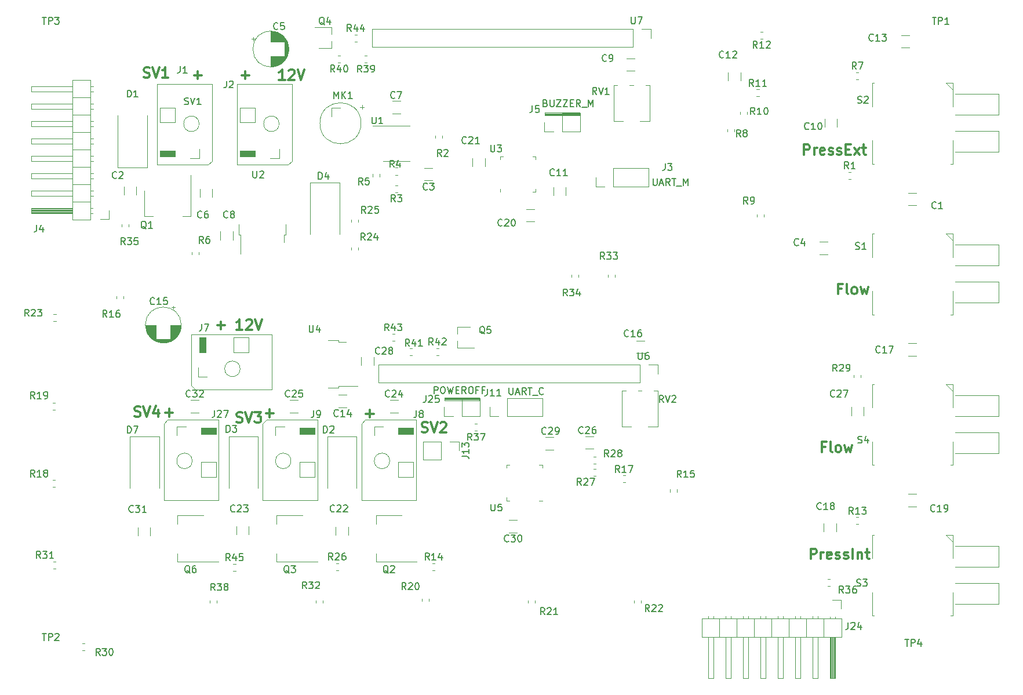
<source format=gbr>
G04 #@! TF.GenerationSoftware,KiCad,Pcbnew,(5.1.5-0-10_14)*
G04 #@! TF.CreationDate,2020-05-11T17:30:39+02:00*
G04 #@! TF.ProjectId,Main_Board_v1_1_smd,4d61696e-5f42-46f6-9172-645f76315f31,rev?*
G04 #@! TF.SameCoordinates,Original*
G04 #@! TF.FileFunction,Legend,Top*
G04 #@! TF.FilePolarity,Positive*
%FSLAX46Y46*%
G04 Gerber Fmt 4.6, Leading zero omitted, Abs format (unit mm)*
G04 Created by KiCad (PCBNEW (5.1.5-0-10_14)) date 2020-05-11 17:30:39*
%MOMM*%
%LPD*%
G04 APERTURE LIST*
%ADD10C,0.300000*%
%ADD11C,0.120000*%
%ADD12C,0.100000*%
%ADD13C,0.150000*%
G04 APERTURE END LIST*
D10*
X141529282Y-53397954D02*
X141529282Y-51897954D01*
X142100711Y-51897954D01*
X142243568Y-51969383D01*
X142314996Y-52040811D01*
X142386425Y-52183668D01*
X142386425Y-52397954D01*
X142314996Y-52540811D01*
X142243568Y-52612240D01*
X142100711Y-52683668D01*
X141529282Y-52683668D01*
X143029282Y-53397954D02*
X143029282Y-52397954D01*
X143029282Y-52683668D02*
X143100711Y-52540811D01*
X143172139Y-52469383D01*
X143314996Y-52397954D01*
X143457854Y-52397954D01*
X144529282Y-53326525D02*
X144386425Y-53397954D01*
X144100711Y-53397954D01*
X143957854Y-53326525D01*
X143886425Y-53183668D01*
X143886425Y-52612240D01*
X143957854Y-52469383D01*
X144100711Y-52397954D01*
X144386425Y-52397954D01*
X144529282Y-52469383D01*
X144600711Y-52612240D01*
X144600711Y-52755097D01*
X143886425Y-52897954D01*
X145172139Y-53326525D02*
X145314996Y-53397954D01*
X145600711Y-53397954D01*
X145743568Y-53326525D01*
X145814996Y-53183668D01*
X145814996Y-53112240D01*
X145743568Y-52969383D01*
X145600711Y-52897954D01*
X145386425Y-52897954D01*
X145243568Y-52826525D01*
X145172139Y-52683668D01*
X145172139Y-52612240D01*
X145243568Y-52469383D01*
X145386425Y-52397954D01*
X145600711Y-52397954D01*
X145743568Y-52469383D01*
X146386425Y-53326525D02*
X146529282Y-53397954D01*
X146814996Y-53397954D01*
X146957854Y-53326525D01*
X147029282Y-53183668D01*
X147029282Y-53112240D01*
X146957854Y-52969383D01*
X146814996Y-52897954D01*
X146600711Y-52897954D01*
X146457854Y-52826525D01*
X146386425Y-52683668D01*
X146386425Y-52612240D01*
X146457854Y-52469383D01*
X146600711Y-52397954D01*
X146814996Y-52397954D01*
X146957854Y-52469383D01*
X147672139Y-52612240D02*
X148172139Y-52612240D01*
X148386425Y-53397954D02*
X147672139Y-53397954D01*
X147672139Y-51897954D01*
X148386425Y-51897954D01*
X148886425Y-53397954D02*
X149672139Y-52397954D01*
X148886425Y-52397954D02*
X149672139Y-53397954D01*
X150029282Y-52397954D02*
X150600711Y-52397954D01*
X150243568Y-51897954D02*
X150243568Y-53183668D01*
X150314996Y-53326525D01*
X150457854Y-53397954D01*
X150600711Y-53397954D01*
X142529282Y-112447954D02*
X142529282Y-110947954D01*
X143100711Y-110947954D01*
X143243568Y-111019383D01*
X143314996Y-111090811D01*
X143386425Y-111233668D01*
X143386425Y-111447954D01*
X143314996Y-111590811D01*
X143243568Y-111662240D01*
X143100711Y-111733668D01*
X142529282Y-111733668D01*
X144029282Y-112447954D02*
X144029282Y-111447954D01*
X144029282Y-111733668D02*
X144100711Y-111590811D01*
X144172139Y-111519383D01*
X144314996Y-111447954D01*
X144457854Y-111447954D01*
X145529282Y-112376525D02*
X145386425Y-112447954D01*
X145100711Y-112447954D01*
X144957854Y-112376525D01*
X144886425Y-112233668D01*
X144886425Y-111662240D01*
X144957854Y-111519383D01*
X145100711Y-111447954D01*
X145386425Y-111447954D01*
X145529282Y-111519383D01*
X145600711Y-111662240D01*
X145600711Y-111805097D01*
X144886425Y-111947954D01*
X146172139Y-112376525D02*
X146314996Y-112447954D01*
X146600711Y-112447954D01*
X146743568Y-112376525D01*
X146814996Y-112233668D01*
X146814996Y-112162240D01*
X146743568Y-112019383D01*
X146600711Y-111947954D01*
X146386425Y-111947954D01*
X146243568Y-111876525D01*
X146172139Y-111733668D01*
X146172139Y-111662240D01*
X146243568Y-111519383D01*
X146386425Y-111447954D01*
X146600711Y-111447954D01*
X146743568Y-111519383D01*
X147386425Y-112376525D02*
X147529282Y-112447954D01*
X147814996Y-112447954D01*
X147957854Y-112376525D01*
X148029282Y-112233668D01*
X148029282Y-112162240D01*
X147957854Y-112019383D01*
X147814996Y-111947954D01*
X147600711Y-111947954D01*
X147457854Y-111876525D01*
X147386425Y-111733668D01*
X147386425Y-111662240D01*
X147457854Y-111519383D01*
X147600711Y-111447954D01*
X147814996Y-111447954D01*
X147957854Y-111519383D01*
X148672139Y-112447954D02*
X148672139Y-110947954D01*
X149386425Y-111447954D02*
X149386425Y-112447954D01*
X149386425Y-111590811D02*
X149457854Y-111519383D01*
X149600711Y-111447954D01*
X149814996Y-111447954D01*
X149957854Y-111519383D01*
X150029282Y-111662240D01*
X150029282Y-112447954D01*
X150529282Y-111447954D02*
X151100711Y-111447954D01*
X150743568Y-110947954D02*
X150743568Y-112233668D01*
X150814996Y-112376525D01*
X150957854Y-112447954D01*
X151100711Y-112447954D01*
X144664996Y-96062240D02*
X144164996Y-96062240D01*
X144164996Y-96847954D02*
X144164996Y-95347954D01*
X144879282Y-95347954D01*
X145664996Y-96847954D02*
X145522139Y-96776525D01*
X145450711Y-96633668D01*
X145450711Y-95347954D01*
X146450711Y-96847954D02*
X146307854Y-96776525D01*
X146236425Y-96705097D01*
X146164996Y-96562240D01*
X146164996Y-96133668D01*
X146236425Y-95990811D01*
X146307854Y-95919383D01*
X146450711Y-95847954D01*
X146664996Y-95847954D01*
X146807854Y-95919383D01*
X146879282Y-95990811D01*
X146950711Y-96133668D01*
X146950711Y-96562240D01*
X146879282Y-96705097D01*
X146807854Y-96776525D01*
X146664996Y-96847954D01*
X146450711Y-96847954D01*
X147450711Y-95847954D02*
X147736425Y-96847954D01*
X148022139Y-96133668D01*
X148307854Y-96847954D01*
X148593568Y-95847954D01*
X147014996Y-72962240D02*
X146514996Y-72962240D01*
X146514996Y-73747954D02*
X146514996Y-72247954D01*
X147229282Y-72247954D01*
X148014996Y-73747954D02*
X147872139Y-73676525D01*
X147800711Y-73533668D01*
X147800711Y-72247954D01*
X148800711Y-73747954D02*
X148657854Y-73676525D01*
X148586425Y-73605097D01*
X148514996Y-73462240D01*
X148514996Y-73033668D01*
X148586425Y-72890811D01*
X148657854Y-72819383D01*
X148800711Y-72747954D01*
X149014996Y-72747954D01*
X149157854Y-72819383D01*
X149229282Y-72890811D01*
X149300711Y-73033668D01*
X149300711Y-73462240D01*
X149229282Y-73605097D01*
X149157854Y-73676525D01*
X149014996Y-73747954D01*
X148800711Y-73747954D01*
X149800711Y-72747954D02*
X150086425Y-73747954D01*
X150372139Y-73033668D01*
X150657854Y-73747954D01*
X150943568Y-72747954D01*
X45122139Y-42076525D02*
X45336425Y-42147954D01*
X45693568Y-42147954D01*
X45836425Y-42076525D01*
X45907854Y-42005097D01*
X45979282Y-41862240D01*
X45979282Y-41719383D01*
X45907854Y-41576525D01*
X45836425Y-41505097D01*
X45693568Y-41433668D01*
X45407854Y-41362240D01*
X45264996Y-41290811D01*
X45193568Y-41219383D01*
X45122139Y-41076525D01*
X45122139Y-40933668D01*
X45193568Y-40790811D01*
X45264996Y-40719383D01*
X45407854Y-40647954D01*
X45764996Y-40647954D01*
X45979282Y-40719383D01*
X46407854Y-40647954D02*
X46907854Y-42147954D01*
X47407854Y-40647954D01*
X48693568Y-42147954D02*
X47836425Y-42147954D01*
X48264996Y-42147954D02*
X48264996Y-40647954D01*
X48122139Y-40862240D01*
X47979282Y-41005097D01*
X47836425Y-41076525D01*
X85722139Y-93876525D02*
X85936425Y-93947954D01*
X86293568Y-93947954D01*
X86436425Y-93876525D01*
X86507854Y-93805097D01*
X86579282Y-93662240D01*
X86579282Y-93519383D01*
X86507854Y-93376525D01*
X86436425Y-93305097D01*
X86293568Y-93233668D01*
X86007854Y-93162240D01*
X85864996Y-93090811D01*
X85793568Y-93019383D01*
X85722139Y-92876525D01*
X85722139Y-92733668D01*
X85793568Y-92590811D01*
X85864996Y-92519383D01*
X86007854Y-92447954D01*
X86364996Y-92447954D01*
X86579282Y-92519383D01*
X87007854Y-92447954D02*
X87507854Y-93947954D01*
X88007854Y-92447954D01*
X88436425Y-92590811D02*
X88507854Y-92519383D01*
X88650711Y-92447954D01*
X89007854Y-92447954D01*
X89150711Y-92519383D01*
X89222139Y-92590811D01*
X89293568Y-92733668D01*
X89293568Y-92876525D01*
X89222139Y-93090811D01*
X88364996Y-93947954D01*
X89293568Y-93947954D01*
X58672139Y-92426525D02*
X58886425Y-92497954D01*
X59243568Y-92497954D01*
X59386425Y-92426525D01*
X59457854Y-92355097D01*
X59529282Y-92212240D01*
X59529282Y-92069383D01*
X59457854Y-91926525D01*
X59386425Y-91855097D01*
X59243568Y-91783668D01*
X58957854Y-91712240D01*
X58814996Y-91640811D01*
X58743568Y-91569383D01*
X58672139Y-91426525D01*
X58672139Y-91283668D01*
X58743568Y-91140811D01*
X58814996Y-91069383D01*
X58957854Y-90997954D01*
X59314996Y-90997954D01*
X59529282Y-91069383D01*
X59957854Y-90997954D02*
X60457854Y-92497954D01*
X60957854Y-90997954D01*
X61314996Y-90997954D02*
X62243568Y-90997954D01*
X61743568Y-91569383D01*
X61957854Y-91569383D01*
X62100711Y-91640811D01*
X62172139Y-91712240D01*
X62243568Y-91855097D01*
X62243568Y-92212240D01*
X62172139Y-92355097D01*
X62100711Y-92426525D01*
X61957854Y-92497954D01*
X61529282Y-92497954D01*
X61386425Y-92426525D01*
X61314996Y-92355097D01*
X43772139Y-91576525D02*
X43986425Y-91647954D01*
X44343568Y-91647954D01*
X44486425Y-91576525D01*
X44557854Y-91505097D01*
X44629282Y-91362240D01*
X44629282Y-91219383D01*
X44557854Y-91076525D01*
X44486425Y-91005097D01*
X44343568Y-90933668D01*
X44057854Y-90862240D01*
X43914996Y-90790811D01*
X43843568Y-90719383D01*
X43772139Y-90576525D01*
X43772139Y-90433668D01*
X43843568Y-90290811D01*
X43914996Y-90219383D01*
X44057854Y-90147954D01*
X44414996Y-90147954D01*
X44629282Y-90219383D01*
X45057854Y-90147954D02*
X45557854Y-91647954D01*
X46057854Y-90147954D01*
X47200711Y-90647954D02*
X47200711Y-91647954D01*
X46843568Y-90076525D02*
X46486425Y-91147954D01*
X47414996Y-91147954D01*
X48236425Y-91076525D02*
X49379282Y-91076525D01*
X48807854Y-91647954D02*
X48807854Y-90505097D01*
X62936425Y-91176525D02*
X64079282Y-91176525D01*
X63507854Y-91747954D02*
X63507854Y-90605097D01*
X77536425Y-91226525D02*
X78679282Y-91226525D01*
X78107854Y-91797954D02*
X78107854Y-90655097D01*
X59529282Y-78947954D02*
X58672139Y-78947954D01*
X59100711Y-78947954D02*
X59100711Y-77447954D01*
X58957854Y-77662240D01*
X58814996Y-77805097D01*
X58672139Y-77876525D01*
X60100711Y-77590811D02*
X60172139Y-77519383D01*
X60314996Y-77447954D01*
X60672139Y-77447954D01*
X60814996Y-77519383D01*
X60886425Y-77590811D01*
X60957854Y-77733668D01*
X60957854Y-77876525D01*
X60886425Y-78090811D01*
X60029282Y-78947954D01*
X60957854Y-78947954D01*
X61386425Y-77447954D02*
X61886425Y-78947954D01*
X62386425Y-77447954D01*
X55836425Y-78326525D02*
X56979282Y-78326525D01*
X56407854Y-78897954D02*
X56407854Y-77755097D01*
X59386425Y-41776525D02*
X60529282Y-41776525D01*
X59957854Y-42347954D02*
X59957854Y-41205097D01*
X52436425Y-41776525D02*
X53579282Y-41776525D01*
X53007854Y-42347954D02*
X53007854Y-41205097D01*
D11*
X120187854Y-84039383D02*
X120187854Y-85369383D01*
X118857854Y-84039383D02*
X120187854Y-84039383D01*
X117587854Y-84039383D02*
X117587854Y-86699383D01*
X117587854Y-86699383D02*
X79427854Y-86699383D01*
X117587854Y-84039383D02*
X79427854Y-84039383D01*
X79427854Y-84039383D02*
X79427854Y-86699383D01*
X102867854Y-103929383D02*
X103317854Y-103929383D01*
X98097854Y-98709383D02*
X98097854Y-99159383D01*
X98547854Y-98709383D02*
X98097854Y-98709383D01*
X103317854Y-98709383D02*
X103317854Y-99159383D01*
X102867854Y-98709383D02*
X103317854Y-98709383D01*
X98097854Y-103929383D02*
X98097854Y-103479383D01*
X98547854Y-103929383D02*
X98097854Y-103929383D01*
X97137854Y-58397383D02*
X97137854Y-58847383D01*
X102357854Y-53627383D02*
X101907854Y-53627383D01*
X102357854Y-54077383D02*
X102357854Y-53627383D01*
X102357854Y-58847383D02*
X101907854Y-58847383D01*
X102357854Y-58397383D02*
X102357854Y-58847383D01*
X97137854Y-53627383D02*
X97587854Y-53627383D01*
X97137854Y-54077383D02*
X97137854Y-53627383D01*
X94107854Y-88969383D02*
X91507854Y-88969383D01*
X94107854Y-89269383D02*
X94107854Y-88969383D01*
X89007854Y-89269383D02*
X94107854Y-89269383D01*
X89007854Y-89169383D02*
X89007854Y-89269383D01*
X91607854Y-88969383D02*
X91907854Y-89069383D01*
X89007854Y-88969383D02*
X91607854Y-88969383D01*
X89007854Y-89069383D02*
X89007854Y-88969383D01*
X94107854Y-89069383D02*
X89007854Y-89069383D01*
X94107854Y-88869383D02*
X94107854Y-89069383D01*
X89007854Y-88869383D02*
X94107854Y-88869383D01*
X89007854Y-89169383D02*
X89007854Y-88869383D01*
X94107854Y-89169383D02*
X89007854Y-89169383D01*
X88977854Y-91599383D02*
X88977854Y-90269383D01*
X90307854Y-91599383D02*
X88977854Y-91599383D01*
X91577854Y-91599383D02*
X91577854Y-88939383D01*
X91577854Y-88939383D02*
X94177854Y-88939383D01*
X91577854Y-91599383D02*
X94177854Y-91599383D01*
X94177854Y-91599383D02*
X94177854Y-88939383D01*
X73527854Y-80789383D02*
X74627854Y-80789383D01*
X73527854Y-80519383D02*
X73527854Y-80789383D01*
X72027854Y-80519383D02*
X73527854Y-80519383D01*
X73527854Y-87149383D02*
X76357854Y-87149383D01*
X73527854Y-87419383D02*
X73527854Y-87149383D01*
X72027854Y-87419383D02*
X73527854Y-87419383D01*
X58186587Y-114179383D02*
X58529121Y-114179383D01*
X58186587Y-113159383D02*
X58529121Y-113159383D01*
X56057854Y-112879383D02*
X50047854Y-112879383D01*
X53807854Y-106059383D02*
X50047854Y-106059383D01*
X50047854Y-112879383D02*
X50047854Y-111619383D01*
X50047854Y-106059383D02*
X50047854Y-107319383D01*
X90927854Y-81579383D02*
X93357854Y-81579383D01*
X90907854Y-81569383D02*
X90907854Y-80569383D01*
X90907854Y-78519383D02*
X92757854Y-78519383D01*
X90907854Y-79569383D02*
X90907854Y-78519383D01*
X53457854Y-100489383D02*
X55657854Y-100489383D01*
X53457854Y-98319383D02*
X53457854Y-100489383D01*
X55657854Y-98319383D02*
X55657854Y-100489383D01*
X53457854Y-98319383D02*
X55657854Y-98319383D01*
X49927854Y-94419383D02*
X49927854Y-93089383D01*
X49927854Y-93089383D02*
X51257854Y-93089383D01*
D12*
G36*
X55657854Y-94219383D02*
G01*
X53457854Y-94219383D01*
X53457854Y-93319383D01*
X55657854Y-93319383D01*
X55657854Y-94219383D01*
G37*
X55657854Y-94219383D02*
X53457854Y-94219383D01*
X53457854Y-93319383D01*
X55657854Y-93319383D01*
X55657854Y-94219383D01*
D11*
X52189225Y-98119383D02*
G75*
G03X52189225Y-98119383I-1131371J0D01*
G01*
X48060654Y-92669983D02*
X48619454Y-92136583D01*
X48619454Y-92136583D02*
X56061654Y-92136583D01*
X56061654Y-92136583D02*
X56061654Y-103896783D01*
X56061654Y-103896783D02*
X48060654Y-103896783D01*
X48060654Y-103896783D02*
X48060654Y-92669983D01*
X47407854Y-94519383D02*
X47407854Y-102069383D01*
X43107854Y-94519383D02*
X43107854Y-102069383D01*
X47407854Y-94519383D02*
X43107854Y-94519383D01*
X51955790Y-91079383D02*
X53159918Y-91079383D01*
X51955790Y-89259383D02*
X53159918Y-89259383D01*
X44247854Y-107867319D02*
X44247854Y-109071447D01*
X46067854Y-107867319D02*
X46067854Y-109071447D01*
X81988174Y-49191743D02*
X78538174Y-49191743D01*
X81988174Y-49191743D02*
X83938174Y-49191743D01*
X81988174Y-54311743D02*
X80038174Y-54311743D01*
X81988174Y-54311743D02*
X83938174Y-54311743D01*
X119597854Y-87849383D02*
X120177854Y-87849383D01*
X117297854Y-87849383D02*
X117817854Y-87849383D01*
X114937854Y-87849383D02*
X115518854Y-87849383D01*
X118797854Y-93089383D02*
X120177854Y-93089383D01*
X114937854Y-93089383D02*
X116317854Y-93089383D01*
X120177854Y-93089383D02*
X120177854Y-87849383D01*
X114937854Y-93089383D02*
X114937854Y-87849383D01*
X118397854Y-43249383D02*
X118977854Y-43249383D01*
X116097854Y-43249383D02*
X116617854Y-43249383D01*
X113737854Y-43249383D02*
X114318854Y-43249383D01*
X117597854Y-48489383D02*
X118977854Y-48489383D01*
X113737854Y-48489383D02*
X115117854Y-48489383D01*
X118977854Y-48489383D02*
X118977854Y-43249383D01*
X113737854Y-48489383D02*
X113737854Y-43249383D01*
X75893627Y-36859183D02*
X76236161Y-36859183D01*
X75893627Y-35839183D02*
X76236161Y-35839183D01*
X108765014Y-47352943D02*
X106165014Y-47352943D01*
X108765014Y-47652943D02*
X108765014Y-47352943D01*
X103665014Y-47652943D02*
X108765014Y-47652943D01*
X103665014Y-47552943D02*
X103665014Y-47652943D01*
X106265014Y-47352943D02*
X106565014Y-47452943D01*
X103665014Y-47352943D02*
X106265014Y-47352943D01*
X103665014Y-47452943D02*
X103665014Y-47352943D01*
X108765014Y-47452943D02*
X103665014Y-47452943D01*
X108765014Y-47252943D02*
X108765014Y-47452943D01*
X103665014Y-47252943D02*
X108765014Y-47252943D01*
X103665014Y-47552943D02*
X103665014Y-47252943D01*
X108765014Y-47552943D02*
X103665014Y-47552943D01*
X103635014Y-49982943D02*
X103635014Y-48652943D01*
X104965014Y-49982943D02*
X103635014Y-49982943D01*
X106235014Y-49982943D02*
X106235014Y-47322943D01*
X106235014Y-47322943D02*
X108835014Y-47322943D01*
X106235014Y-49982943D02*
X108835014Y-49982943D01*
X108835014Y-49982943D02*
X108835014Y-47322943D01*
X72524494Y-34803623D02*
X70094494Y-34803623D01*
X72544494Y-34813623D02*
X72544494Y-35813623D01*
X72544494Y-37863623D02*
X70694494Y-37863623D01*
X72544494Y-36813623D02*
X72544494Y-37863623D01*
X70541854Y-112879383D02*
X64531854Y-112879383D01*
X68291854Y-106059383D02*
X64531854Y-106059383D01*
X64531854Y-112879383D02*
X64531854Y-111619383D01*
X64531854Y-106059383D02*
X64531854Y-107319383D01*
X85025854Y-112879383D02*
X79015854Y-112879383D01*
X82775854Y-106059383D02*
X79015854Y-106059383D01*
X79015854Y-112879383D02*
X79015854Y-111619383D01*
X79015854Y-106059383D02*
X79015854Y-107319383D01*
X52002254Y-56399503D02*
X52002254Y-62409503D01*
X45182254Y-58649503D02*
X45182254Y-62409503D01*
X52002254Y-62409503D02*
X50742254Y-62409503D01*
X45182254Y-62409503D02*
X46442254Y-62409503D01*
X65589854Y-65057383D02*
X65589854Y-66157383D01*
X65859854Y-65057383D02*
X65589854Y-65057383D01*
X65859854Y-63557383D02*
X65859854Y-65057383D01*
X59229854Y-65057383D02*
X59229854Y-67887383D01*
X58959854Y-65057383D02*
X59229854Y-65057383D01*
X58959854Y-63557383D02*
X58959854Y-65057383D01*
X163281854Y-86940383D02*
X163295854Y-87947383D01*
X162279854Y-86931383D02*
X163281854Y-86940383D01*
X163295854Y-87947383D02*
X162279854Y-86931383D01*
X169976054Y-91579583D02*
X169976054Y-88531583D01*
X169976054Y-88531583D02*
X163626054Y-88531583D01*
X163626054Y-91579583D02*
X169976054Y-91579583D01*
X169950654Y-93941783D02*
X163600654Y-93941783D01*
X169950654Y-96989783D02*
X169950654Y-93941783D01*
X163600654Y-96989783D02*
X169950654Y-96989783D01*
X151498854Y-95313383D02*
X151498854Y-98733383D01*
X151498854Y-98733383D02*
X151788854Y-98733383D01*
X151498854Y-90360383D02*
X151498854Y-86940383D01*
X151498854Y-86940383D02*
X151788854Y-86940383D01*
X163281854Y-95313383D02*
X163281854Y-98733383D01*
X163281854Y-98733383D02*
X162991854Y-98733383D01*
X163281854Y-90360383D02*
X163281854Y-86940383D01*
X163281854Y-86940383D02*
X162991854Y-86940383D01*
X163281854Y-108940383D02*
X163295854Y-109947383D01*
X162279854Y-108931383D02*
X163281854Y-108940383D01*
X163295854Y-109947383D02*
X162279854Y-108931383D01*
X169976054Y-113579583D02*
X169976054Y-110531583D01*
X169976054Y-110531583D02*
X163626054Y-110531583D01*
X163626054Y-113579583D02*
X169976054Y-113579583D01*
X169950654Y-115941783D02*
X163600654Y-115941783D01*
X169950654Y-118989783D02*
X169950654Y-115941783D01*
X163600654Y-118989783D02*
X169950654Y-118989783D01*
X151498854Y-117313383D02*
X151498854Y-120733383D01*
X151498854Y-120733383D02*
X151788854Y-120733383D01*
X151498854Y-112360383D02*
X151498854Y-108940383D01*
X151498854Y-108940383D02*
X151788854Y-108940383D01*
X163281854Y-117313383D02*
X163281854Y-120733383D01*
X163281854Y-120733383D02*
X162991854Y-120733383D01*
X163281854Y-112360383D02*
X163281854Y-108940383D01*
X163281854Y-108940383D02*
X162991854Y-108940383D01*
X163281854Y-42940383D02*
X163295854Y-43947383D01*
X162279854Y-42931383D02*
X163281854Y-42940383D01*
X163295854Y-43947383D02*
X162279854Y-42931383D01*
X169976054Y-47579583D02*
X169976054Y-44531583D01*
X169976054Y-44531583D02*
X163626054Y-44531583D01*
X163626054Y-47579583D02*
X169976054Y-47579583D01*
X169950654Y-49941783D02*
X163600654Y-49941783D01*
X169950654Y-52989783D02*
X169950654Y-49941783D01*
X163600654Y-52989783D02*
X169950654Y-52989783D01*
X151498854Y-51313383D02*
X151498854Y-54733383D01*
X151498854Y-54733383D02*
X151788854Y-54733383D01*
X151498854Y-46360383D02*
X151498854Y-42940383D01*
X151498854Y-42940383D02*
X151788854Y-42940383D01*
X163281854Y-51313383D02*
X163281854Y-54733383D01*
X163281854Y-54733383D02*
X162991854Y-54733383D01*
X163281854Y-46360383D02*
X163281854Y-42940383D01*
X163281854Y-42940383D02*
X162991854Y-42940383D01*
X163281854Y-64940383D02*
X163295854Y-65947383D01*
X162279854Y-64931383D02*
X163281854Y-64940383D01*
X163295854Y-65947383D02*
X162279854Y-64931383D01*
X169976054Y-69579583D02*
X169976054Y-66531583D01*
X169976054Y-66531583D02*
X163626054Y-66531583D01*
X163626054Y-69579583D02*
X169976054Y-69579583D01*
X169950654Y-71941783D02*
X163600654Y-71941783D01*
X169950654Y-74989783D02*
X169950654Y-71941783D01*
X163600654Y-74989783D02*
X169950654Y-74989783D01*
X151498854Y-73313383D02*
X151498854Y-76733383D01*
X151498854Y-76733383D02*
X151788854Y-76733383D01*
X151498854Y-68360383D02*
X151498854Y-64940383D01*
X151498854Y-64940383D02*
X151788854Y-64940383D01*
X163281854Y-73313383D02*
X163281854Y-76733383D01*
X163281854Y-76733383D02*
X162991854Y-76733383D01*
X163281854Y-68360383D02*
X163281854Y-64940383D01*
X163281854Y-64940383D02*
X162991854Y-64940383D01*
X81386587Y-80579383D02*
X81729121Y-80579383D01*
X81386587Y-79559383D02*
X81729121Y-79559383D01*
X87836587Y-82679383D02*
X88179121Y-82679383D01*
X87836587Y-81659383D02*
X88179121Y-81659383D01*
X83986587Y-82679383D02*
X84329121Y-82679383D01*
X83986587Y-81659383D02*
X84329121Y-81659383D01*
X73797761Y-38917663D02*
X73455227Y-38917663D01*
X73797761Y-39937663D02*
X73455227Y-39937663D01*
X77724601Y-38943063D02*
X77382067Y-38943063D01*
X77724601Y-39963063D02*
X77382067Y-39963063D01*
X54787854Y-118550116D02*
X54787854Y-118892650D01*
X55807854Y-118550116D02*
X55807854Y-118892650D01*
X93829121Y-92709383D02*
X93486587Y-92709383D01*
X93829121Y-93729383D02*
X93486587Y-93729383D01*
X144986587Y-116429383D02*
X145329121Y-116429383D01*
X144986587Y-115409383D02*
X145329121Y-115409383D01*
X41874494Y-63569276D02*
X41874494Y-63911810D01*
X42894494Y-63569276D02*
X42894494Y-63911810D01*
X107547854Y-70898116D02*
X107547854Y-71240650D01*
X108567854Y-70898116D02*
X108567854Y-71240650D01*
X112947854Y-70898116D02*
X112947854Y-71240650D01*
X113967854Y-70898116D02*
X113967854Y-71240650D01*
X70281854Y-118550116D02*
X70281854Y-118892650D01*
X71301854Y-118550116D02*
X71301854Y-118892650D01*
X31886587Y-113829383D02*
X32229121Y-113829383D01*
X31886587Y-112809383D02*
X32229121Y-112809383D01*
X36136587Y-125829383D02*
X36479121Y-125829383D01*
X36136587Y-124809383D02*
X36479121Y-124809383D01*
X149867854Y-85915650D02*
X149867854Y-85573116D01*
X148847854Y-85915650D02*
X148847854Y-85573116D01*
X111139121Y-97479383D02*
X110796587Y-97479383D01*
X111139121Y-98499383D02*
X110796587Y-98499383D01*
X110796587Y-100277383D02*
X111139121Y-100277383D01*
X110796587Y-99257383D02*
X111139121Y-99257383D01*
X73186587Y-114079383D02*
X73529121Y-114079383D01*
X73186587Y-113059383D02*
X73529121Y-113059383D01*
X76427574Y-63266650D02*
X76427574Y-62924116D01*
X75407574Y-63266650D02*
X75407574Y-62924116D01*
X76407254Y-67315410D02*
X76407254Y-66972876D01*
X75387254Y-67315410D02*
X75387254Y-66972876D01*
X31936587Y-77729383D02*
X32279121Y-77729383D01*
X31936587Y-76709383D02*
X32279121Y-76709383D01*
X116763854Y-118550116D02*
X116763854Y-118892650D01*
X117783854Y-118550116D02*
X117783854Y-118892650D01*
X101269854Y-118550116D02*
X101269854Y-118892650D01*
X102289854Y-118550116D02*
X102289854Y-118892650D01*
X85775854Y-118296116D02*
X85775854Y-118638650D01*
X86795854Y-118296116D02*
X86795854Y-118638650D01*
X31836587Y-90629383D02*
X32179121Y-90629383D01*
X31836587Y-89609383D02*
X32179121Y-89609383D01*
X31786587Y-101929383D02*
X32129121Y-101929383D01*
X31786587Y-100909383D02*
X32129121Y-100909383D01*
X115086587Y-101279383D02*
X115429121Y-101279383D01*
X115086587Y-100259383D02*
X115429121Y-100259383D01*
X41147854Y-74098116D02*
X41147854Y-74440650D01*
X42167854Y-74098116D02*
X42167854Y-74440650D01*
X121947854Y-102298116D02*
X121947854Y-102640650D01*
X122967854Y-102298116D02*
X122967854Y-102640650D01*
X87286587Y-114079383D02*
X87629121Y-114079383D01*
X87286587Y-113059383D02*
X87629121Y-113059383D01*
X149186587Y-107379383D02*
X149529121Y-107379383D01*
X149186587Y-106359383D02*
X149529121Y-106359383D01*
X135528681Y-35427703D02*
X135186147Y-35427703D01*
X135528681Y-36447703D02*
X135186147Y-36447703D01*
X134638747Y-44880503D02*
X134981281Y-44880503D01*
X134638747Y-43860503D02*
X134981281Y-43860503D01*
X132222294Y-47104996D02*
X132222294Y-47447530D01*
X133242294Y-47104996D02*
X133242294Y-47447530D01*
X134665774Y-62151956D02*
X134665774Y-62494490D01*
X135685774Y-62151956D02*
X135685774Y-62494490D01*
X130337614Y-49650076D02*
X130337614Y-49992610D01*
X131357614Y-49650076D02*
X131357614Y-49992610D01*
X149186587Y-42379383D02*
X149529121Y-42379383D01*
X149186587Y-41359383D02*
X149529121Y-41359383D01*
X52171654Y-67628196D02*
X52171654Y-67970730D01*
X53191654Y-67628196D02*
X53191654Y-67970730D01*
X78511454Y-56238836D02*
X78511454Y-56581370D01*
X79531454Y-56238836D02*
X79531454Y-56581370D01*
X82220401Y-55310823D02*
X81877867Y-55310823D01*
X82220401Y-56330823D02*
X81877867Y-56330823D01*
X82179761Y-57866063D02*
X81837227Y-57866063D01*
X82179761Y-58886063D02*
X81837227Y-58886063D01*
X87696094Y-50574636D02*
X87696094Y-50917170D01*
X88716094Y-50574636D02*
X88716094Y-50917170D01*
X148070267Y-56935343D02*
X148412801Y-56935343D01*
X148070267Y-55915343D02*
X148412801Y-55915343D01*
X72509854Y-47855383D02*
X72509854Y-46525383D01*
X72509854Y-46525383D02*
X73839854Y-46525383D01*
X76839854Y-48805383D02*
G75*
G03X76839854Y-48805383I-3000000J0D01*
G01*
X76989854Y-46155383D02*
X76989854Y-46755383D01*
X76989854Y-46455383D02*
X77289854Y-46455383D01*
X77289854Y-46455383D02*
X76689854Y-46455383D01*
X146991854Y-118467383D02*
X146991854Y-119737383D01*
X145721854Y-118467383D02*
X146991854Y-118467383D01*
X127561854Y-120780312D02*
X127561854Y-121177383D01*
X128321854Y-120780312D02*
X128321854Y-121177383D01*
X127561854Y-129837383D02*
X127561854Y-123837383D01*
X128321854Y-129837383D02*
X127561854Y-129837383D01*
X128321854Y-123837383D02*
X128321854Y-129837383D01*
X129211854Y-121177383D02*
X129211854Y-123837383D01*
X130101854Y-120780312D02*
X130101854Y-121177383D01*
X130861854Y-120780312D02*
X130861854Y-121177383D01*
X130101854Y-129837383D02*
X130101854Y-123837383D01*
X130861854Y-129837383D02*
X130101854Y-129837383D01*
X130861854Y-123837383D02*
X130861854Y-129837383D01*
X131751854Y-121177383D02*
X131751854Y-123837383D01*
X132641854Y-120780312D02*
X132641854Y-121177383D01*
X133401854Y-120780312D02*
X133401854Y-121177383D01*
X132641854Y-129837383D02*
X132641854Y-123837383D01*
X133401854Y-129837383D02*
X132641854Y-129837383D01*
X133401854Y-123837383D02*
X133401854Y-129837383D01*
X134291854Y-121177383D02*
X134291854Y-123837383D01*
X135181854Y-120780312D02*
X135181854Y-121177383D01*
X135941854Y-120780312D02*
X135941854Y-121177383D01*
X135181854Y-129837383D02*
X135181854Y-123837383D01*
X135941854Y-129837383D02*
X135181854Y-129837383D01*
X135941854Y-123837383D02*
X135941854Y-129837383D01*
X136831854Y-121177383D02*
X136831854Y-123837383D01*
X137721854Y-120780312D02*
X137721854Y-121177383D01*
X138481854Y-120780312D02*
X138481854Y-121177383D01*
X137721854Y-129837383D02*
X137721854Y-123837383D01*
X138481854Y-129837383D02*
X137721854Y-129837383D01*
X138481854Y-123837383D02*
X138481854Y-129837383D01*
X139371854Y-121177383D02*
X139371854Y-123837383D01*
X140261854Y-120780312D02*
X140261854Y-121177383D01*
X141021854Y-120780312D02*
X141021854Y-121177383D01*
X140261854Y-129837383D02*
X140261854Y-123837383D01*
X141021854Y-129837383D02*
X140261854Y-129837383D01*
X141021854Y-123837383D02*
X141021854Y-129837383D01*
X141911854Y-121177383D02*
X141911854Y-123837383D01*
X142801854Y-120780312D02*
X142801854Y-121177383D01*
X143561854Y-120780312D02*
X143561854Y-121177383D01*
X142801854Y-129837383D02*
X142801854Y-123837383D01*
X143561854Y-129837383D02*
X142801854Y-129837383D01*
X143561854Y-123837383D02*
X143561854Y-129837383D01*
X144451854Y-121177383D02*
X144451854Y-123837383D01*
X145341854Y-120847383D02*
X145341854Y-121177383D01*
X146101854Y-120847383D02*
X146101854Y-121177383D01*
X145441854Y-123837383D02*
X145441854Y-129837383D01*
X145561854Y-123837383D02*
X145561854Y-129837383D01*
X145681854Y-123837383D02*
X145681854Y-129837383D01*
X145801854Y-123837383D02*
X145801854Y-129837383D01*
X145921854Y-123837383D02*
X145921854Y-129837383D01*
X146041854Y-123837383D02*
X146041854Y-129837383D01*
X145341854Y-129837383D02*
X145341854Y-123837383D01*
X146101854Y-129837383D02*
X145341854Y-129837383D01*
X146101854Y-123837383D02*
X146101854Y-129837383D01*
X147051854Y-123837383D02*
X147051854Y-121177383D01*
X126611854Y-123837383D02*
X147051854Y-123837383D01*
X126611854Y-121177383D02*
X126611854Y-123837383D01*
X147051854Y-121177383D02*
X126611854Y-121177383D01*
X91137854Y-95289383D02*
X91137854Y-96619383D01*
X89807854Y-95289383D02*
X91137854Y-95289383D01*
X88537854Y-95289383D02*
X88537854Y-97949383D01*
X88537854Y-97949383D02*
X85937854Y-97949383D01*
X88537854Y-95289383D02*
X85937854Y-95289383D01*
X85937854Y-95289383D02*
X85937854Y-97949383D01*
X95627854Y-91599383D02*
X95627854Y-90269383D01*
X96957854Y-91599383D02*
X95627854Y-91599383D01*
X98227854Y-91599383D02*
X98227854Y-88939383D01*
X98227854Y-88939383D02*
X103367854Y-88939383D01*
X98227854Y-91599383D02*
X103367854Y-91599383D01*
X103367854Y-91599383D02*
X103367854Y-88939383D01*
X67883854Y-100489383D02*
X70083854Y-100489383D01*
X67883854Y-98319383D02*
X67883854Y-100489383D01*
X70083854Y-98319383D02*
X70083854Y-100489383D01*
X67883854Y-98319383D02*
X70083854Y-98319383D01*
X64353854Y-94419383D02*
X64353854Y-93089383D01*
X64353854Y-93089383D02*
X65683854Y-93089383D01*
D12*
G36*
X70083854Y-94219383D02*
G01*
X67883854Y-94219383D01*
X67883854Y-93319383D01*
X70083854Y-93319383D01*
X70083854Y-94219383D01*
G37*
X70083854Y-94219383D02*
X67883854Y-94219383D01*
X67883854Y-93319383D01*
X70083854Y-93319383D01*
X70083854Y-94219383D01*
D11*
X66615225Y-98119383D02*
G75*
G03X66615225Y-98119383I-1131371J0D01*
G01*
X62486654Y-92669983D02*
X63045454Y-92136583D01*
X63045454Y-92136583D02*
X70487654Y-92136583D01*
X70487654Y-92136583D02*
X70487654Y-103896783D01*
X70487654Y-103896783D02*
X62486654Y-103896783D01*
X62486654Y-103896783D02*
X62486654Y-92669983D01*
X82309854Y-100489383D02*
X84509854Y-100489383D01*
X82309854Y-98319383D02*
X82309854Y-100489383D01*
X84509854Y-98319383D02*
X84509854Y-100489383D01*
X82309854Y-98319383D02*
X84509854Y-98319383D01*
X78779854Y-94419383D02*
X78779854Y-93089383D01*
X78779854Y-93089383D02*
X80109854Y-93089383D01*
D12*
G36*
X84509854Y-94219383D02*
G01*
X82309854Y-94219383D01*
X82309854Y-93319383D01*
X84509854Y-93319383D01*
X84509854Y-94219383D01*
G37*
X84509854Y-94219383D02*
X82309854Y-94219383D01*
X82309854Y-93319383D01*
X84509854Y-93319383D01*
X84509854Y-94219383D01*
D11*
X81041225Y-98119383D02*
G75*
G03X81041225Y-98119383I-1131371J0D01*
G01*
X76912654Y-92669983D02*
X77471454Y-92136583D01*
X77471454Y-92136583D02*
X84913654Y-92136583D01*
X84913654Y-92136583D02*
X84913654Y-103896783D01*
X84913654Y-103896783D02*
X76912654Y-103896783D01*
X76912654Y-103896783D02*
X76912654Y-92669983D01*
X60427854Y-82269383D02*
X60427854Y-80069383D01*
X58257854Y-82269383D02*
X60427854Y-82269383D01*
X58257854Y-80069383D02*
X60427854Y-80069383D01*
X58257854Y-82269383D02*
X58257854Y-80069383D01*
X54357854Y-85799383D02*
X53027854Y-85799383D01*
X53027854Y-85799383D02*
X53027854Y-84469383D01*
D12*
G36*
X54157854Y-80069383D02*
G01*
X54157854Y-82269383D01*
X53257854Y-82269383D01*
X53257854Y-80069383D01*
X54157854Y-80069383D01*
G37*
X54157854Y-80069383D02*
X54157854Y-82269383D01*
X53257854Y-82269383D01*
X53257854Y-80069383D01*
X54157854Y-80069383D01*
D11*
X59189225Y-84669383D02*
G75*
G03X59189225Y-84669383I-1131371J0D01*
G01*
X52608454Y-87666583D02*
X52075054Y-87107783D01*
X52075054Y-87107783D02*
X52075054Y-79665583D01*
X52075054Y-79665583D02*
X63835254Y-79665583D01*
X63835254Y-79665583D02*
X63835254Y-87666583D01*
X63835254Y-87666583D02*
X52608454Y-87666583D01*
X40057854Y-62841383D02*
X38787854Y-62841383D01*
X40057854Y-61571383D02*
X40057854Y-62841383D01*
X37744925Y-43411383D02*
X37347854Y-43411383D01*
X37744925Y-44171383D02*
X37347854Y-44171383D01*
X28687854Y-43411383D02*
X34687854Y-43411383D01*
X28687854Y-44171383D02*
X28687854Y-43411383D01*
X34687854Y-44171383D02*
X28687854Y-44171383D01*
X37347854Y-45061383D02*
X34687854Y-45061383D01*
X37744925Y-45951383D02*
X37347854Y-45951383D01*
X37744925Y-46711383D02*
X37347854Y-46711383D01*
X28687854Y-45951383D02*
X34687854Y-45951383D01*
X28687854Y-46711383D02*
X28687854Y-45951383D01*
X34687854Y-46711383D02*
X28687854Y-46711383D01*
X37347854Y-47601383D02*
X34687854Y-47601383D01*
X37744925Y-48491383D02*
X37347854Y-48491383D01*
X37744925Y-49251383D02*
X37347854Y-49251383D01*
X28687854Y-48491383D02*
X34687854Y-48491383D01*
X28687854Y-49251383D02*
X28687854Y-48491383D01*
X34687854Y-49251383D02*
X28687854Y-49251383D01*
X37347854Y-50141383D02*
X34687854Y-50141383D01*
X37744925Y-51031383D02*
X37347854Y-51031383D01*
X37744925Y-51791383D02*
X37347854Y-51791383D01*
X28687854Y-51031383D02*
X34687854Y-51031383D01*
X28687854Y-51791383D02*
X28687854Y-51031383D01*
X34687854Y-51791383D02*
X28687854Y-51791383D01*
X37347854Y-52681383D02*
X34687854Y-52681383D01*
X37744925Y-53571383D02*
X37347854Y-53571383D01*
X37744925Y-54331383D02*
X37347854Y-54331383D01*
X28687854Y-53571383D02*
X34687854Y-53571383D01*
X28687854Y-54331383D02*
X28687854Y-53571383D01*
X34687854Y-54331383D02*
X28687854Y-54331383D01*
X37347854Y-55221383D02*
X34687854Y-55221383D01*
X37744925Y-56111383D02*
X37347854Y-56111383D01*
X37744925Y-56871383D02*
X37347854Y-56871383D01*
X28687854Y-56111383D02*
X34687854Y-56111383D01*
X28687854Y-56871383D02*
X28687854Y-56111383D01*
X34687854Y-56871383D02*
X28687854Y-56871383D01*
X37347854Y-57761383D02*
X34687854Y-57761383D01*
X37744925Y-58651383D02*
X37347854Y-58651383D01*
X37744925Y-59411383D02*
X37347854Y-59411383D01*
X28687854Y-58651383D02*
X34687854Y-58651383D01*
X28687854Y-59411383D02*
X28687854Y-58651383D01*
X34687854Y-59411383D02*
X28687854Y-59411383D01*
X37347854Y-60301383D02*
X34687854Y-60301383D01*
X37677854Y-61191383D02*
X37347854Y-61191383D01*
X37677854Y-61951383D02*
X37347854Y-61951383D01*
X34687854Y-61291383D02*
X28687854Y-61291383D01*
X34687854Y-61411383D02*
X28687854Y-61411383D01*
X34687854Y-61531383D02*
X28687854Y-61531383D01*
X34687854Y-61651383D02*
X28687854Y-61651383D01*
X34687854Y-61771383D02*
X28687854Y-61771383D01*
X34687854Y-61891383D02*
X28687854Y-61891383D01*
X28687854Y-61191383D02*
X34687854Y-61191383D01*
X28687854Y-61951383D02*
X28687854Y-61191383D01*
X34687854Y-61951383D02*
X28687854Y-61951383D01*
X34687854Y-62901383D02*
X37347854Y-62901383D01*
X34687854Y-42461383D02*
X34687854Y-62901383D01*
X37347854Y-42461383D02*
X34687854Y-42461383D01*
X37347854Y-62901383D02*
X37347854Y-42461383D01*
X111122934Y-58024583D02*
X111122934Y-56694583D01*
X112452934Y-58024583D02*
X111122934Y-58024583D01*
X113722934Y-58024583D02*
X113722934Y-55364583D01*
X113722934Y-55364583D02*
X118862934Y-55364583D01*
X113722934Y-58024583D02*
X118862934Y-58024583D01*
X118862934Y-58024583D02*
X118862934Y-55364583D01*
X61350974Y-46512983D02*
X59150974Y-46512983D01*
X61350974Y-48682983D02*
X61350974Y-46512983D01*
X59150974Y-48682983D02*
X59150974Y-46512983D01*
X61350974Y-48682983D02*
X59150974Y-48682983D01*
X64880974Y-52582983D02*
X64880974Y-53912983D01*
X64880974Y-53912983D02*
X63550974Y-53912983D01*
D12*
G36*
X59150974Y-52782983D02*
G01*
X61350974Y-52782983D01*
X61350974Y-53682983D01*
X59150974Y-53682983D01*
X59150974Y-52782983D01*
G37*
X59150974Y-52782983D02*
X61350974Y-52782983D01*
X61350974Y-53682983D01*
X59150974Y-53682983D01*
X59150974Y-52782983D01*
D11*
X64882345Y-48882983D02*
G75*
G03X64882345Y-48882983I-1131371J0D01*
G01*
X66748174Y-54332383D02*
X66189374Y-54865783D01*
X66189374Y-54865783D02*
X58747174Y-54865783D01*
X58747174Y-54865783D02*
X58747174Y-43105583D01*
X58747174Y-43105583D02*
X66748174Y-43105583D01*
X66748174Y-43105583D02*
X66748174Y-54332383D01*
X49666974Y-46512983D02*
X47466974Y-46512983D01*
X49666974Y-48682983D02*
X49666974Y-46512983D01*
X47466974Y-48682983D02*
X47466974Y-46512983D01*
X49666974Y-48682983D02*
X47466974Y-48682983D01*
X53196974Y-52582983D02*
X53196974Y-53912983D01*
X53196974Y-53912983D02*
X51866974Y-53912983D01*
D12*
G36*
X47466974Y-52782983D02*
G01*
X49666974Y-52782983D01*
X49666974Y-53682983D01*
X47466974Y-53682983D01*
X47466974Y-52782983D01*
G37*
X47466974Y-52782983D02*
X49666974Y-52782983D01*
X49666974Y-53682983D01*
X47466974Y-53682983D01*
X47466974Y-52782983D01*
D11*
X53198345Y-48882983D02*
G75*
G03X53198345Y-48882983I-1131371J0D01*
G01*
X55064174Y-54332383D02*
X54505374Y-54865783D01*
X54505374Y-54865783D02*
X47063174Y-54865783D01*
X47063174Y-54865783D02*
X47063174Y-43105583D01*
X47063174Y-43105583D02*
X55064174Y-43105583D01*
X55064174Y-43105583D02*
X55064174Y-54332383D01*
X73703854Y-57483383D02*
X73703854Y-65033383D01*
X69403854Y-57483383D02*
X69403854Y-65033383D01*
X73703854Y-57483383D02*
X69403854Y-57483383D01*
X61812854Y-94519383D02*
X61812854Y-102069383D01*
X57512854Y-94519383D02*
X57512854Y-102069383D01*
X61812854Y-94519383D02*
X57512854Y-94519383D01*
X76217854Y-94519383D02*
X76217854Y-102069383D01*
X71917854Y-94519383D02*
X71917854Y-102069383D01*
X76217854Y-94519383D02*
X71917854Y-94519383D01*
X41275894Y-55235223D02*
X41275894Y-47685223D01*
X45575894Y-55235223D02*
X45575894Y-47685223D01*
X41275894Y-55235223D02*
X45575894Y-55235223D01*
X99659918Y-106759383D02*
X98455790Y-106759383D01*
X99659918Y-108579383D02*
X98455790Y-108579383D01*
X104959918Y-94659383D02*
X103755790Y-94659383D01*
X104959918Y-96479383D02*
X103755790Y-96479383D01*
X76897854Y-82967319D02*
X76897854Y-84171447D01*
X78717854Y-82967319D02*
X78717854Y-84171447D01*
X148447854Y-90267319D02*
X148447854Y-91471447D01*
X150267854Y-90267319D02*
X150267854Y-91471447D01*
X110807918Y-94539383D02*
X109603790Y-94539383D01*
X110807918Y-96359383D02*
X109603790Y-96359383D01*
X66455790Y-91079383D02*
X67659918Y-91079383D01*
X66455790Y-89259383D02*
X67659918Y-89259383D01*
X81055790Y-91079383D02*
X82259918Y-91079383D01*
X81055790Y-89259383D02*
X82259918Y-89259383D01*
X58647854Y-107667319D02*
X58647854Y-108871447D01*
X60467854Y-107667319D02*
X60467854Y-108871447D01*
X73147854Y-107767319D02*
X73147854Y-108971447D01*
X74967854Y-107767319D02*
X74967854Y-108971447D01*
X94968254Y-55086847D02*
X94968254Y-53882719D01*
X93148254Y-55086847D02*
X93148254Y-53882719D01*
X100964430Y-63172263D02*
X102168558Y-63172263D01*
X100964430Y-61352263D02*
X102168558Y-61352263D01*
X157959918Y-102959383D02*
X156755790Y-102959383D01*
X157959918Y-104779383D02*
X156755790Y-104779383D01*
X144447854Y-107267319D02*
X144447854Y-108471447D01*
X146267854Y-107267319D02*
X146267854Y-108471447D01*
X157959918Y-80959383D02*
X156755790Y-80959383D01*
X157959918Y-82779383D02*
X156755790Y-82779383D01*
X117055790Y-82379383D02*
X118259918Y-82379383D01*
X117055790Y-80559383D02*
X118259918Y-80559383D01*
X49682854Y-75714608D02*
X49182854Y-75714608D01*
X49432854Y-75464608D02*
X49432854Y-75964608D01*
X48241854Y-80870383D02*
X47673854Y-80870383D01*
X48475854Y-80830383D02*
X47439854Y-80830383D01*
X48634854Y-80790383D02*
X47280854Y-80790383D01*
X48762854Y-80750383D02*
X47152854Y-80750383D01*
X48872854Y-80710383D02*
X47042854Y-80710383D01*
X48968854Y-80670383D02*
X46946854Y-80670383D01*
X49055854Y-80630383D02*
X46859854Y-80630383D01*
X49135854Y-80590383D02*
X46779854Y-80590383D01*
X49208854Y-80550383D02*
X46706854Y-80550383D01*
X49276854Y-80510383D02*
X46638854Y-80510383D01*
X49340854Y-80470383D02*
X46574854Y-80470383D01*
X49400854Y-80430383D02*
X46514854Y-80430383D01*
X49457854Y-80390383D02*
X46457854Y-80390383D01*
X49511854Y-80350383D02*
X46403854Y-80350383D01*
X49562854Y-80310383D02*
X46352854Y-80310383D01*
X46917854Y-80270383D02*
X46304854Y-80270383D01*
X49610854Y-80270383D02*
X48997854Y-80270383D01*
X46917854Y-80230383D02*
X46258854Y-80230383D01*
X49656854Y-80230383D02*
X48997854Y-80230383D01*
X46917854Y-80190383D02*
X46214854Y-80190383D01*
X49700854Y-80190383D02*
X48997854Y-80190383D01*
X46917854Y-80150383D02*
X46172854Y-80150383D01*
X49742854Y-80150383D02*
X48997854Y-80150383D01*
X46917854Y-80110383D02*
X46131854Y-80110383D01*
X49783854Y-80110383D02*
X48997854Y-80110383D01*
X46917854Y-80070383D02*
X46093854Y-80070383D01*
X49821854Y-80070383D02*
X48997854Y-80070383D01*
X46917854Y-80030383D02*
X46056854Y-80030383D01*
X49858854Y-80030383D02*
X48997854Y-80030383D01*
X46917854Y-79990383D02*
X46020854Y-79990383D01*
X49894854Y-79990383D02*
X48997854Y-79990383D01*
X46917854Y-79950383D02*
X45986854Y-79950383D01*
X49928854Y-79950383D02*
X48997854Y-79950383D01*
X46917854Y-79910383D02*
X45953854Y-79910383D01*
X49961854Y-79910383D02*
X48997854Y-79910383D01*
X46917854Y-79870383D02*
X45922854Y-79870383D01*
X49992854Y-79870383D02*
X48997854Y-79870383D01*
X46917854Y-79830383D02*
X45892854Y-79830383D01*
X50022854Y-79830383D02*
X48997854Y-79830383D01*
X46917854Y-79790383D02*
X45862854Y-79790383D01*
X50052854Y-79790383D02*
X48997854Y-79790383D01*
X46917854Y-79750383D02*
X45835854Y-79750383D01*
X50079854Y-79750383D02*
X48997854Y-79750383D01*
X46917854Y-79710383D02*
X45808854Y-79710383D01*
X50106854Y-79710383D02*
X48997854Y-79710383D01*
X46917854Y-79670383D02*
X45782854Y-79670383D01*
X50132854Y-79670383D02*
X48997854Y-79670383D01*
X46917854Y-79630383D02*
X45757854Y-79630383D01*
X50157854Y-79630383D02*
X48997854Y-79630383D01*
X46917854Y-79590383D02*
X45733854Y-79590383D01*
X50181854Y-79590383D02*
X48997854Y-79590383D01*
X46917854Y-79550383D02*
X45710854Y-79550383D01*
X50204854Y-79550383D02*
X48997854Y-79550383D01*
X46917854Y-79510383D02*
X45689854Y-79510383D01*
X50225854Y-79510383D02*
X48997854Y-79510383D01*
X46917854Y-79470383D02*
X45667854Y-79470383D01*
X50247854Y-79470383D02*
X48997854Y-79470383D01*
X46917854Y-79430383D02*
X45647854Y-79430383D01*
X50267854Y-79430383D02*
X48997854Y-79430383D01*
X46917854Y-79390383D02*
X45628854Y-79390383D01*
X50286854Y-79390383D02*
X48997854Y-79390383D01*
X46917854Y-79350383D02*
X45609854Y-79350383D01*
X50305854Y-79350383D02*
X48997854Y-79350383D01*
X46917854Y-79310383D02*
X45592854Y-79310383D01*
X50322854Y-79310383D02*
X48997854Y-79310383D01*
X46917854Y-79270383D02*
X45575854Y-79270383D01*
X50339854Y-79270383D02*
X48997854Y-79270383D01*
X46917854Y-79230383D02*
X45559854Y-79230383D01*
X50355854Y-79230383D02*
X48997854Y-79230383D01*
X46917854Y-79190383D02*
X45543854Y-79190383D01*
X50371854Y-79190383D02*
X48997854Y-79190383D01*
X46917854Y-79150383D02*
X45529854Y-79150383D01*
X50385854Y-79150383D02*
X48997854Y-79150383D01*
X46917854Y-79110383D02*
X45515854Y-79110383D01*
X50399854Y-79110383D02*
X48997854Y-79110383D01*
X46917854Y-79070383D02*
X45502854Y-79070383D01*
X50412854Y-79070383D02*
X48997854Y-79070383D01*
X46917854Y-79030383D02*
X45489854Y-79030383D01*
X50425854Y-79030383D02*
X48997854Y-79030383D01*
X46917854Y-78990383D02*
X45477854Y-78990383D01*
X50437854Y-78990383D02*
X48997854Y-78990383D01*
X46917854Y-78949383D02*
X45466854Y-78949383D01*
X50448854Y-78949383D02*
X48997854Y-78949383D01*
X46917854Y-78909383D02*
X45456854Y-78909383D01*
X50458854Y-78909383D02*
X48997854Y-78909383D01*
X46917854Y-78869383D02*
X45446854Y-78869383D01*
X50468854Y-78869383D02*
X48997854Y-78869383D01*
X46917854Y-78829383D02*
X45437854Y-78829383D01*
X50477854Y-78829383D02*
X48997854Y-78829383D01*
X46917854Y-78789383D02*
X45429854Y-78789383D01*
X50485854Y-78789383D02*
X48997854Y-78789383D01*
X46917854Y-78749383D02*
X45421854Y-78749383D01*
X50493854Y-78749383D02*
X48997854Y-78749383D01*
X46917854Y-78709383D02*
X45414854Y-78709383D01*
X50500854Y-78709383D02*
X48997854Y-78709383D01*
X46917854Y-78669383D02*
X45407854Y-78669383D01*
X50507854Y-78669383D02*
X48997854Y-78669383D01*
X46917854Y-78629383D02*
X45401854Y-78629383D01*
X50513854Y-78629383D02*
X48997854Y-78629383D01*
X46917854Y-78589383D02*
X45396854Y-78589383D01*
X50518854Y-78589383D02*
X48997854Y-78589383D01*
X46917854Y-78549383D02*
X45392854Y-78549383D01*
X50522854Y-78549383D02*
X48997854Y-78549383D01*
X46917854Y-78509383D02*
X45388854Y-78509383D01*
X50526854Y-78509383D02*
X48997854Y-78509383D01*
X46917854Y-78469383D02*
X45384854Y-78469383D01*
X50530854Y-78469383D02*
X48997854Y-78469383D01*
X46917854Y-78429383D02*
X45381854Y-78429383D01*
X50533854Y-78429383D02*
X48997854Y-78429383D01*
X46917854Y-78389383D02*
X45379854Y-78389383D01*
X50535854Y-78389383D02*
X48997854Y-78389383D01*
X46917854Y-78349383D02*
X45378854Y-78349383D01*
X50536854Y-78349383D02*
X48997854Y-78349383D01*
X50537854Y-78309383D02*
X48997854Y-78309383D01*
X46917854Y-78309383D02*
X45377854Y-78309383D01*
X50537854Y-78269383D02*
X48997854Y-78269383D01*
X46917854Y-78269383D02*
X45377854Y-78269383D01*
X50577854Y-78269383D02*
G75*
G03X50577854Y-78269383I-2620000J0D01*
G01*
X74759918Y-88459383D02*
X73555790Y-88459383D01*
X74759918Y-90279383D02*
X73555790Y-90279383D01*
X156959918Y-35959383D02*
X155755790Y-35959383D01*
X156959918Y-37779383D02*
X155755790Y-37779383D01*
X132306254Y-42610367D02*
X132306254Y-41406239D01*
X130486254Y-42610367D02*
X130486254Y-41406239D01*
X106753854Y-59343887D02*
X106753854Y-58139759D01*
X104933854Y-59343887D02*
X104933854Y-58139759D01*
X146393094Y-49382007D02*
X146393094Y-48177879D01*
X144573094Y-49382007D02*
X144573094Y-48177879D01*
X115655790Y-41145383D02*
X116859918Y-41145383D01*
X115655790Y-39325383D02*
X116859918Y-39325383D01*
X58102694Y-65810727D02*
X58102694Y-64606599D01*
X56282694Y-65810727D02*
X56282694Y-64606599D01*
X82590238Y-45573783D02*
X81386110Y-45573783D01*
X82590238Y-47393783D02*
X81386110Y-47393783D01*
X53295654Y-58363279D02*
X53295654Y-59567407D01*
X55115654Y-58363279D02*
X55115654Y-59567407D01*
X61109079Y-36224383D02*
X61109079Y-36724383D01*
X60859079Y-36474383D02*
X61359079Y-36474383D01*
X66264854Y-37665383D02*
X66264854Y-38233383D01*
X66224854Y-37431383D02*
X66224854Y-38467383D01*
X66184854Y-37272383D02*
X66184854Y-38626383D01*
X66144854Y-37144383D02*
X66144854Y-38754383D01*
X66104854Y-37034383D02*
X66104854Y-38864383D01*
X66064854Y-36938383D02*
X66064854Y-38960383D01*
X66024854Y-36851383D02*
X66024854Y-39047383D01*
X65984854Y-36771383D02*
X65984854Y-39127383D01*
X65944854Y-36698383D02*
X65944854Y-39200383D01*
X65904854Y-36630383D02*
X65904854Y-39268383D01*
X65864854Y-36566383D02*
X65864854Y-39332383D01*
X65824854Y-36506383D02*
X65824854Y-39392383D01*
X65784854Y-36449383D02*
X65784854Y-39449383D01*
X65744854Y-36395383D02*
X65744854Y-39503383D01*
X65704854Y-36344383D02*
X65704854Y-39554383D01*
X65664854Y-38989383D02*
X65664854Y-39602383D01*
X65664854Y-36296383D02*
X65664854Y-36909383D01*
X65624854Y-38989383D02*
X65624854Y-39648383D01*
X65624854Y-36250383D02*
X65624854Y-36909383D01*
X65584854Y-38989383D02*
X65584854Y-39692383D01*
X65584854Y-36206383D02*
X65584854Y-36909383D01*
X65544854Y-38989383D02*
X65544854Y-39734383D01*
X65544854Y-36164383D02*
X65544854Y-36909383D01*
X65504854Y-38989383D02*
X65504854Y-39775383D01*
X65504854Y-36123383D02*
X65504854Y-36909383D01*
X65464854Y-38989383D02*
X65464854Y-39813383D01*
X65464854Y-36085383D02*
X65464854Y-36909383D01*
X65424854Y-38989383D02*
X65424854Y-39850383D01*
X65424854Y-36048383D02*
X65424854Y-36909383D01*
X65384854Y-38989383D02*
X65384854Y-39886383D01*
X65384854Y-36012383D02*
X65384854Y-36909383D01*
X65344854Y-38989383D02*
X65344854Y-39920383D01*
X65344854Y-35978383D02*
X65344854Y-36909383D01*
X65304854Y-38989383D02*
X65304854Y-39953383D01*
X65304854Y-35945383D02*
X65304854Y-36909383D01*
X65264854Y-38989383D02*
X65264854Y-39984383D01*
X65264854Y-35914383D02*
X65264854Y-36909383D01*
X65224854Y-38989383D02*
X65224854Y-40014383D01*
X65224854Y-35884383D02*
X65224854Y-36909383D01*
X65184854Y-38989383D02*
X65184854Y-40044383D01*
X65184854Y-35854383D02*
X65184854Y-36909383D01*
X65144854Y-38989383D02*
X65144854Y-40071383D01*
X65144854Y-35827383D02*
X65144854Y-36909383D01*
X65104854Y-38989383D02*
X65104854Y-40098383D01*
X65104854Y-35800383D02*
X65104854Y-36909383D01*
X65064854Y-38989383D02*
X65064854Y-40124383D01*
X65064854Y-35774383D02*
X65064854Y-36909383D01*
X65024854Y-38989383D02*
X65024854Y-40149383D01*
X65024854Y-35749383D02*
X65024854Y-36909383D01*
X64984854Y-38989383D02*
X64984854Y-40173383D01*
X64984854Y-35725383D02*
X64984854Y-36909383D01*
X64944854Y-38989383D02*
X64944854Y-40196383D01*
X64944854Y-35702383D02*
X64944854Y-36909383D01*
X64904854Y-38989383D02*
X64904854Y-40217383D01*
X64904854Y-35681383D02*
X64904854Y-36909383D01*
X64864854Y-38989383D02*
X64864854Y-40239383D01*
X64864854Y-35659383D02*
X64864854Y-36909383D01*
X64824854Y-38989383D02*
X64824854Y-40259383D01*
X64824854Y-35639383D02*
X64824854Y-36909383D01*
X64784854Y-38989383D02*
X64784854Y-40278383D01*
X64784854Y-35620383D02*
X64784854Y-36909383D01*
X64744854Y-38989383D02*
X64744854Y-40297383D01*
X64744854Y-35601383D02*
X64744854Y-36909383D01*
X64704854Y-38989383D02*
X64704854Y-40314383D01*
X64704854Y-35584383D02*
X64704854Y-36909383D01*
X64664854Y-38989383D02*
X64664854Y-40331383D01*
X64664854Y-35567383D02*
X64664854Y-36909383D01*
X64624854Y-38989383D02*
X64624854Y-40347383D01*
X64624854Y-35551383D02*
X64624854Y-36909383D01*
X64584854Y-38989383D02*
X64584854Y-40363383D01*
X64584854Y-35535383D02*
X64584854Y-36909383D01*
X64544854Y-38989383D02*
X64544854Y-40377383D01*
X64544854Y-35521383D02*
X64544854Y-36909383D01*
X64504854Y-38989383D02*
X64504854Y-40391383D01*
X64504854Y-35507383D02*
X64504854Y-36909383D01*
X64464854Y-38989383D02*
X64464854Y-40404383D01*
X64464854Y-35494383D02*
X64464854Y-36909383D01*
X64424854Y-38989383D02*
X64424854Y-40417383D01*
X64424854Y-35481383D02*
X64424854Y-36909383D01*
X64384854Y-38989383D02*
X64384854Y-40429383D01*
X64384854Y-35469383D02*
X64384854Y-36909383D01*
X64343854Y-38989383D02*
X64343854Y-40440383D01*
X64343854Y-35458383D02*
X64343854Y-36909383D01*
X64303854Y-38989383D02*
X64303854Y-40450383D01*
X64303854Y-35448383D02*
X64303854Y-36909383D01*
X64263854Y-38989383D02*
X64263854Y-40460383D01*
X64263854Y-35438383D02*
X64263854Y-36909383D01*
X64223854Y-38989383D02*
X64223854Y-40469383D01*
X64223854Y-35429383D02*
X64223854Y-36909383D01*
X64183854Y-38989383D02*
X64183854Y-40477383D01*
X64183854Y-35421383D02*
X64183854Y-36909383D01*
X64143854Y-38989383D02*
X64143854Y-40485383D01*
X64143854Y-35413383D02*
X64143854Y-36909383D01*
X64103854Y-38989383D02*
X64103854Y-40492383D01*
X64103854Y-35406383D02*
X64103854Y-36909383D01*
X64063854Y-38989383D02*
X64063854Y-40499383D01*
X64063854Y-35399383D02*
X64063854Y-36909383D01*
X64023854Y-38989383D02*
X64023854Y-40505383D01*
X64023854Y-35393383D02*
X64023854Y-36909383D01*
X63983854Y-38989383D02*
X63983854Y-40510383D01*
X63983854Y-35388383D02*
X63983854Y-36909383D01*
X63943854Y-38989383D02*
X63943854Y-40514383D01*
X63943854Y-35384383D02*
X63943854Y-36909383D01*
X63903854Y-38989383D02*
X63903854Y-40518383D01*
X63903854Y-35380383D02*
X63903854Y-36909383D01*
X63863854Y-38989383D02*
X63863854Y-40522383D01*
X63863854Y-35376383D02*
X63863854Y-36909383D01*
X63823854Y-38989383D02*
X63823854Y-40525383D01*
X63823854Y-35373383D02*
X63823854Y-36909383D01*
X63783854Y-38989383D02*
X63783854Y-40527383D01*
X63783854Y-35371383D02*
X63783854Y-36909383D01*
X63743854Y-38989383D02*
X63743854Y-40528383D01*
X63743854Y-35370383D02*
X63743854Y-36909383D01*
X63703854Y-35369383D02*
X63703854Y-36909383D01*
X63703854Y-38989383D02*
X63703854Y-40529383D01*
X63663854Y-35369383D02*
X63663854Y-36909383D01*
X63663854Y-38989383D02*
X63663854Y-40529383D01*
X66283854Y-37949383D02*
G75*
G03X66283854Y-37949383I-2620000J0D01*
G01*
X145008198Y-66127463D02*
X143804070Y-66127463D01*
X145008198Y-67947463D02*
X143804070Y-67947463D01*
X87299398Y-55347703D02*
X86095270Y-55347703D01*
X87299398Y-57167703D02*
X86095270Y-57167703D01*
X42206014Y-58083879D02*
X42206014Y-59288007D01*
X44026014Y-58083879D02*
X44026014Y-59288007D01*
X157959918Y-58959383D02*
X156755790Y-58959383D01*
X157959918Y-60779383D02*
X156755790Y-60779383D01*
X119187854Y-35039383D02*
X119187854Y-36369383D01*
X117857854Y-35039383D02*
X119187854Y-35039383D01*
X116587854Y-35039383D02*
X116587854Y-37699383D01*
X116587854Y-37699383D02*
X78427854Y-37699383D01*
X116587854Y-35039383D02*
X78427854Y-35039383D01*
X78427854Y-35039383D02*
X78427854Y-37699383D01*
D13*
X117333949Y-82281763D02*
X117333949Y-83091287D01*
X117381568Y-83186525D01*
X117429187Y-83234144D01*
X117524425Y-83281763D01*
X117714901Y-83281763D01*
X117810139Y-83234144D01*
X117857758Y-83186525D01*
X117905377Y-83091287D01*
X117905377Y-82281763D01*
X118810139Y-82281763D02*
X118619663Y-82281763D01*
X118524425Y-82329383D01*
X118476806Y-82377002D01*
X118381568Y-82519859D01*
X118333949Y-82710335D01*
X118333949Y-83091287D01*
X118381568Y-83186525D01*
X118429187Y-83234144D01*
X118524425Y-83281763D01*
X118714901Y-83281763D01*
X118810139Y-83234144D01*
X118857758Y-83186525D01*
X118905377Y-83091287D01*
X118905377Y-82853192D01*
X118857758Y-82757954D01*
X118810139Y-82710335D01*
X118714901Y-82662716D01*
X118524425Y-82662716D01*
X118429187Y-82710335D01*
X118381568Y-82757954D01*
X118333949Y-82853192D01*
X95845949Y-104421763D02*
X95845949Y-105231287D01*
X95893568Y-105326525D01*
X95941187Y-105374144D01*
X96036425Y-105421763D01*
X96226901Y-105421763D01*
X96322139Y-105374144D01*
X96369758Y-105326525D01*
X96417377Y-105231287D01*
X96417377Y-104421763D01*
X97369758Y-104421763D02*
X96893568Y-104421763D01*
X96845949Y-104897954D01*
X96893568Y-104850335D01*
X96988806Y-104802716D01*
X97226901Y-104802716D01*
X97322139Y-104850335D01*
X97369758Y-104897954D01*
X97417377Y-104993192D01*
X97417377Y-105231287D01*
X97369758Y-105326525D01*
X97322139Y-105374144D01*
X97226901Y-105421763D01*
X96988806Y-105421763D01*
X96893568Y-105374144D01*
X96845949Y-105326525D01*
X95795949Y-51971763D02*
X95795949Y-52781287D01*
X95843568Y-52876525D01*
X95891187Y-52924144D01*
X95986425Y-52971763D01*
X96176901Y-52971763D01*
X96272139Y-52924144D01*
X96319758Y-52876525D01*
X96367377Y-52781287D01*
X96367377Y-51971763D01*
X96748330Y-51971763D02*
X97367377Y-51971763D01*
X97034044Y-52352716D01*
X97176901Y-52352716D01*
X97272139Y-52400335D01*
X97319758Y-52447954D01*
X97367377Y-52543192D01*
X97367377Y-52781287D01*
X97319758Y-52876525D01*
X97272139Y-52924144D01*
X97176901Y-52971763D01*
X96891187Y-52971763D01*
X96795949Y-52924144D01*
X96748330Y-52876525D01*
X86298330Y-88571763D02*
X86298330Y-89286049D01*
X86250711Y-89428906D01*
X86155473Y-89524144D01*
X86012615Y-89571763D01*
X85917377Y-89571763D01*
X86726901Y-88667002D02*
X86774520Y-88619383D01*
X86869758Y-88571763D01*
X87107854Y-88571763D01*
X87203092Y-88619383D01*
X87250711Y-88667002D01*
X87298330Y-88762240D01*
X87298330Y-88857478D01*
X87250711Y-89000335D01*
X86679282Y-89571763D01*
X87298330Y-89571763D01*
X88203092Y-88571763D02*
X87726901Y-88571763D01*
X87679282Y-89047954D01*
X87726901Y-89000335D01*
X87822139Y-88952716D01*
X88060234Y-88952716D01*
X88155473Y-89000335D01*
X88203092Y-89047954D01*
X88250711Y-89143192D01*
X88250711Y-89381287D01*
X88203092Y-89476525D01*
X88155473Y-89524144D01*
X88060234Y-89571763D01*
X87822139Y-89571763D01*
X87726901Y-89524144D01*
X87679282Y-89476525D01*
X87517377Y-88271763D02*
X87517377Y-87271763D01*
X87898330Y-87271763D01*
X87993568Y-87319383D01*
X88041187Y-87367002D01*
X88088806Y-87462240D01*
X88088806Y-87605097D01*
X88041187Y-87700335D01*
X87993568Y-87747954D01*
X87898330Y-87795573D01*
X87517377Y-87795573D01*
X88707854Y-87271763D02*
X88898330Y-87271763D01*
X88993568Y-87319383D01*
X89088806Y-87414621D01*
X89136425Y-87605097D01*
X89136425Y-87938430D01*
X89088806Y-88128906D01*
X88993568Y-88224144D01*
X88898330Y-88271763D01*
X88707854Y-88271763D01*
X88612615Y-88224144D01*
X88517377Y-88128906D01*
X88469758Y-87938430D01*
X88469758Y-87605097D01*
X88517377Y-87414621D01*
X88612615Y-87319383D01*
X88707854Y-87271763D01*
X89469758Y-87271763D02*
X89707854Y-88271763D01*
X89898330Y-87557478D01*
X90088806Y-88271763D01*
X90326901Y-87271763D01*
X90707854Y-87747954D02*
X91041187Y-87747954D01*
X91184044Y-88271763D02*
X90707854Y-88271763D01*
X90707854Y-87271763D01*
X91184044Y-87271763D01*
X92184044Y-88271763D02*
X91850711Y-87795573D01*
X91612615Y-88271763D02*
X91612615Y-87271763D01*
X91993568Y-87271763D01*
X92088806Y-87319383D01*
X92136425Y-87367002D01*
X92184044Y-87462240D01*
X92184044Y-87605097D01*
X92136425Y-87700335D01*
X92088806Y-87747954D01*
X91993568Y-87795573D01*
X91612615Y-87795573D01*
X92803092Y-87271763D02*
X92993568Y-87271763D01*
X93088806Y-87319383D01*
X93184044Y-87414621D01*
X93231663Y-87605097D01*
X93231663Y-87938430D01*
X93184044Y-88128906D01*
X93088806Y-88224144D01*
X92993568Y-88271763D01*
X92803092Y-88271763D01*
X92707854Y-88224144D01*
X92612615Y-88128906D01*
X92564996Y-87938430D01*
X92564996Y-87605097D01*
X92612615Y-87414621D01*
X92707854Y-87319383D01*
X92803092Y-87271763D01*
X93993568Y-87747954D02*
X93660234Y-87747954D01*
X93660234Y-88271763D02*
X93660234Y-87271763D01*
X94136425Y-87271763D01*
X94850711Y-87747954D02*
X94517377Y-87747954D01*
X94517377Y-88271763D02*
X94517377Y-87271763D01*
X94993568Y-87271763D01*
X69295949Y-78321763D02*
X69295949Y-79131287D01*
X69343568Y-79226525D01*
X69391187Y-79274144D01*
X69486425Y-79321763D01*
X69676901Y-79321763D01*
X69772139Y-79274144D01*
X69819758Y-79226525D01*
X69867377Y-79131287D01*
X69867377Y-78321763D01*
X70772139Y-78655097D02*
X70772139Y-79321763D01*
X70534044Y-78274144D02*
X70295949Y-78988430D01*
X70914996Y-78988430D01*
X57714996Y-112691763D02*
X57381663Y-112215573D01*
X57143568Y-112691763D02*
X57143568Y-111691763D01*
X57524520Y-111691763D01*
X57619758Y-111739383D01*
X57667377Y-111787002D01*
X57714996Y-111882240D01*
X57714996Y-112025097D01*
X57667377Y-112120335D01*
X57619758Y-112167954D01*
X57524520Y-112215573D01*
X57143568Y-112215573D01*
X58572139Y-112025097D02*
X58572139Y-112691763D01*
X58334044Y-111644144D02*
X58095949Y-112358430D01*
X58714996Y-112358430D01*
X59572139Y-111691763D02*
X59095949Y-111691763D01*
X59048330Y-112167954D01*
X59095949Y-112120335D01*
X59191187Y-112072716D01*
X59429282Y-112072716D01*
X59524520Y-112120335D01*
X59572139Y-112167954D01*
X59619758Y-112263192D01*
X59619758Y-112501287D01*
X59572139Y-112596525D01*
X59524520Y-112644144D01*
X59429282Y-112691763D01*
X59191187Y-112691763D01*
X59095949Y-112644144D01*
X59048330Y-112596525D01*
X51862615Y-114517002D02*
X51767377Y-114469383D01*
X51672139Y-114374144D01*
X51529282Y-114231287D01*
X51434044Y-114183668D01*
X51338806Y-114183668D01*
X51386425Y-114421763D02*
X51291187Y-114374144D01*
X51195949Y-114278906D01*
X51148330Y-114088430D01*
X51148330Y-113755097D01*
X51195949Y-113564621D01*
X51291187Y-113469383D01*
X51386425Y-113421763D01*
X51576901Y-113421763D01*
X51672139Y-113469383D01*
X51767377Y-113564621D01*
X51814996Y-113755097D01*
X51814996Y-114088430D01*
X51767377Y-114278906D01*
X51672139Y-114374144D01*
X51576901Y-114421763D01*
X51386425Y-114421763D01*
X52672139Y-113421763D02*
X52481663Y-113421763D01*
X52386425Y-113469383D01*
X52338806Y-113517002D01*
X52243568Y-113659859D01*
X52195949Y-113850335D01*
X52195949Y-114231287D01*
X52243568Y-114326525D01*
X52291187Y-114374144D01*
X52386425Y-114421763D01*
X52576901Y-114421763D01*
X52672139Y-114374144D01*
X52719758Y-114326525D01*
X52767377Y-114231287D01*
X52767377Y-113993192D01*
X52719758Y-113897954D01*
X52672139Y-113850335D01*
X52576901Y-113802716D01*
X52386425Y-113802716D01*
X52291187Y-113850335D01*
X52243568Y-113897954D01*
X52195949Y-113993192D01*
X94912615Y-79567002D02*
X94817377Y-79519383D01*
X94722139Y-79424144D01*
X94579282Y-79281287D01*
X94484044Y-79233668D01*
X94388806Y-79233668D01*
X94436425Y-79471763D02*
X94341187Y-79424144D01*
X94245949Y-79328906D01*
X94198330Y-79138430D01*
X94198330Y-78805097D01*
X94245949Y-78614621D01*
X94341187Y-78519383D01*
X94436425Y-78471763D01*
X94626901Y-78471763D01*
X94722139Y-78519383D01*
X94817377Y-78614621D01*
X94864996Y-78805097D01*
X94864996Y-79138430D01*
X94817377Y-79328906D01*
X94722139Y-79424144D01*
X94626901Y-79471763D01*
X94436425Y-79471763D01*
X95769758Y-78471763D02*
X95293568Y-78471763D01*
X95245949Y-78947954D01*
X95293568Y-78900335D01*
X95388806Y-78852716D01*
X95626901Y-78852716D01*
X95722139Y-78900335D01*
X95769758Y-78947954D01*
X95817377Y-79043192D01*
X95817377Y-79281287D01*
X95769758Y-79376525D01*
X95722139Y-79424144D01*
X95626901Y-79471763D01*
X95388806Y-79471763D01*
X95293568Y-79424144D01*
X95245949Y-79376525D01*
X55448330Y-90721763D02*
X55448330Y-91436049D01*
X55400711Y-91578906D01*
X55305473Y-91674144D01*
X55162615Y-91721763D01*
X55067377Y-91721763D01*
X55876901Y-90817002D02*
X55924520Y-90769383D01*
X56019758Y-90721763D01*
X56257854Y-90721763D01*
X56353092Y-90769383D01*
X56400711Y-90817002D01*
X56448330Y-90912240D01*
X56448330Y-91007478D01*
X56400711Y-91150335D01*
X55829282Y-91721763D01*
X56448330Y-91721763D01*
X56781663Y-90721763D02*
X57448330Y-90721763D01*
X57019758Y-91721763D01*
X42719758Y-94071763D02*
X42719758Y-93071763D01*
X42957854Y-93071763D01*
X43100711Y-93119383D01*
X43195949Y-93214621D01*
X43243568Y-93309859D01*
X43291187Y-93500335D01*
X43291187Y-93643192D01*
X43243568Y-93833668D01*
X43195949Y-93928906D01*
X43100711Y-94024144D01*
X42957854Y-94071763D01*
X42719758Y-94071763D01*
X43624520Y-93071763D02*
X44291187Y-93071763D01*
X43862615Y-94071763D01*
X51914996Y-88706525D02*
X51867377Y-88754144D01*
X51724520Y-88801763D01*
X51629282Y-88801763D01*
X51486425Y-88754144D01*
X51391187Y-88658906D01*
X51343568Y-88563668D01*
X51295949Y-88373192D01*
X51295949Y-88230335D01*
X51343568Y-88039859D01*
X51391187Y-87944621D01*
X51486425Y-87849383D01*
X51629282Y-87801763D01*
X51724520Y-87801763D01*
X51867377Y-87849383D01*
X51914996Y-87897002D01*
X52248330Y-87801763D02*
X52867377Y-87801763D01*
X52534044Y-88182716D01*
X52676901Y-88182716D01*
X52772139Y-88230335D01*
X52819758Y-88277954D01*
X52867377Y-88373192D01*
X52867377Y-88611287D01*
X52819758Y-88706525D01*
X52772139Y-88754144D01*
X52676901Y-88801763D01*
X52391187Y-88801763D01*
X52295949Y-88754144D01*
X52248330Y-88706525D01*
X53248330Y-87897002D02*
X53295949Y-87849383D01*
X53391187Y-87801763D01*
X53629282Y-87801763D01*
X53724520Y-87849383D01*
X53772139Y-87897002D01*
X53819758Y-87992240D01*
X53819758Y-88087478D01*
X53772139Y-88230335D01*
X53200711Y-88801763D01*
X53819758Y-88801763D01*
X43564996Y-105526525D02*
X43517377Y-105574144D01*
X43374520Y-105621763D01*
X43279282Y-105621763D01*
X43136425Y-105574144D01*
X43041187Y-105478906D01*
X42993568Y-105383668D01*
X42945949Y-105193192D01*
X42945949Y-105050335D01*
X42993568Y-104859859D01*
X43041187Y-104764621D01*
X43136425Y-104669383D01*
X43279282Y-104621763D01*
X43374520Y-104621763D01*
X43517377Y-104669383D01*
X43564996Y-104717002D01*
X43898330Y-104621763D02*
X44517377Y-104621763D01*
X44184044Y-105002716D01*
X44326901Y-105002716D01*
X44422139Y-105050335D01*
X44469758Y-105097954D01*
X44517377Y-105193192D01*
X44517377Y-105431287D01*
X44469758Y-105526525D01*
X44422139Y-105574144D01*
X44326901Y-105621763D01*
X44041187Y-105621763D01*
X43945949Y-105574144D01*
X43898330Y-105526525D01*
X45469758Y-105621763D02*
X44898330Y-105621763D01*
X45184044Y-105621763D02*
X45184044Y-104621763D01*
X45088806Y-104764621D01*
X44993568Y-104859859D01*
X44898330Y-104907478D01*
X78445949Y-47871763D02*
X78445949Y-48681287D01*
X78493568Y-48776525D01*
X78541187Y-48824144D01*
X78636425Y-48871763D01*
X78826901Y-48871763D01*
X78922139Y-48824144D01*
X78969758Y-48776525D01*
X79017377Y-48681287D01*
X79017377Y-47871763D01*
X80017377Y-48871763D02*
X79445949Y-48871763D01*
X79731663Y-48871763D02*
X79731663Y-47871763D01*
X79636425Y-48014621D01*
X79541187Y-48109859D01*
X79445949Y-48157478D01*
X121012615Y-89571763D02*
X120679282Y-89095573D01*
X120441187Y-89571763D02*
X120441187Y-88571763D01*
X120822139Y-88571763D01*
X120917377Y-88619383D01*
X120964996Y-88667002D01*
X121012615Y-88762240D01*
X121012615Y-88905097D01*
X120964996Y-89000335D01*
X120917377Y-89047954D01*
X120822139Y-89095573D01*
X120441187Y-89095573D01*
X121298330Y-88571763D02*
X121631663Y-89571763D01*
X121964996Y-88571763D01*
X122250711Y-88667002D02*
X122298330Y-88619383D01*
X122393568Y-88571763D01*
X122631663Y-88571763D01*
X122726901Y-88619383D01*
X122774520Y-88667002D01*
X122822139Y-88762240D01*
X122822139Y-88857478D01*
X122774520Y-89000335D01*
X122203092Y-89571763D01*
X122822139Y-89571763D01*
X111262615Y-44571763D02*
X110929282Y-44095573D01*
X110691187Y-44571763D02*
X110691187Y-43571763D01*
X111072139Y-43571763D01*
X111167377Y-43619383D01*
X111214996Y-43667002D01*
X111262615Y-43762240D01*
X111262615Y-43905097D01*
X111214996Y-44000335D01*
X111167377Y-44047954D01*
X111072139Y-44095573D01*
X110691187Y-44095573D01*
X111548330Y-43571763D02*
X111881663Y-44571763D01*
X112214996Y-43571763D01*
X113072139Y-44571763D02*
X112500711Y-44571763D01*
X112786425Y-44571763D02*
X112786425Y-43571763D01*
X112691187Y-43714621D01*
X112595949Y-43809859D01*
X112500711Y-43857478D01*
X75422036Y-35371563D02*
X75088703Y-34895373D01*
X74850608Y-35371563D02*
X74850608Y-34371563D01*
X75231560Y-34371563D01*
X75326798Y-34419183D01*
X75374417Y-34466802D01*
X75422036Y-34562040D01*
X75422036Y-34704897D01*
X75374417Y-34800135D01*
X75326798Y-34847754D01*
X75231560Y-34895373D01*
X74850608Y-34895373D01*
X76279179Y-34704897D02*
X76279179Y-35371563D01*
X76041084Y-34323944D02*
X75802989Y-35038230D01*
X76422036Y-35038230D01*
X77231560Y-34704897D02*
X77231560Y-35371563D01*
X76993465Y-34323944D02*
X76755370Y-35038230D01*
X77374417Y-35038230D01*
X101874520Y-46221763D02*
X101874520Y-46936049D01*
X101826901Y-47078906D01*
X101731663Y-47174144D01*
X101588806Y-47221763D01*
X101493568Y-47221763D01*
X102826901Y-46221763D02*
X102350711Y-46221763D01*
X102303092Y-46697954D01*
X102350711Y-46650335D01*
X102445949Y-46602716D01*
X102684044Y-46602716D01*
X102779282Y-46650335D01*
X102826901Y-46697954D01*
X102874520Y-46793192D01*
X102874520Y-47031287D01*
X102826901Y-47126525D01*
X102779282Y-47174144D01*
X102684044Y-47221763D01*
X102445949Y-47221763D01*
X102350711Y-47174144D01*
X102303092Y-47126525D01*
X103798330Y-45847954D02*
X103941187Y-45895573D01*
X103988806Y-45943192D01*
X104036425Y-46038430D01*
X104036425Y-46181287D01*
X103988806Y-46276525D01*
X103941187Y-46324144D01*
X103845949Y-46371763D01*
X103464996Y-46371763D01*
X103464996Y-45371763D01*
X103798330Y-45371763D01*
X103893568Y-45419383D01*
X103941187Y-45467002D01*
X103988806Y-45562240D01*
X103988806Y-45657478D01*
X103941187Y-45752716D01*
X103893568Y-45800335D01*
X103798330Y-45847954D01*
X103464996Y-45847954D01*
X104464996Y-45371763D02*
X104464996Y-46181287D01*
X104512615Y-46276525D01*
X104560234Y-46324144D01*
X104655473Y-46371763D01*
X104845949Y-46371763D01*
X104941187Y-46324144D01*
X104988806Y-46276525D01*
X105036425Y-46181287D01*
X105036425Y-45371763D01*
X105417377Y-45371763D02*
X106084044Y-45371763D01*
X105417377Y-46371763D01*
X106084044Y-46371763D01*
X106369758Y-45371763D02*
X107036425Y-45371763D01*
X106369758Y-46371763D01*
X107036425Y-46371763D01*
X107417377Y-45847954D02*
X107750711Y-45847954D01*
X107893568Y-46371763D02*
X107417377Y-46371763D01*
X107417377Y-45371763D01*
X107893568Y-45371763D01*
X108893568Y-46371763D02*
X108560234Y-45895573D01*
X108322139Y-46371763D02*
X108322139Y-45371763D01*
X108703092Y-45371763D01*
X108798330Y-45419383D01*
X108845949Y-45467002D01*
X108893568Y-45562240D01*
X108893568Y-45705097D01*
X108845949Y-45800335D01*
X108798330Y-45847954D01*
X108703092Y-45895573D01*
X108322139Y-45895573D01*
X109084044Y-46467002D02*
X109845949Y-46467002D01*
X110084044Y-46371763D02*
X110084044Y-45371763D01*
X110417377Y-46086049D01*
X110750711Y-45371763D01*
X110750711Y-46371763D01*
X71499255Y-34411242D02*
X71404017Y-34363623D01*
X71308779Y-34268384D01*
X71165922Y-34125527D01*
X71070684Y-34077908D01*
X70975446Y-34077908D01*
X71023065Y-34316003D02*
X70927827Y-34268384D01*
X70832589Y-34173146D01*
X70784970Y-33982670D01*
X70784970Y-33649337D01*
X70832589Y-33458861D01*
X70927827Y-33363623D01*
X71023065Y-33316003D01*
X71213541Y-33316003D01*
X71308779Y-33363623D01*
X71404017Y-33458861D01*
X71451636Y-33649337D01*
X71451636Y-33982670D01*
X71404017Y-34173146D01*
X71308779Y-34268384D01*
X71213541Y-34316003D01*
X71023065Y-34316003D01*
X72308779Y-33649337D02*
X72308779Y-34316003D01*
X72070684Y-33268384D02*
X71832589Y-33982670D01*
X72451636Y-33982670D01*
X66346615Y-114517002D02*
X66251377Y-114469383D01*
X66156139Y-114374144D01*
X66013282Y-114231287D01*
X65918044Y-114183668D01*
X65822806Y-114183668D01*
X65870425Y-114421763D02*
X65775187Y-114374144D01*
X65679949Y-114278906D01*
X65632330Y-114088430D01*
X65632330Y-113755097D01*
X65679949Y-113564621D01*
X65775187Y-113469383D01*
X65870425Y-113421763D01*
X66060901Y-113421763D01*
X66156139Y-113469383D01*
X66251377Y-113564621D01*
X66298996Y-113755097D01*
X66298996Y-114088430D01*
X66251377Y-114278906D01*
X66156139Y-114374144D01*
X66060901Y-114421763D01*
X65870425Y-114421763D01*
X66632330Y-113421763D02*
X67251377Y-113421763D01*
X66918044Y-113802716D01*
X67060901Y-113802716D01*
X67156139Y-113850335D01*
X67203758Y-113897954D01*
X67251377Y-113993192D01*
X67251377Y-114231287D01*
X67203758Y-114326525D01*
X67156139Y-114374144D01*
X67060901Y-114421763D01*
X66775187Y-114421763D01*
X66679949Y-114374144D01*
X66632330Y-114326525D01*
X80830615Y-114517002D02*
X80735377Y-114469383D01*
X80640139Y-114374144D01*
X80497282Y-114231287D01*
X80402044Y-114183668D01*
X80306806Y-114183668D01*
X80354425Y-114421763D02*
X80259187Y-114374144D01*
X80163949Y-114278906D01*
X80116330Y-114088430D01*
X80116330Y-113755097D01*
X80163949Y-113564621D01*
X80259187Y-113469383D01*
X80354425Y-113421763D01*
X80544901Y-113421763D01*
X80640139Y-113469383D01*
X80735377Y-113564621D01*
X80782996Y-113755097D01*
X80782996Y-114088430D01*
X80735377Y-114278906D01*
X80640139Y-114374144D01*
X80544901Y-114421763D01*
X80354425Y-114421763D01*
X81163949Y-113517002D02*
X81211568Y-113469383D01*
X81306806Y-113421763D01*
X81544901Y-113421763D01*
X81640139Y-113469383D01*
X81687758Y-113517002D01*
X81735377Y-113612240D01*
X81735377Y-113707478D01*
X81687758Y-113850335D01*
X81116330Y-114421763D01*
X81735377Y-114421763D01*
X45462615Y-64217002D02*
X45367377Y-64169383D01*
X45272139Y-64074144D01*
X45129282Y-63931287D01*
X45034044Y-63883668D01*
X44938806Y-63883668D01*
X44986425Y-64121763D02*
X44891187Y-64074144D01*
X44795949Y-63978906D01*
X44748330Y-63788430D01*
X44748330Y-63455097D01*
X44795949Y-63264621D01*
X44891187Y-63169383D01*
X44986425Y-63121763D01*
X45176901Y-63121763D01*
X45272139Y-63169383D01*
X45367377Y-63264621D01*
X45414996Y-63455097D01*
X45414996Y-63788430D01*
X45367377Y-63978906D01*
X45272139Y-64074144D01*
X45176901Y-64121763D01*
X44986425Y-64121763D01*
X46367377Y-64121763D02*
X45795949Y-64121763D01*
X46081663Y-64121763D02*
X46081663Y-63121763D01*
X45986425Y-63264621D01*
X45891187Y-63359859D01*
X45795949Y-63407478D01*
X61045949Y-55771763D02*
X61045949Y-56581287D01*
X61093568Y-56676525D01*
X61141187Y-56724144D01*
X61236425Y-56771763D01*
X61426901Y-56771763D01*
X61522139Y-56724144D01*
X61569758Y-56676525D01*
X61617377Y-56581287D01*
X61617377Y-55771763D01*
X62045949Y-55867002D02*
X62093568Y-55819383D01*
X62188806Y-55771763D01*
X62426901Y-55771763D01*
X62522139Y-55819383D01*
X62569758Y-55867002D01*
X62617377Y-55962240D01*
X62617377Y-56057478D01*
X62569758Y-56200335D01*
X61998330Y-56771763D01*
X62617377Y-56771763D01*
X156295949Y-124171763D02*
X156867377Y-124171763D01*
X156581663Y-125171763D02*
X156581663Y-124171763D01*
X157200711Y-125171763D02*
X157200711Y-124171763D01*
X157581663Y-124171763D01*
X157676901Y-124219383D01*
X157724520Y-124267002D01*
X157772139Y-124362240D01*
X157772139Y-124505097D01*
X157724520Y-124600335D01*
X157676901Y-124647954D01*
X157581663Y-124695573D01*
X157200711Y-124695573D01*
X158629282Y-124505097D02*
X158629282Y-125171763D01*
X158391187Y-124124144D02*
X158153092Y-124838430D01*
X158772139Y-124838430D01*
X160295949Y-33321763D02*
X160867377Y-33321763D01*
X160581663Y-34321763D02*
X160581663Y-33321763D01*
X161200711Y-34321763D02*
X161200711Y-33321763D01*
X161581663Y-33321763D01*
X161676901Y-33369383D01*
X161724520Y-33417002D01*
X161772139Y-33512240D01*
X161772139Y-33655097D01*
X161724520Y-33750335D01*
X161676901Y-33797954D01*
X161581663Y-33845573D01*
X161200711Y-33845573D01*
X162724520Y-34321763D02*
X162153092Y-34321763D01*
X162438806Y-34321763D02*
X162438806Y-33321763D01*
X162343568Y-33464621D01*
X162248330Y-33559859D01*
X162153092Y-33607478D01*
X149445949Y-95474144D02*
X149588806Y-95521763D01*
X149826901Y-95521763D01*
X149922139Y-95474144D01*
X149969758Y-95426525D01*
X150017377Y-95331287D01*
X150017377Y-95236049D01*
X149969758Y-95140811D01*
X149922139Y-95093192D01*
X149826901Y-95045573D01*
X149636425Y-94997954D01*
X149541187Y-94950335D01*
X149493568Y-94902716D01*
X149445949Y-94807478D01*
X149445949Y-94712240D01*
X149493568Y-94617002D01*
X149541187Y-94569383D01*
X149636425Y-94521763D01*
X149874520Y-94521763D01*
X150017377Y-94569383D01*
X150874520Y-94855097D02*
X150874520Y-95521763D01*
X150636425Y-94474144D02*
X150398330Y-95188430D01*
X151017377Y-95188430D01*
X149245949Y-116374144D02*
X149388806Y-116421763D01*
X149626901Y-116421763D01*
X149722139Y-116374144D01*
X149769758Y-116326525D01*
X149817377Y-116231287D01*
X149817377Y-116136049D01*
X149769758Y-116040811D01*
X149722139Y-115993192D01*
X149626901Y-115945573D01*
X149436425Y-115897954D01*
X149341187Y-115850335D01*
X149293568Y-115802716D01*
X149245949Y-115707478D01*
X149245949Y-115612240D01*
X149293568Y-115517002D01*
X149341187Y-115469383D01*
X149436425Y-115421763D01*
X149674520Y-115421763D01*
X149817377Y-115469383D01*
X150150711Y-115421763D02*
X150769758Y-115421763D01*
X150436425Y-115802716D01*
X150579282Y-115802716D01*
X150674520Y-115850335D01*
X150722139Y-115897954D01*
X150769758Y-115993192D01*
X150769758Y-116231287D01*
X150722139Y-116326525D01*
X150674520Y-116374144D01*
X150579282Y-116421763D01*
X150293568Y-116421763D01*
X150198330Y-116374144D01*
X150150711Y-116326525D01*
X149395949Y-45824144D02*
X149538806Y-45871763D01*
X149776901Y-45871763D01*
X149872139Y-45824144D01*
X149919758Y-45776525D01*
X149967377Y-45681287D01*
X149967377Y-45586049D01*
X149919758Y-45490811D01*
X149872139Y-45443192D01*
X149776901Y-45395573D01*
X149586425Y-45347954D01*
X149491187Y-45300335D01*
X149443568Y-45252716D01*
X149395949Y-45157478D01*
X149395949Y-45062240D01*
X149443568Y-44967002D01*
X149491187Y-44919383D01*
X149586425Y-44871763D01*
X149824520Y-44871763D01*
X149967377Y-44919383D01*
X150348330Y-44967002D02*
X150395949Y-44919383D01*
X150491187Y-44871763D01*
X150729282Y-44871763D01*
X150824520Y-44919383D01*
X150872139Y-44967002D01*
X150919758Y-45062240D01*
X150919758Y-45157478D01*
X150872139Y-45300335D01*
X150300711Y-45871763D01*
X150919758Y-45871763D01*
X149095949Y-67174144D02*
X149238806Y-67221763D01*
X149476901Y-67221763D01*
X149572139Y-67174144D01*
X149619758Y-67126525D01*
X149667377Y-67031287D01*
X149667377Y-66936049D01*
X149619758Y-66840811D01*
X149572139Y-66793192D01*
X149476901Y-66745573D01*
X149286425Y-66697954D01*
X149191187Y-66650335D01*
X149143568Y-66602716D01*
X149095949Y-66507478D01*
X149095949Y-66412240D01*
X149143568Y-66317002D01*
X149191187Y-66269383D01*
X149286425Y-66221763D01*
X149524520Y-66221763D01*
X149667377Y-66269383D01*
X150619758Y-67221763D02*
X150048330Y-67221763D01*
X150334044Y-67221763D02*
X150334044Y-66221763D01*
X150238806Y-66364621D01*
X150143568Y-66459859D01*
X150048330Y-66507478D01*
X80914996Y-79091763D02*
X80581663Y-78615573D01*
X80343568Y-79091763D02*
X80343568Y-78091763D01*
X80724520Y-78091763D01*
X80819758Y-78139383D01*
X80867377Y-78187002D01*
X80914996Y-78282240D01*
X80914996Y-78425097D01*
X80867377Y-78520335D01*
X80819758Y-78567954D01*
X80724520Y-78615573D01*
X80343568Y-78615573D01*
X81772139Y-78425097D02*
X81772139Y-79091763D01*
X81534044Y-78044144D02*
X81295949Y-78758430D01*
X81914996Y-78758430D01*
X82200711Y-78091763D02*
X82819758Y-78091763D01*
X82486425Y-78472716D01*
X82629282Y-78472716D01*
X82724520Y-78520335D01*
X82772139Y-78567954D01*
X82819758Y-78663192D01*
X82819758Y-78901287D01*
X82772139Y-78996525D01*
X82724520Y-79044144D01*
X82629282Y-79091763D01*
X82343568Y-79091763D01*
X82248330Y-79044144D01*
X82200711Y-78996525D01*
X87364996Y-81191763D02*
X87031663Y-80715573D01*
X86793568Y-81191763D02*
X86793568Y-80191763D01*
X87174520Y-80191763D01*
X87269758Y-80239383D01*
X87317377Y-80287002D01*
X87364996Y-80382240D01*
X87364996Y-80525097D01*
X87317377Y-80620335D01*
X87269758Y-80667954D01*
X87174520Y-80715573D01*
X86793568Y-80715573D01*
X88222139Y-80525097D02*
X88222139Y-81191763D01*
X87984044Y-80144144D02*
X87745949Y-80858430D01*
X88364996Y-80858430D01*
X88698330Y-80287002D02*
X88745949Y-80239383D01*
X88841187Y-80191763D01*
X89079282Y-80191763D01*
X89174520Y-80239383D01*
X89222139Y-80287002D01*
X89269758Y-80382240D01*
X89269758Y-80477478D01*
X89222139Y-80620335D01*
X88650711Y-81191763D01*
X89269758Y-81191763D01*
X83914996Y-81371763D02*
X83581663Y-80895573D01*
X83343568Y-81371763D02*
X83343568Y-80371763D01*
X83724520Y-80371763D01*
X83819758Y-80419383D01*
X83867377Y-80467002D01*
X83914996Y-80562240D01*
X83914996Y-80705097D01*
X83867377Y-80800335D01*
X83819758Y-80847954D01*
X83724520Y-80895573D01*
X83343568Y-80895573D01*
X84772139Y-80705097D02*
X84772139Y-81371763D01*
X84534044Y-80324144D02*
X84295949Y-81038430D01*
X84914996Y-81038430D01*
X85819758Y-81371763D02*
X85248330Y-81371763D01*
X85534044Y-81371763D02*
X85534044Y-80371763D01*
X85438806Y-80514621D01*
X85343568Y-80609859D01*
X85248330Y-80657478D01*
X72983636Y-41310043D02*
X72650303Y-40833853D01*
X72412208Y-41310043D02*
X72412208Y-40310043D01*
X72793160Y-40310043D01*
X72888398Y-40357663D01*
X72936017Y-40405282D01*
X72983636Y-40500520D01*
X72983636Y-40643377D01*
X72936017Y-40738615D01*
X72888398Y-40786234D01*
X72793160Y-40833853D01*
X72412208Y-40833853D01*
X73840779Y-40643377D02*
X73840779Y-41310043D01*
X73602684Y-40262424D02*
X73364589Y-40976710D01*
X73983636Y-40976710D01*
X74555065Y-40310043D02*
X74650303Y-40310043D01*
X74745541Y-40357663D01*
X74793160Y-40405282D01*
X74840779Y-40500520D01*
X74888398Y-40690996D01*
X74888398Y-40929091D01*
X74840779Y-41119567D01*
X74793160Y-41214805D01*
X74745541Y-41262424D01*
X74650303Y-41310043D01*
X74555065Y-41310043D01*
X74459827Y-41262424D01*
X74412208Y-41214805D01*
X74364589Y-41119567D01*
X74316970Y-40929091D01*
X74316970Y-40690996D01*
X74364589Y-40500520D01*
X74412208Y-40405282D01*
X74459827Y-40357663D01*
X74555065Y-40310043D01*
X76910476Y-41335443D02*
X76577143Y-40859253D01*
X76339048Y-41335443D02*
X76339048Y-40335443D01*
X76720000Y-40335443D01*
X76815238Y-40383063D01*
X76862857Y-40430682D01*
X76910476Y-40525920D01*
X76910476Y-40668777D01*
X76862857Y-40764015D01*
X76815238Y-40811634D01*
X76720000Y-40859253D01*
X76339048Y-40859253D01*
X77243810Y-40335443D02*
X77862857Y-40335443D01*
X77529524Y-40716396D01*
X77672381Y-40716396D01*
X77767619Y-40764015D01*
X77815238Y-40811634D01*
X77862857Y-40906872D01*
X77862857Y-41144967D01*
X77815238Y-41240205D01*
X77767619Y-41287824D01*
X77672381Y-41335443D01*
X77386667Y-41335443D01*
X77291429Y-41287824D01*
X77243810Y-41240205D01*
X78339048Y-41335443D02*
X78529524Y-41335443D01*
X78624762Y-41287824D01*
X78672381Y-41240205D01*
X78767619Y-41097348D01*
X78815238Y-40906872D01*
X78815238Y-40525920D01*
X78767619Y-40430682D01*
X78720000Y-40383063D01*
X78624762Y-40335443D01*
X78434286Y-40335443D01*
X78339048Y-40383063D01*
X78291429Y-40430682D01*
X78243810Y-40525920D01*
X78243810Y-40764015D01*
X78291429Y-40859253D01*
X78339048Y-40906872D01*
X78434286Y-40954491D01*
X78624762Y-40954491D01*
X78720000Y-40906872D01*
X78767619Y-40859253D01*
X78815238Y-40764015D01*
X55514996Y-117021763D02*
X55181663Y-116545573D01*
X54943568Y-117021763D02*
X54943568Y-116021763D01*
X55324520Y-116021763D01*
X55419758Y-116069383D01*
X55467377Y-116117002D01*
X55514996Y-116212240D01*
X55514996Y-116355097D01*
X55467377Y-116450335D01*
X55419758Y-116497954D01*
X55324520Y-116545573D01*
X54943568Y-116545573D01*
X55848330Y-116021763D02*
X56467377Y-116021763D01*
X56134044Y-116402716D01*
X56276901Y-116402716D01*
X56372139Y-116450335D01*
X56419758Y-116497954D01*
X56467377Y-116593192D01*
X56467377Y-116831287D01*
X56419758Y-116926525D01*
X56372139Y-116974144D01*
X56276901Y-117021763D01*
X55991187Y-117021763D01*
X55895949Y-116974144D01*
X55848330Y-116926525D01*
X57038806Y-116450335D02*
X56943568Y-116402716D01*
X56895949Y-116355097D01*
X56848330Y-116259859D01*
X56848330Y-116212240D01*
X56895949Y-116117002D01*
X56943568Y-116069383D01*
X57038806Y-116021763D01*
X57229282Y-116021763D01*
X57324520Y-116069383D01*
X57372139Y-116117002D01*
X57419758Y-116212240D01*
X57419758Y-116259859D01*
X57372139Y-116355097D01*
X57324520Y-116402716D01*
X57229282Y-116450335D01*
X57038806Y-116450335D01*
X56943568Y-116497954D01*
X56895949Y-116545573D01*
X56848330Y-116640811D01*
X56848330Y-116831287D01*
X56895949Y-116926525D01*
X56943568Y-116974144D01*
X57038806Y-117021763D01*
X57229282Y-117021763D01*
X57324520Y-116974144D01*
X57372139Y-116926525D01*
X57419758Y-116831287D01*
X57419758Y-116640811D01*
X57372139Y-116545573D01*
X57324520Y-116497954D01*
X57229282Y-116450335D01*
X93014996Y-95101763D02*
X92681663Y-94625573D01*
X92443568Y-95101763D02*
X92443568Y-94101763D01*
X92824520Y-94101763D01*
X92919758Y-94149383D01*
X92967377Y-94197002D01*
X93014996Y-94292240D01*
X93014996Y-94435097D01*
X92967377Y-94530335D01*
X92919758Y-94577954D01*
X92824520Y-94625573D01*
X92443568Y-94625573D01*
X93348330Y-94101763D02*
X93967377Y-94101763D01*
X93634044Y-94482716D01*
X93776901Y-94482716D01*
X93872139Y-94530335D01*
X93919758Y-94577954D01*
X93967377Y-94673192D01*
X93967377Y-94911287D01*
X93919758Y-95006525D01*
X93872139Y-95054144D01*
X93776901Y-95101763D01*
X93491187Y-95101763D01*
X93395949Y-95054144D01*
X93348330Y-95006525D01*
X94300711Y-94101763D02*
X94967377Y-94101763D01*
X94538806Y-95101763D01*
X147314996Y-117421763D02*
X146981663Y-116945573D01*
X146743568Y-117421763D02*
X146743568Y-116421763D01*
X147124520Y-116421763D01*
X147219758Y-116469383D01*
X147267377Y-116517002D01*
X147314996Y-116612240D01*
X147314996Y-116755097D01*
X147267377Y-116850335D01*
X147219758Y-116897954D01*
X147124520Y-116945573D01*
X146743568Y-116945573D01*
X147648330Y-116421763D02*
X148267377Y-116421763D01*
X147934044Y-116802716D01*
X148076901Y-116802716D01*
X148172139Y-116850335D01*
X148219758Y-116897954D01*
X148267377Y-116993192D01*
X148267377Y-117231287D01*
X148219758Y-117326525D01*
X148172139Y-117374144D01*
X148076901Y-117421763D01*
X147791187Y-117421763D01*
X147695949Y-117374144D01*
X147648330Y-117326525D01*
X149124520Y-116421763D02*
X148934044Y-116421763D01*
X148838806Y-116469383D01*
X148791187Y-116517002D01*
X148695949Y-116659859D01*
X148648330Y-116850335D01*
X148648330Y-117231287D01*
X148695949Y-117326525D01*
X148743568Y-117374144D01*
X148838806Y-117421763D01*
X149029282Y-117421763D01*
X149124520Y-117374144D01*
X149172139Y-117326525D01*
X149219758Y-117231287D01*
X149219758Y-116993192D01*
X149172139Y-116897954D01*
X149124520Y-116850335D01*
X149029282Y-116802716D01*
X148838806Y-116802716D01*
X148743568Y-116850335D01*
X148695949Y-116897954D01*
X148648330Y-116993192D01*
X42364996Y-66521763D02*
X42031663Y-66045573D01*
X41793568Y-66521763D02*
X41793568Y-65521763D01*
X42174520Y-65521763D01*
X42269758Y-65569383D01*
X42317377Y-65617002D01*
X42364996Y-65712240D01*
X42364996Y-65855097D01*
X42317377Y-65950335D01*
X42269758Y-65997954D01*
X42174520Y-66045573D01*
X41793568Y-66045573D01*
X42698330Y-65521763D02*
X43317377Y-65521763D01*
X42984044Y-65902716D01*
X43126901Y-65902716D01*
X43222139Y-65950335D01*
X43269758Y-65997954D01*
X43317377Y-66093192D01*
X43317377Y-66331287D01*
X43269758Y-66426525D01*
X43222139Y-66474144D01*
X43126901Y-66521763D01*
X42841187Y-66521763D01*
X42745949Y-66474144D01*
X42698330Y-66426525D01*
X44222139Y-65521763D02*
X43745949Y-65521763D01*
X43698330Y-65997954D01*
X43745949Y-65950335D01*
X43841187Y-65902716D01*
X44079282Y-65902716D01*
X44174520Y-65950335D01*
X44222139Y-65997954D01*
X44269758Y-66093192D01*
X44269758Y-66331287D01*
X44222139Y-66426525D01*
X44174520Y-66474144D01*
X44079282Y-66521763D01*
X43841187Y-66521763D01*
X43745949Y-66474144D01*
X43698330Y-66426525D01*
X106964996Y-74021763D02*
X106631663Y-73545573D01*
X106393568Y-74021763D02*
X106393568Y-73021763D01*
X106774520Y-73021763D01*
X106869758Y-73069383D01*
X106917377Y-73117002D01*
X106964996Y-73212240D01*
X106964996Y-73355097D01*
X106917377Y-73450335D01*
X106869758Y-73497954D01*
X106774520Y-73545573D01*
X106393568Y-73545573D01*
X107298330Y-73021763D02*
X107917377Y-73021763D01*
X107584044Y-73402716D01*
X107726901Y-73402716D01*
X107822139Y-73450335D01*
X107869758Y-73497954D01*
X107917377Y-73593192D01*
X107917377Y-73831287D01*
X107869758Y-73926525D01*
X107822139Y-73974144D01*
X107726901Y-74021763D01*
X107441187Y-74021763D01*
X107345949Y-73974144D01*
X107298330Y-73926525D01*
X108774520Y-73355097D02*
X108774520Y-74021763D01*
X108536425Y-72974144D02*
X108298330Y-73688430D01*
X108917377Y-73688430D01*
X112414996Y-68671763D02*
X112081663Y-68195573D01*
X111843568Y-68671763D02*
X111843568Y-67671763D01*
X112224520Y-67671763D01*
X112319758Y-67719383D01*
X112367377Y-67767002D01*
X112414996Y-67862240D01*
X112414996Y-68005097D01*
X112367377Y-68100335D01*
X112319758Y-68147954D01*
X112224520Y-68195573D01*
X111843568Y-68195573D01*
X112748330Y-67671763D02*
X113367377Y-67671763D01*
X113034044Y-68052716D01*
X113176901Y-68052716D01*
X113272139Y-68100335D01*
X113319758Y-68147954D01*
X113367377Y-68243192D01*
X113367377Y-68481287D01*
X113319758Y-68576525D01*
X113272139Y-68624144D01*
X113176901Y-68671763D01*
X112891187Y-68671763D01*
X112795949Y-68624144D01*
X112748330Y-68576525D01*
X113700711Y-67671763D02*
X114319758Y-67671763D01*
X113986425Y-68052716D01*
X114129282Y-68052716D01*
X114224520Y-68100335D01*
X114272139Y-68147954D01*
X114319758Y-68243192D01*
X114319758Y-68481287D01*
X114272139Y-68576525D01*
X114224520Y-68624144D01*
X114129282Y-68671763D01*
X113843568Y-68671763D01*
X113748330Y-68624144D01*
X113700711Y-68576525D01*
X68864996Y-116771763D02*
X68531663Y-116295573D01*
X68293568Y-116771763D02*
X68293568Y-115771763D01*
X68674520Y-115771763D01*
X68769758Y-115819383D01*
X68817377Y-115867002D01*
X68864996Y-115962240D01*
X68864996Y-116105097D01*
X68817377Y-116200335D01*
X68769758Y-116247954D01*
X68674520Y-116295573D01*
X68293568Y-116295573D01*
X69198330Y-115771763D02*
X69817377Y-115771763D01*
X69484044Y-116152716D01*
X69626901Y-116152716D01*
X69722139Y-116200335D01*
X69769758Y-116247954D01*
X69817377Y-116343192D01*
X69817377Y-116581287D01*
X69769758Y-116676525D01*
X69722139Y-116724144D01*
X69626901Y-116771763D01*
X69341187Y-116771763D01*
X69245949Y-116724144D01*
X69198330Y-116676525D01*
X70198330Y-115867002D02*
X70245949Y-115819383D01*
X70341187Y-115771763D01*
X70579282Y-115771763D01*
X70674520Y-115819383D01*
X70722139Y-115867002D01*
X70769758Y-115962240D01*
X70769758Y-116057478D01*
X70722139Y-116200335D01*
X70150711Y-116771763D01*
X70769758Y-116771763D01*
X30014996Y-112341763D02*
X29681663Y-111865573D01*
X29443568Y-112341763D02*
X29443568Y-111341763D01*
X29824520Y-111341763D01*
X29919758Y-111389383D01*
X29967377Y-111437002D01*
X30014996Y-111532240D01*
X30014996Y-111675097D01*
X29967377Y-111770335D01*
X29919758Y-111817954D01*
X29824520Y-111865573D01*
X29443568Y-111865573D01*
X30348330Y-111341763D02*
X30967377Y-111341763D01*
X30634044Y-111722716D01*
X30776901Y-111722716D01*
X30872139Y-111770335D01*
X30919758Y-111817954D01*
X30967377Y-111913192D01*
X30967377Y-112151287D01*
X30919758Y-112246525D01*
X30872139Y-112294144D01*
X30776901Y-112341763D01*
X30491187Y-112341763D01*
X30395949Y-112294144D01*
X30348330Y-112246525D01*
X31919758Y-112341763D02*
X31348330Y-112341763D01*
X31634044Y-112341763D02*
X31634044Y-111341763D01*
X31538806Y-111484621D01*
X31443568Y-111579859D01*
X31348330Y-111627478D01*
X38714996Y-126521763D02*
X38381663Y-126045573D01*
X38143568Y-126521763D02*
X38143568Y-125521763D01*
X38524520Y-125521763D01*
X38619758Y-125569383D01*
X38667377Y-125617002D01*
X38714996Y-125712240D01*
X38714996Y-125855097D01*
X38667377Y-125950335D01*
X38619758Y-125997954D01*
X38524520Y-126045573D01*
X38143568Y-126045573D01*
X39048330Y-125521763D02*
X39667377Y-125521763D01*
X39334044Y-125902716D01*
X39476901Y-125902716D01*
X39572139Y-125950335D01*
X39619758Y-125997954D01*
X39667377Y-126093192D01*
X39667377Y-126331287D01*
X39619758Y-126426525D01*
X39572139Y-126474144D01*
X39476901Y-126521763D01*
X39191187Y-126521763D01*
X39095949Y-126474144D01*
X39048330Y-126426525D01*
X40286425Y-125521763D02*
X40381663Y-125521763D01*
X40476901Y-125569383D01*
X40524520Y-125617002D01*
X40572139Y-125712240D01*
X40619758Y-125902716D01*
X40619758Y-126140811D01*
X40572139Y-126331287D01*
X40524520Y-126426525D01*
X40476901Y-126474144D01*
X40381663Y-126521763D01*
X40286425Y-126521763D01*
X40191187Y-126474144D01*
X40143568Y-126426525D01*
X40095949Y-126331287D01*
X40048330Y-126140811D01*
X40048330Y-125902716D01*
X40095949Y-125712240D01*
X40143568Y-125617002D01*
X40191187Y-125569383D01*
X40286425Y-125521763D01*
X146364996Y-85021763D02*
X146031663Y-84545573D01*
X145793568Y-85021763D02*
X145793568Y-84021763D01*
X146174520Y-84021763D01*
X146269758Y-84069383D01*
X146317377Y-84117002D01*
X146364996Y-84212240D01*
X146364996Y-84355097D01*
X146317377Y-84450335D01*
X146269758Y-84497954D01*
X146174520Y-84545573D01*
X145793568Y-84545573D01*
X146745949Y-84117002D02*
X146793568Y-84069383D01*
X146888806Y-84021763D01*
X147126901Y-84021763D01*
X147222139Y-84069383D01*
X147269758Y-84117002D01*
X147317377Y-84212240D01*
X147317377Y-84307478D01*
X147269758Y-84450335D01*
X146698330Y-85021763D01*
X147317377Y-85021763D01*
X147793568Y-85021763D02*
X147984044Y-85021763D01*
X148079282Y-84974144D01*
X148126901Y-84926525D01*
X148222139Y-84783668D01*
X148269758Y-84593192D01*
X148269758Y-84212240D01*
X148222139Y-84117002D01*
X148174520Y-84069383D01*
X148079282Y-84021763D01*
X147888806Y-84021763D01*
X147793568Y-84069383D01*
X147745949Y-84117002D01*
X147698330Y-84212240D01*
X147698330Y-84450335D01*
X147745949Y-84545573D01*
X147793568Y-84593192D01*
X147888806Y-84640811D01*
X148079282Y-84640811D01*
X148174520Y-84593192D01*
X148222139Y-84545573D01*
X148269758Y-84450335D01*
X113014996Y-97521763D02*
X112681663Y-97045573D01*
X112443568Y-97521763D02*
X112443568Y-96521763D01*
X112824520Y-96521763D01*
X112919758Y-96569383D01*
X112967377Y-96617002D01*
X113014996Y-96712240D01*
X113014996Y-96855097D01*
X112967377Y-96950335D01*
X112919758Y-96997954D01*
X112824520Y-97045573D01*
X112443568Y-97045573D01*
X113395949Y-96617002D02*
X113443568Y-96569383D01*
X113538806Y-96521763D01*
X113776901Y-96521763D01*
X113872139Y-96569383D01*
X113919758Y-96617002D01*
X113967377Y-96712240D01*
X113967377Y-96807478D01*
X113919758Y-96950335D01*
X113348330Y-97521763D01*
X113967377Y-97521763D01*
X114538806Y-96950335D02*
X114443568Y-96902716D01*
X114395949Y-96855097D01*
X114348330Y-96759859D01*
X114348330Y-96712240D01*
X114395949Y-96617002D01*
X114443568Y-96569383D01*
X114538806Y-96521763D01*
X114729282Y-96521763D01*
X114824520Y-96569383D01*
X114872139Y-96617002D01*
X114919758Y-96712240D01*
X114919758Y-96759859D01*
X114872139Y-96855097D01*
X114824520Y-96902716D01*
X114729282Y-96950335D01*
X114538806Y-96950335D01*
X114443568Y-96997954D01*
X114395949Y-97045573D01*
X114348330Y-97140811D01*
X114348330Y-97331287D01*
X114395949Y-97426525D01*
X114443568Y-97474144D01*
X114538806Y-97521763D01*
X114729282Y-97521763D01*
X114824520Y-97474144D01*
X114872139Y-97426525D01*
X114919758Y-97331287D01*
X114919758Y-97140811D01*
X114872139Y-97045573D01*
X114824520Y-96997954D01*
X114729282Y-96950335D01*
X109014996Y-101671763D02*
X108681663Y-101195573D01*
X108443568Y-101671763D02*
X108443568Y-100671763D01*
X108824520Y-100671763D01*
X108919758Y-100719383D01*
X108967377Y-100767002D01*
X109014996Y-100862240D01*
X109014996Y-101005097D01*
X108967377Y-101100335D01*
X108919758Y-101147954D01*
X108824520Y-101195573D01*
X108443568Y-101195573D01*
X109395949Y-100767002D02*
X109443568Y-100719383D01*
X109538806Y-100671763D01*
X109776901Y-100671763D01*
X109872139Y-100719383D01*
X109919758Y-100767002D01*
X109967377Y-100862240D01*
X109967377Y-100957478D01*
X109919758Y-101100335D01*
X109348330Y-101671763D01*
X109967377Y-101671763D01*
X110300711Y-100671763D02*
X110967377Y-100671763D01*
X110538806Y-101671763D01*
X72714996Y-112591763D02*
X72381663Y-112115573D01*
X72143568Y-112591763D02*
X72143568Y-111591763D01*
X72524520Y-111591763D01*
X72619758Y-111639383D01*
X72667377Y-111687002D01*
X72714996Y-111782240D01*
X72714996Y-111925097D01*
X72667377Y-112020335D01*
X72619758Y-112067954D01*
X72524520Y-112115573D01*
X72143568Y-112115573D01*
X73095949Y-111687002D02*
X73143568Y-111639383D01*
X73238806Y-111591763D01*
X73476901Y-111591763D01*
X73572139Y-111639383D01*
X73619758Y-111687002D01*
X73667377Y-111782240D01*
X73667377Y-111877478D01*
X73619758Y-112020335D01*
X73048330Y-112591763D01*
X73667377Y-112591763D01*
X74524520Y-111591763D02*
X74334044Y-111591763D01*
X74238806Y-111639383D01*
X74191187Y-111687002D01*
X74095949Y-111829859D01*
X74048330Y-112020335D01*
X74048330Y-112401287D01*
X74095949Y-112496525D01*
X74143568Y-112544144D01*
X74238806Y-112591763D01*
X74429282Y-112591763D01*
X74524520Y-112544144D01*
X74572139Y-112496525D01*
X74619758Y-112401287D01*
X74619758Y-112163192D01*
X74572139Y-112067954D01*
X74524520Y-112020335D01*
X74429282Y-111972716D01*
X74238806Y-111972716D01*
X74143568Y-112020335D01*
X74095949Y-112067954D01*
X74048330Y-112163192D01*
X77514996Y-61921763D02*
X77181663Y-61445573D01*
X76943568Y-61921763D02*
X76943568Y-60921763D01*
X77324520Y-60921763D01*
X77419758Y-60969383D01*
X77467377Y-61017002D01*
X77514996Y-61112240D01*
X77514996Y-61255097D01*
X77467377Y-61350335D01*
X77419758Y-61397954D01*
X77324520Y-61445573D01*
X76943568Y-61445573D01*
X77895949Y-61017002D02*
X77943568Y-60969383D01*
X78038806Y-60921763D01*
X78276901Y-60921763D01*
X78372139Y-60969383D01*
X78419758Y-61017002D01*
X78467377Y-61112240D01*
X78467377Y-61207478D01*
X78419758Y-61350335D01*
X77848330Y-61921763D01*
X78467377Y-61921763D01*
X79372139Y-60921763D02*
X78895949Y-60921763D01*
X78848330Y-61397954D01*
X78895949Y-61350335D01*
X78991187Y-61302716D01*
X79229282Y-61302716D01*
X79324520Y-61350335D01*
X79372139Y-61397954D01*
X79419758Y-61493192D01*
X79419758Y-61731287D01*
X79372139Y-61826525D01*
X79324520Y-61874144D01*
X79229282Y-61921763D01*
X78991187Y-61921763D01*
X78895949Y-61874144D01*
X78848330Y-61826525D01*
X77414996Y-65871763D02*
X77081663Y-65395573D01*
X76843568Y-65871763D02*
X76843568Y-64871763D01*
X77224520Y-64871763D01*
X77319758Y-64919383D01*
X77367377Y-64967002D01*
X77414996Y-65062240D01*
X77414996Y-65205097D01*
X77367377Y-65300335D01*
X77319758Y-65347954D01*
X77224520Y-65395573D01*
X76843568Y-65395573D01*
X77795949Y-64967002D02*
X77843568Y-64919383D01*
X77938806Y-64871763D01*
X78176901Y-64871763D01*
X78272139Y-64919383D01*
X78319758Y-64967002D01*
X78367377Y-65062240D01*
X78367377Y-65157478D01*
X78319758Y-65300335D01*
X77748330Y-65871763D01*
X78367377Y-65871763D01*
X79224520Y-65205097D02*
X79224520Y-65871763D01*
X78986425Y-64824144D02*
X78748330Y-65538430D01*
X79367377Y-65538430D01*
X28314996Y-76971763D02*
X27981663Y-76495573D01*
X27743568Y-76971763D02*
X27743568Y-75971763D01*
X28124520Y-75971763D01*
X28219758Y-76019383D01*
X28267377Y-76067002D01*
X28314996Y-76162240D01*
X28314996Y-76305097D01*
X28267377Y-76400335D01*
X28219758Y-76447954D01*
X28124520Y-76495573D01*
X27743568Y-76495573D01*
X28695949Y-76067002D02*
X28743568Y-76019383D01*
X28838806Y-75971763D01*
X29076901Y-75971763D01*
X29172139Y-76019383D01*
X29219758Y-76067002D01*
X29267377Y-76162240D01*
X29267377Y-76257478D01*
X29219758Y-76400335D01*
X28648330Y-76971763D01*
X29267377Y-76971763D01*
X29600711Y-75971763D02*
X30219758Y-75971763D01*
X29886425Y-76352716D01*
X30029282Y-76352716D01*
X30124520Y-76400335D01*
X30172139Y-76447954D01*
X30219758Y-76543192D01*
X30219758Y-76781287D01*
X30172139Y-76876525D01*
X30124520Y-76924144D01*
X30029282Y-76971763D01*
X29743568Y-76971763D01*
X29648330Y-76924144D01*
X29600711Y-76876525D01*
X118964996Y-120121763D02*
X118631663Y-119645573D01*
X118393568Y-120121763D02*
X118393568Y-119121763D01*
X118774520Y-119121763D01*
X118869758Y-119169383D01*
X118917377Y-119217002D01*
X118964996Y-119312240D01*
X118964996Y-119455097D01*
X118917377Y-119550335D01*
X118869758Y-119597954D01*
X118774520Y-119645573D01*
X118393568Y-119645573D01*
X119345949Y-119217002D02*
X119393568Y-119169383D01*
X119488806Y-119121763D01*
X119726901Y-119121763D01*
X119822139Y-119169383D01*
X119869758Y-119217002D01*
X119917377Y-119312240D01*
X119917377Y-119407478D01*
X119869758Y-119550335D01*
X119298330Y-120121763D01*
X119917377Y-120121763D01*
X120298330Y-119217002D02*
X120345949Y-119169383D01*
X120441187Y-119121763D01*
X120679282Y-119121763D01*
X120774520Y-119169383D01*
X120822139Y-119217002D01*
X120869758Y-119312240D01*
X120869758Y-119407478D01*
X120822139Y-119550335D01*
X120250711Y-120121763D01*
X120869758Y-120121763D01*
X103664996Y-120571763D02*
X103331663Y-120095573D01*
X103093568Y-120571763D02*
X103093568Y-119571763D01*
X103474520Y-119571763D01*
X103569758Y-119619383D01*
X103617377Y-119667002D01*
X103664996Y-119762240D01*
X103664996Y-119905097D01*
X103617377Y-120000335D01*
X103569758Y-120047954D01*
X103474520Y-120095573D01*
X103093568Y-120095573D01*
X104045949Y-119667002D02*
X104093568Y-119619383D01*
X104188806Y-119571763D01*
X104426901Y-119571763D01*
X104522139Y-119619383D01*
X104569758Y-119667002D01*
X104617377Y-119762240D01*
X104617377Y-119857478D01*
X104569758Y-120000335D01*
X103998330Y-120571763D01*
X104617377Y-120571763D01*
X105569758Y-120571763D02*
X104998330Y-120571763D01*
X105284044Y-120571763D02*
X105284044Y-119571763D01*
X105188806Y-119714621D01*
X105093568Y-119809859D01*
X104998330Y-119857478D01*
X83414996Y-116921763D02*
X83081663Y-116445573D01*
X82843568Y-116921763D02*
X82843568Y-115921763D01*
X83224520Y-115921763D01*
X83319758Y-115969383D01*
X83367377Y-116017002D01*
X83414996Y-116112240D01*
X83414996Y-116255097D01*
X83367377Y-116350335D01*
X83319758Y-116397954D01*
X83224520Y-116445573D01*
X82843568Y-116445573D01*
X83795949Y-116017002D02*
X83843568Y-115969383D01*
X83938806Y-115921763D01*
X84176901Y-115921763D01*
X84272139Y-115969383D01*
X84319758Y-116017002D01*
X84367377Y-116112240D01*
X84367377Y-116207478D01*
X84319758Y-116350335D01*
X83748330Y-116921763D01*
X84367377Y-116921763D01*
X84986425Y-115921763D02*
X85081663Y-115921763D01*
X85176901Y-115969383D01*
X85224520Y-116017002D01*
X85272139Y-116112240D01*
X85319758Y-116302716D01*
X85319758Y-116540811D01*
X85272139Y-116731287D01*
X85224520Y-116826525D01*
X85176901Y-116874144D01*
X85081663Y-116921763D01*
X84986425Y-116921763D01*
X84891187Y-116874144D01*
X84843568Y-116826525D01*
X84795949Y-116731287D01*
X84748330Y-116540811D01*
X84748330Y-116302716D01*
X84795949Y-116112240D01*
X84843568Y-116017002D01*
X84891187Y-115969383D01*
X84986425Y-115921763D01*
X29164996Y-89021763D02*
X28831663Y-88545573D01*
X28593568Y-89021763D02*
X28593568Y-88021763D01*
X28974520Y-88021763D01*
X29069758Y-88069383D01*
X29117377Y-88117002D01*
X29164996Y-88212240D01*
X29164996Y-88355097D01*
X29117377Y-88450335D01*
X29069758Y-88497954D01*
X28974520Y-88545573D01*
X28593568Y-88545573D01*
X30117377Y-89021763D02*
X29545949Y-89021763D01*
X29831663Y-89021763D02*
X29831663Y-88021763D01*
X29736425Y-88164621D01*
X29641187Y-88259859D01*
X29545949Y-88307478D01*
X30593568Y-89021763D02*
X30784044Y-89021763D01*
X30879282Y-88974144D01*
X30926901Y-88926525D01*
X31022139Y-88783668D01*
X31069758Y-88593192D01*
X31069758Y-88212240D01*
X31022139Y-88117002D01*
X30974520Y-88069383D01*
X30879282Y-88021763D01*
X30688806Y-88021763D01*
X30593568Y-88069383D01*
X30545949Y-88117002D01*
X30498330Y-88212240D01*
X30498330Y-88450335D01*
X30545949Y-88545573D01*
X30593568Y-88593192D01*
X30688806Y-88640811D01*
X30879282Y-88640811D01*
X30974520Y-88593192D01*
X31022139Y-88545573D01*
X31069758Y-88450335D01*
X29164996Y-100441763D02*
X28831663Y-99965573D01*
X28593568Y-100441763D02*
X28593568Y-99441763D01*
X28974520Y-99441763D01*
X29069758Y-99489383D01*
X29117377Y-99537002D01*
X29164996Y-99632240D01*
X29164996Y-99775097D01*
X29117377Y-99870335D01*
X29069758Y-99917954D01*
X28974520Y-99965573D01*
X28593568Y-99965573D01*
X30117377Y-100441763D02*
X29545949Y-100441763D01*
X29831663Y-100441763D02*
X29831663Y-99441763D01*
X29736425Y-99584621D01*
X29641187Y-99679859D01*
X29545949Y-99727478D01*
X30688806Y-99870335D02*
X30593568Y-99822716D01*
X30545949Y-99775097D01*
X30498330Y-99679859D01*
X30498330Y-99632240D01*
X30545949Y-99537002D01*
X30593568Y-99489383D01*
X30688806Y-99441763D01*
X30879282Y-99441763D01*
X30974520Y-99489383D01*
X31022139Y-99537002D01*
X31069758Y-99632240D01*
X31069758Y-99679859D01*
X31022139Y-99775097D01*
X30974520Y-99822716D01*
X30879282Y-99870335D01*
X30688806Y-99870335D01*
X30593568Y-99917954D01*
X30545949Y-99965573D01*
X30498330Y-100060811D01*
X30498330Y-100251287D01*
X30545949Y-100346525D01*
X30593568Y-100394144D01*
X30688806Y-100441763D01*
X30879282Y-100441763D01*
X30974520Y-100394144D01*
X31022139Y-100346525D01*
X31069758Y-100251287D01*
X31069758Y-100060811D01*
X31022139Y-99965573D01*
X30974520Y-99917954D01*
X30879282Y-99870335D01*
X114614996Y-99791763D02*
X114281663Y-99315573D01*
X114043568Y-99791763D02*
X114043568Y-98791763D01*
X114424520Y-98791763D01*
X114519758Y-98839383D01*
X114567377Y-98887002D01*
X114614996Y-98982240D01*
X114614996Y-99125097D01*
X114567377Y-99220335D01*
X114519758Y-99267954D01*
X114424520Y-99315573D01*
X114043568Y-99315573D01*
X115567377Y-99791763D02*
X114995949Y-99791763D01*
X115281663Y-99791763D02*
X115281663Y-98791763D01*
X115186425Y-98934621D01*
X115091187Y-99029859D01*
X114995949Y-99077478D01*
X115900711Y-98791763D02*
X116567377Y-98791763D01*
X116138806Y-99791763D01*
X39714996Y-77121763D02*
X39381663Y-76645573D01*
X39143568Y-77121763D02*
X39143568Y-76121763D01*
X39524520Y-76121763D01*
X39619758Y-76169383D01*
X39667377Y-76217002D01*
X39714996Y-76312240D01*
X39714996Y-76455097D01*
X39667377Y-76550335D01*
X39619758Y-76597954D01*
X39524520Y-76645573D01*
X39143568Y-76645573D01*
X40667377Y-77121763D02*
X40095949Y-77121763D01*
X40381663Y-77121763D02*
X40381663Y-76121763D01*
X40286425Y-76264621D01*
X40191187Y-76359859D01*
X40095949Y-76407478D01*
X41524520Y-76121763D02*
X41334044Y-76121763D01*
X41238806Y-76169383D01*
X41191187Y-76217002D01*
X41095949Y-76359859D01*
X41048330Y-76550335D01*
X41048330Y-76931287D01*
X41095949Y-77026525D01*
X41143568Y-77074144D01*
X41238806Y-77121763D01*
X41429282Y-77121763D01*
X41524520Y-77074144D01*
X41572139Y-77026525D01*
X41619758Y-76931287D01*
X41619758Y-76693192D01*
X41572139Y-76597954D01*
X41524520Y-76550335D01*
X41429282Y-76502716D01*
X41238806Y-76502716D01*
X41143568Y-76550335D01*
X41095949Y-76597954D01*
X41048330Y-76693192D01*
X123614996Y-100521763D02*
X123281663Y-100045573D01*
X123043568Y-100521763D02*
X123043568Y-99521763D01*
X123424520Y-99521763D01*
X123519758Y-99569383D01*
X123567377Y-99617002D01*
X123614996Y-99712240D01*
X123614996Y-99855097D01*
X123567377Y-99950335D01*
X123519758Y-99997954D01*
X123424520Y-100045573D01*
X123043568Y-100045573D01*
X124567377Y-100521763D02*
X123995949Y-100521763D01*
X124281663Y-100521763D02*
X124281663Y-99521763D01*
X124186425Y-99664621D01*
X124091187Y-99759859D01*
X123995949Y-99807478D01*
X125472139Y-99521763D02*
X124995949Y-99521763D01*
X124948330Y-99997954D01*
X124995949Y-99950335D01*
X125091187Y-99902716D01*
X125329282Y-99902716D01*
X125424520Y-99950335D01*
X125472139Y-99997954D01*
X125519758Y-100093192D01*
X125519758Y-100331287D01*
X125472139Y-100426525D01*
X125424520Y-100474144D01*
X125329282Y-100521763D01*
X125091187Y-100521763D01*
X124995949Y-100474144D01*
X124948330Y-100426525D01*
X86814996Y-112591763D02*
X86481663Y-112115573D01*
X86243568Y-112591763D02*
X86243568Y-111591763D01*
X86624520Y-111591763D01*
X86719758Y-111639383D01*
X86767377Y-111687002D01*
X86814996Y-111782240D01*
X86814996Y-111925097D01*
X86767377Y-112020335D01*
X86719758Y-112067954D01*
X86624520Y-112115573D01*
X86243568Y-112115573D01*
X87767377Y-112591763D02*
X87195949Y-112591763D01*
X87481663Y-112591763D02*
X87481663Y-111591763D01*
X87386425Y-111734621D01*
X87291187Y-111829859D01*
X87195949Y-111877478D01*
X88624520Y-111925097D02*
X88624520Y-112591763D01*
X88386425Y-111544144D02*
X88148330Y-112258430D01*
X88767377Y-112258430D01*
X148714996Y-105891763D02*
X148381663Y-105415573D01*
X148143568Y-105891763D02*
X148143568Y-104891763D01*
X148524520Y-104891763D01*
X148619758Y-104939383D01*
X148667377Y-104987002D01*
X148714996Y-105082240D01*
X148714996Y-105225097D01*
X148667377Y-105320335D01*
X148619758Y-105367954D01*
X148524520Y-105415573D01*
X148143568Y-105415573D01*
X149667377Y-105891763D02*
X149095949Y-105891763D01*
X149381663Y-105891763D02*
X149381663Y-104891763D01*
X149286425Y-105034621D01*
X149191187Y-105129859D01*
X149095949Y-105177478D01*
X150000711Y-104891763D02*
X150619758Y-104891763D01*
X150286425Y-105272716D01*
X150429282Y-105272716D01*
X150524520Y-105320335D01*
X150572139Y-105367954D01*
X150619758Y-105463192D01*
X150619758Y-105701287D01*
X150572139Y-105796525D01*
X150524520Y-105844144D01*
X150429282Y-105891763D01*
X150143568Y-105891763D01*
X150048330Y-105844144D01*
X150000711Y-105796525D01*
X134714556Y-37820083D02*
X134381223Y-37343893D01*
X134143128Y-37820083D02*
X134143128Y-36820083D01*
X134524080Y-36820083D01*
X134619318Y-36867703D01*
X134666937Y-36915322D01*
X134714556Y-37010560D01*
X134714556Y-37153417D01*
X134666937Y-37248655D01*
X134619318Y-37296274D01*
X134524080Y-37343893D01*
X134143128Y-37343893D01*
X135666937Y-37820083D02*
X135095509Y-37820083D01*
X135381223Y-37820083D02*
X135381223Y-36820083D01*
X135285985Y-36962941D01*
X135190747Y-37058179D01*
X135095509Y-37105798D01*
X136047890Y-36915322D02*
X136095509Y-36867703D01*
X136190747Y-36820083D01*
X136428842Y-36820083D01*
X136524080Y-36867703D01*
X136571699Y-36915322D01*
X136619318Y-37010560D01*
X136619318Y-37105798D01*
X136571699Y-37248655D01*
X136000271Y-37820083D01*
X136619318Y-37820083D01*
X134167156Y-43392883D02*
X133833823Y-42916693D01*
X133595728Y-43392883D02*
X133595728Y-42392883D01*
X133976680Y-42392883D01*
X134071918Y-42440503D01*
X134119537Y-42488122D01*
X134167156Y-42583360D01*
X134167156Y-42726217D01*
X134119537Y-42821455D01*
X134071918Y-42869074D01*
X133976680Y-42916693D01*
X133595728Y-42916693D01*
X135119537Y-43392883D02*
X134548109Y-43392883D01*
X134833823Y-43392883D02*
X134833823Y-42392883D01*
X134738585Y-42535741D01*
X134643347Y-42630979D01*
X134548109Y-42678598D01*
X136071918Y-43392883D02*
X135500490Y-43392883D01*
X135786204Y-43392883D02*
X135786204Y-42392883D01*
X135690966Y-42535741D01*
X135595728Y-42630979D01*
X135500490Y-42678598D01*
X134364996Y-47521763D02*
X134031663Y-47045573D01*
X133793568Y-47521763D02*
X133793568Y-46521763D01*
X134174520Y-46521763D01*
X134269758Y-46569383D01*
X134317377Y-46617002D01*
X134364996Y-46712240D01*
X134364996Y-46855097D01*
X134317377Y-46950335D01*
X134269758Y-46997954D01*
X134174520Y-47045573D01*
X133793568Y-47045573D01*
X135317377Y-47521763D02*
X134745949Y-47521763D01*
X135031663Y-47521763D02*
X135031663Y-46521763D01*
X134936425Y-46664621D01*
X134841187Y-46759859D01*
X134745949Y-46807478D01*
X135936425Y-46521763D02*
X136031663Y-46521763D01*
X136126901Y-46569383D01*
X136174520Y-46617002D01*
X136222139Y-46712240D01*
X136269758Y-46902716D01*
X136269758Y-47140811D01*
X136222139Y-47331287D01*
X136174520Y-47426525D01*
X136126901Y-47474144D01*
X136031663Y-47521763D01*
X135936425Y-47521763D01*
X135841187Y-47474144D01*
X135793568Y-47426525D01*
X135745949Y-47331287D01*
X135698330Y-47140811D01*
X135698330Y-46902716D01*
X135745949Y-46712240D01*
X135793568Y-46617002D01*
X135841187Y-46569383D01*
X135936425Y-46521763D01*
X133341187Y-60571763D02*
X133007854Y-60095573D01*
X132769758Y-60571763D02*
X132769758Y-59571763D01*
X133150711Y-59571763D01*
X133245949Y-59619383D01*
X133293568Y-59667002D01*
X133341187Y-59762240D01*
X133341187Y-59905097D01*
X133293568Y-60000335D01*
X133245949Y-60047954D01*
X133150711Y-60095573D01*
X132769758Y-60095573D01*
X133817377Y-60571763D02*
X134007854Y-60571763D01*
X134103092Y-60524144D01*
X134150711Y-60476525D01*
X134245949Y-60333668D01*
X134293568Y-60143192D01*
X134293568Y-59762240D01*
X134245949Y-59667002D01*
X134198330Y-59619383D01*
X134103092Y-59571763D01*
X133912615Y-59571763D01*
X133817377Y-59619383D01*
X133769758Y-59667002D01*
X133722139Y-59762240D01*
X133722139Y-60000335D01*
X133769758Y-60095573D01*
X133817377Y-60143192D01*
X133912615Y-60190811D01*
X134103092Y-60190811D01*
X134198330Y-60143192D01*
X134245949Y-60095573D01*
X134293568Y-60000335D01*
X132291187Y-50771763D02*
X131957854Y-50295573D01*
X131719758Y-50771763D02*
X131719758Y-49771763D01*
X132100711Y-49771763D01*
X132195949Y-49819383D01*
X132243568Y-49867002D01*
X132291187Y-49962240D01*
X132291187Y-50105097D01*
X132243568Y-50200335D01*
X132195949Y-50247954D01*
X132100711Y-50295573D01*
X131719758Y-50295573D01*
X132862615Y-50200335D02*
X132767377Y-50152716D01*
X132719758Y-50105097D01*
X132672139Y-50009859D01*
X132672139Y-49962240D01*
X132719758Y-49867002D01*
X132767377Y-49819383D01*
X132862615Y-49771763D01*
X133053092Y-49771763D01*
X133148330Y-49819383D01*
X133195949Y-49867002D01*
X133243568Y-49962240D01*
X133243568Y-50009859D01*
X133195949Y-50105097D01*
X133148330Y-50152716D01*
X133053092Y-50200335D01*
X132862615Y-50200335D01*
X132767377Y-50247954D01*
X132719758Y-50295573D01*
X132672139Y-50390811D01*
X132672139Y-50581287D01*
X132719758Y-50676525D01*
X132767377Y-50724144D01*
X132862615Y-50771763D01*
X133053092Y-50771763D01*
X133148330Y-50724144D01*
X133195949Y-50676525D01*
X133243568Y-50581287D01*
X133243568Y-50390811D01*
X133195949Y-50295573D01*
X133148330Y-50247954D01*
X133053092Y-50200335D01*
X149191187Y-40891763D02*
X148857854Y-40415573D01*
X148619758Y-40891763D02*
X148619758Y-39891763D01*
X149000711Y-39891763D01*
X149095949Y-39939383D01*
X149143568Y-39987002D01*
X149191187Y-40082240D01*
X149191187Y-40225097D01*
X149143568Y-40320335D01*
X149095949Y-40367954D01*
X149000711Y-40415573D01*
X148619758Y-40415573D01*
X149524520Y-39891763D02*
X150191187Y-39891763D01*
X149762615Y-40891763D01*
X53791187Y-66321763D02*
X53457854Y-65845573D01*
X53219758Y-66321763D02*
X53219758Y-65321763D01*
X53600711Y-65321763D01*
X53695949Y-65369383D01*
X53743568Y-65417002D01*
X53791187Y-65512240D01*
X53791187Y-65655097D01*
X53743568Y-65750335D01*
X53695949Y-65797954D01*
X53600711Y-65845573D01*
X53219758Y-65845573D01*
X54648330Y-65321763D02*
X54457854Y-65321763D01*
X54362615Y-65369383D01*
X54314996Y-65417002D01*
X54219758Y-65559859D01*
X54172139Y-65750335D01*
X54172139Y-66131287D01*
X54219758Y-66226525D01*
X54267377Y-66274144D01*
X54362615Y-66321763D01*
X54553092Y-66321763D01*
X54648330Y-66274144D01*
X54695949Y-66226525D01*
X54743568Y-66131287D01*
X54743568Y-65893192D01*
X54695949Y-65797954D01*
X54648330Y-65750335D01*
X54553092Y-65702716D01*
X54362615Y-65702716D01*
X54267377Y-65750335D01*
X54219758Y-65797954D01*
X54172139Y-65893192D01*
X77091187Y-57771763D02*
X76757854Y-57295573D01*
X76519758Y-57771763D02*
X76519758Y-56771763D01*
X76900711Y-56771763D01*
X76995949Y-56819383D01*
X77043568Y-56867002D01*
X77091187Y-56962240D01*
X77091187Y-57105097D01*
X77043568Y-57200335D01*
X76995949Y-57247954D01*
X76900711Y-57295573D01*
X76519758Y-57295573D01*
X77995949Y-56771763D02*
X77519758Y-56771763D01*
X77472139Y-57247954D01*
X77519758Y-57200335D01*
X77614996Y-57152716D01*
X77853092Y-57152716D01*
X77948330Y-57200335D01*
X77995949Y-57247954D01*
X78043568Y-57343192D01*
X78043568Y-57581287D01*
X77995949Y-57676525D01*
X77948330Y-57724144D01*
X77853092Y-57771763D01*
X77614996Y-57771763D01*
X77519758Y-57724144D01*
X77472139Y-57676525D01*
X81641187Y-55221763D02*
X81307854Y-54745573D01*
X81069758Y-55221763D02*
X81069758Y-54221763D01*
X81450711Y-54221763D01*
X81545949Y-54269383D01*
X81593568Y-54317002D01*
X81641187Y-54412240D01*
X81641187Y-54555097D01*
X81593568Y-54650335D01*
X81545949Y-54697954D01*
X81450711Y-54745573D01*
X81069758Y-54745573D01*
X82498330Y-54555097D02*
X82498330Y-55221763D01*
X82260234Y-54174144D02*
X82022139Y-54888430D01*
X82641187Y-54888430D01*
X81841827Y-60258443D02*
X81508494Y-59782253D01*
X81270398Y-60258443D02*
X81270398Y-59258443D01*
X81651351Y-59258443D01*
X81746589Y-59306063D01*
X81794208Y-59353682D01*
X81841827Y-59448920D01*
X81841827Y-59591777D01*
X81794208Y-59687015D01*
X81746589Y-59734634D01*
X81651351Y-59782253D01*
X81270398Y-59782253D01*
X82175160Y-59258443D02*
X82794208Y-59258443D01*
X82460874Y-59639396D01*
X82603732Y-59639396D01*
X82698970Y-59687015D01*
X82746589Y-59734634D01*
X82794208Y-59829872D01*
X82794208Y-60067967D01*
X82746589Y-60163205D01*
X82698970Y-60210824D01*
X82603732Y-60258443D01*
X82318017Y-60258443D01*
X82222779Y-60210824D01*
X82175160Y-60163205D01*
X88591187Y-53621763D02*
X88257854Y-53145573D01*
X88019758Y-53621763D02*
X88019758Y-52621763D01*
X88400711Y-52621763D01*
X88495949Y-52669383D01*
X88543568Y-52717002D01*
X88591187Y-52812240D01*
X88591187Y-52955097D01*
X88543568Y-53050335D01*
X88495949Y-53097954D01*
X88400711Y-53145573D01*
X88019758Y-53145573D01*
X88972139Y-52717002D02*
X89019758Y-52669383D01*
X89114996Y-52621763D01*
X89353092Y-52621763D01*
X89448330Y-52669383D01*
X89495949Y-52717002D01*
X89543568Y-52812240D01*
X89543568Y-52907478D01*
X89495949Y-53050335D01*
X88924520Y-53621763D01*
X89543568Y-53621763D01*
X148074867Y-55447723D02*
X147741534Y-54971533D01*
X147503438Y-55447723D02*
X147503438Y-54447723D01*
X147884391Y-54447723D01*
X147979629Y-54495343D01*
X148027248Y-54542962D01*
X148074867Y-54638200D01*
X148074867Y-54781057D01*
X148027248Y-54876295D01*
X147979629Y-54923914D01*
X147884391Y-54971533D01*
X147503438Y-54971533D01*
X149027248Y-55447723D02*
X148455819Y-55447723D01*
X148741534Y-55447723D02*
X148741534Y-54447723D01*
X148646295Y-54590581D01*
X148551057Y-54685819D01*
X148455819Y-54733438D01*
X72880330Y-45157763D02*
X72880330Y-44157763D01*
X73213663Y-44872049D01*
X73546996Y-44157763D01*
X73546996Y-45157763D01*
X74023187Y-45157763D02*
X74023187Y-44157763D01*
X74594615Y-45157763D02*
X74166044Y-44586335D01*
X74594615Y-44157763D02*
X74023187Y-44729192D01*
X75546996Y-45157763D02*
X74975568Y-45157763D01*
X75261282Y-45157763D02*
X75261282Y-44157763D01*
X75166044Y-44300621D01*
X75070806Y-44395859D01*
X74975568Y-44443478D01*
X147998330Y-121721763D02*
X147998330Y-122436049D01*
X147950711Y-122578906D01*
X147855473Y-122674144D01*
X147712615Y-122721763D01*
X147617377Y-122721763D01*
X148426901Y-121817002D02*
X148474520Y-121769383D01*
X148569758Y-121721763D01*
X148807854Y-121721763D01*
X148903092Y-121769383D01*
X148950711Y-121817002D01*
X148998330Y-121912240D01*
X148998330Y-122007478D01*
X148950711Y-122150335D01*
X148379282Y-122721763D01*
X148998330Y-122721763D01*
X149855473Y-122055097D02*
X149855473Y-122721763D01*
X149617377Y-121674144D02*
X149379282Y-122388430D01*
X149998330Y-122388430D01*
X91590234Y-97428906D02*
X92304520Y-97428906D01*
X92447377Y-97476525D01*
X92542615Y-97571763D01*
X92590234Y-97714621D01*
X92590234Y-97809859D01*
X92590234Y-96428906D02*
X92590234Y-97000335D01*
X92590234Y-96714621D02*
X91590234Y-96714621D01*
X91733092Y-96809859D01*
X91828330Y-96905097D01*
X91875949Y-97000335D01*
X91590234Y-96095573D02*
X91590234Y-95476525D01*
X91971187Y-95809859D01*
X91971187Y-95667002D01*
X92018806Y-95571763D01*
X92066425Y-95524144D01*
X92161663Y-95476525D01*
X92399758Y-95476525D01*
X92494996Y-95524144D01*
X92542615Y-95571763D01*
X92590234Y-95667002D01*
X92590234Y-95952716D01*
X92542615Y-96047954D01*
X92494996Y-96095573D01*
X95298330Y-87621763D02*
X95298330Y-88336049D01*
X95250711Y-88478906D01*
X95155473Y-88574144D01*
X95012615Y-88621763D01*
X94917377Y-88621763D01*
X96298330Y-88621763D02*
X95726901Y-88621763D01*
X96012615Y-88621763D02*
X96012615Y-87621763D01*
X95917377Y-87764621D01*
X95822139Y-87859859D01*
X95726901Y-87907478D01*
X97250711Y-88621763D02*
X96679282Y-88621763D01*
X96964996Y-88621763D02*
X96964996Y-87621763D01*
X96869758Y-87764621D01*
X96774520Y-87859859D01*
X96679282Y-87907478D01*
X98481663Y-87421763D02*
X98481663Y-88231287D01*
X98529282Y-88326525D01*
X98576901Y-88374144D01*
X98672139Y-88421763D01*
X98862615Y-88421763D01*
X98957854Y-88374144D01*
X99005473Y-88326525D01*
X99053092Y-88231287D01*
X99053092Y-87421763D01*
X99481663Y-88136049D02*
X99957854Y-88136049D01*
X99386425Y-88421763D02*
X99719758Y-87421763D01*
X100053092Y-88421763D01*
X100957854Y-88421763D02*
X100624520Y-87945573D01*
X100386425Y-88421763D02*
X100386425Y-87421763D01*
X100767377Y-87421763D01*
X100862615Y-87469383D01*
X100910234Y-87517002D01*
X100957854Y-87612240D01*
X100957854Y-87755097D01*
X100910234Y-87850335D01*
X100862615Y-87897954D01*
X100767377Y-87945573D01*
X100386425Y-87945573D01*
X101243568Y-87421763D02*
X101814996Y-87421763D01*
X101529282Y-88421763D02*
X101529282Y-87421763D01*
X101910234Y-88517002D02*
X102672139Y-88517002D01*
X103481663Y-88326525D02*
X103434044Y-88374144D01*
X103291187Y-88421763D01*
X103195949Y-88421763D01*
X103053092Y-88374144D01*
X102957854Y-88278906D01*
X102910234Y-88183668D01*
X102862615Y-87993192D01*
X102862615Y-87850335D01*
X102910234Y-87659859D01*
X102957854Y-87564621D01*
X103053092Y-87469383D01*
X103195949Y-87421763D01*
X103291187Y-87421763D01*
X103434044Y-87469383D01*
X103481663Y-87517002D01*
X69924520Y-90771763D02*
X69924520Y-91486049D01*
X69876901Y-91628906D01*
X69781663Y-91724144D01*
X69638806Y-91771763D01*
X69543568Y-91771763D01*
X70448330Y-91771763D02*
X70638806Y-91771763D01*
X70734044Y-91724144D01*
X70781663Y-91676525D01*
X70876901Y-91533668D01*
X70924520Y-91343192D01*
X70924520Y-90962240D01*
X70876901Y-90867002D01*
X70829282Y-90819383D01*
X70734044Y-90771763D01*
X70543568Y-90771763D01*
X70448330Y-90819383D01*
X70400711Y-90867002D01*
X70353092Y-90962240D01*
X70353092Y-91200335D01*
X70400711Y-91295573D01*
X70448330Y-91343192D01*
X70543568Y-91390811D01*
X70734044Y-91390811D01*
X70829282Y-91343192D01*
X70876901Y-91295573D01*
X70924520Y-91200335D01*
X84924520Y-90771763D02*
X84924520Y-91486049D01*
X84876901Y-91628906D01*
X84781663Y-91724144D01*
X84638806Y-91771763D01*
X84543568Y-91771763D01*
X85543568Y-91200335D02*
X85448330Y-91152716D01*
X85400711Y-91105097D01*
X85353092Y-91009859D01*
X85353092Y-90962240D01*
X85400711Y-90867002D01*
X85448330Y-90819383D01*
X85543568Y-90771763D01*
X85734044Y-90771763D01*
X85829282Y-90819383D01*
X85876901Y-90867002D01*
X85924520Y-90962240D01*
X85924520Y-91009859D01*
X85876901Y-91105097D01*
X85829282Y-91152716D01*
X85734044Y-91200335D01*
X85543568Y-91200335D01*
X85448330Y-91247954D01*
X85400711Y-91295573D01*
X85353092Y-91390811D01*
X85353092Y-91581287D01*
X85400711Y-91676525D01*
X85448330Y-91724144D01*
X85543568Y-91771763D01*
X85734044Y-91771763D01*
X85829282Y-91724144D01*
X85876901Y-91676525D01*
X85924520Y-91581287D01*
X85924520Y-91390811D01*
X85876901Y-91295573D01*
X85829282Y-91247954D01*
X85734044Y-91200335D01*
X53574520Y-78121763D02*
X53574520Y-78836049D01*
X53526901Y-78978906D01*
X53431663Y-79074144D01*
X53288806Y-79121763D01*
X53193568Y-79121763D01*
X53955473Y-78121763D02*
X54622139Y-78121763D01*
X54193568Y-79121763D01*
X29474520Y-63671763D02*
X29474520Y-64386049D01*
X29426901Y-64528906D01*
X29331663Y-64624144D01*
X29188806Y-64671763D01*
X29093568Y-64671763D01*
X30379282Y-64005097D02*
X30379282Y-64671763D01*
X30141187Y-63624144D02*
X29903092Y-64338430D01*
X30522139Y-64338430D01*
X121274520Y-54671763D02*
X121274520Y-55386049D01*
X121226901Y-55528906D01*
X121131663Y-55624144D01*
X120988806Y-55671763D01*
X120893568Y-55671763D01*
X121655473Y-54671763D02*
X122274520Y-54671763D01*
X121941187Y-55052716D01*
X122084044Y-55052716D01*
X122179282Y-55100335D01*
X122226901Y-55147954D01*
X122274520Y-55243192D01*
X122274520Y-55481287D01*
X122226901Y-55576525D01*
X122179282Y-55624144D01*
X122084044Y-55671763D01*
X121798330Y-55671763D01*
X121703092Y-55624144D01*
X121655473Y-55576525D01*
X119510234Y-56871763D02*
X119510234Y-57681287D01*
X119557854Y-57776525D01*
X119605473Y-57824144D01*
X119700711Y-57871763D01*
X119891187Y-57871763D01*
X119986425Y-57824144D01*
X120034044Y-57776525D01*
X120081663Y-57681287D01*
X120081663Y-56871763D01*
X120510234Y-57586049D02*
X120986425Y-57586049D01*
X120414996Y-57871763D02*
X120748330Y-56871763D01*
X121081663Y-57871763D01*
X121986425Y-57871763D02*
X121653092Y-57395573D01*
X121414996Y-57871763D02*
X121414996Y-56871763D01*
X121795949Y-56871763D01*
X121891187Y-56919383D01*
X121938806Y-56967002D01*
X121986425Y-57062240D01*
X121986425Y-57205097D01*
X121938806Y-57300335D01*
X121891187Y-57347954D01*
X121795949Y-57395573D01*
X121414996Y-57395573D01*
X122272139Y-56871763D02*
X122843568Y-56871763D01*
X122557854Y-57871763D02*
X122557854Y-56871763D01*
X122938806Y-57967002D02*
X123700711Y-57967002D01*
X123938806Y-57871763D02*
X123938806Y-56871763D01*
X124272139Y-57586049D01*
X124605473Y-56871763D01*
X124605473Y-57871763D01*
X57174520Y-42621763D02*
X57174520Y-43336049D01*
X57126901Y-43478906D01*
X57031663Y-43574144D01*
X56888806Y-43621763D01*
X56793568Y-43621763D01*
X57603092Y-42717002D02*
X57650711Y-42669383D01*
X57745949Y-42621763D01*
X57984044Y-42621763D01*
X58079282Y-42669383D01*
X58126901Y-42717002D01*
X58174520Y-42812240D01*
X58174520Y-42907478D01*
X58126901Y-43050335D01*
X57555473Y-43621763D01*
X58174520Y-43621763D01*
D10*
X65729282Y-42447954D02*
X64872139Y-42447954D01*
X65300711Y-42447954D02*
X65300711Y-40947954D01*
X65157854Y-41162240D01*
X65014996Y-41305097D01*
X64872139Y-41376525D01*
X66300711Y-41090811D02*
X66372139Y-41019383D01*
X66514996Y-40947954D01*
X66872139Y-40947954D01*
X67014996Y-41019383D01*
X67086425Y-41090811D01*
X67157854Y-41233668D01*
X67157854Y-41376525D01*
X67086425Y-41590811D01*
X66229282Y-42447954D01*
X67157854Y-42447954D01*
X67586425Y-40947954D02*
X68086425Y-42447954D01*
X68586425Y-40947954D01*
D13*
X50424520Y-40471763D02*
X50424520Y-41186049D01*
X50376901Y-41328906D01*
X50281663Y-41424144D01*
X50138806Y-41471763D01*
X50043568Y-41471763D01*
X51424520Y-41471763D02*
X50853092Y-41471763D01*
X51138806Y-41471763D02*
X51138806Y-40471763D01*
X51043568Y-40614621D01*
X50948330Y-40709859D01*
X50853092Y-40757478D01*
X51067377Y-46024144D02*
X51210234Y-46071763D01*
X51448330Y-46071763D01*
X51543568Y-46024144D01*
X51591187Y-45976525D01*
X51638806Y-45881287D01*
X51638806Y-45786049D01*
X51591187Y-45690811D01*
X51543568Y-45643192D01*
X51448330Y-45595573D01*
X51257854Y-45547954D01*
X51162615Y-45500335D01*
X51114996Y-45452716D01*
X51067377Y-45357478D01*
X51067377Y-45262240D01*
X51114996Y-45167002D01*
X51162615Y-45119383D01*
X51257854Y-45071763D01*
X51495949Y-45071763D01*
X51638806Y-45119383D01*
X51924520Y-45071763D02*
X52257854Y-46071763D01*
X52591187Y-45071763D01*
X53448330Y-46071763D02*
X52876901Y-46071763D01*
X53162615Y-46071763D02*
X53162615Y-45071763D01*
X53067377Y-45214621D01*
X52972139Y-45309859D01*
X52876901Y-45357478D01*
X70619758Y-56971763D02*
X70619758Y-55971763D01*
X70857854Y-55971763D01*
X71000711Y-56019383D01*
X71095949Y-56114621D01*
X71143568Y-56209859D01*
X71191187Y-56400335D01*
X71191187Y-56543192D01*
X71143568Y-56733668D01*
X71095949Y-56828906D01*
X71000711Y-56924144D01*
X70857854Y-56971763D01*
X70619758Y-56971763D01*
X72048330Y-56305097D02*
X72048330Y-56971763D01*
X71810234Y-55924144D02*
X71572139Y-56638430D01*
X72191187Y-56638430D01*
X57169758Y-93921763D02*
X57169758Y-92921763D01*
X57407854Y-92921763D01*
X57550711Y-92969383D01*
X57645949Y-93064621D01*
X57693568Y-93159859D01*
X57741187Y-93350335D01*
X57741187Y-93493192D01*
X57693568Y-93683668D01*
X57645949Y-93778906D01*
X57550711Y-93874144D01*
X57407854Y-93921763D01*
X57169758Y-93921763D01*
X58074520Y-92921763D02*
X58693568Y-92921763D01*
X58360234Y-93302716D01*
X58503092Y-93302716D01*
X58598330Y-93350335D01*
X58645949Y-93397954D01*
X58693568Y-93493192D01*
X58693568Y-93731287D01*
X58645949Y-93826525D01*
X58598330Y-93874144D01*
X58503092Y-93921763D01*
X58217377Y-93921763D01*
X58122139Y-93874144D01*
X58074520Y-93826525D01*
X71369758Y-94021763D02*
X71369758Y-93021763D01*
X71607854Y-93021763D01*
X71750711Y-93069383D01*
X71845949Y-93164621D01*
X71893568Y-93259859D01*
X71941187Y-93450335D01*
X71941187Y-93593192D01*
X71893568Y-93783668D01*
X71845949Y-93878906D01*
X71750711Y-93974144D01*
X71607854Y-94021763D01*
X71369758Y-94021763D01*
X72322139Y-93117002D02*
X72369758Y-93069383D01*
X72464996Y-93021763D01*
X72703092Y-93021763D01*
X72798330Y-93069383D01*
X72845949Y-93117002D01*
X72893568Y-93212240D01*
X72893568Y-93307478D01*
X72845949Y-93450335D01*
X72274520Y-94021763D01*
X72893568Y-94021763D01*
X42719758Y-44971763D02*
X42719758Y-43971763D01*
X42957854Y-43971763D01*
X43100711Y-44019383D01*
X43195949Y-44114621D01*
X43243568Y-44209859D01*
X43291187Y-44400335D01*
X43291187Y-44543192D01*
X43243568Y-44733668D01*
X43195949Y-44828906D01*
X43100711Y-44924144D01*
X42957854Y-44971763D01*
X42719758Y-44971763D01*
X44243568Y-44971763D02*
X43672139Y-44971763D01*
X43957854Y-44971763D02*
X43957854Y-43971763D01*
X43862615Y-44114621D01*
X43767377Y-44209859D01*
X43672139Y-44257478D01*
X98414996Y-109846525D02*
X98367377Y-109894144D01*
X98224520Y-109941763D01*
X98129282Y-109941763D01*
X97986425Y-109894144D01*
X97891187Y-109798906D01*
X97843568Y-109703668D01*
X97795949Y-109513192D01*
X97795949Y-109370335D01*
X97843568Y-109179859D01*
X97891187Y-109084621D01*
X97986425Y-108989383D01*
X98129282Y-108941763D01*
X98224520Y-108941763D01*
X98367377Y-108989383D01*
X98414996Y-109037002D01*
X98748330Y-108941763D02*
X99367377Y-108941763D01*
X99034044Y-109322716D01*
X99176901Y-109322716D01*
X99272139Y-109370335D01*
X99319758Y-109417954D01*
X99367377Y-109513192D01*
X99367377Y-109751287D01*
X99319758Y-109846525D01*
X99272139Y-109894144D01*
X99176901Y-109941763D01*
X98891187Y-109941763D01*
X98795949Y-109894144D01*
X98748330Y-109846525D01*
X99986425Y-108941763D02*
X100081663Y-108941763D01*
X100176901Y-108989383D01*
X100224520Y-109037002D01*
X100272139Y-109132240D01*
X100319758Y-109322716D01*
X100319758Y-109560811D01*
X100272139Y-109751287D01*
X100224520Y-109846525D01*
X100176901Y-109894144D01*
X100081663Y-109941763D01*
X99986425Y-109941763D01*
X99891187Y-109894144D01*
X99843568Y-109846525D01*
X99795949Y-109751287D01*
X99748330Y-109560811D01*
X99748330Y-109322716D01*
X99795949Y-109132240D01*
X99843568Y-109037002D01*
X99891187Y-108989383D01*
X99986425Y-108941763D01*
X103864996Y-94126525D02*
X103817377Y-94174144D01*
X103674520Y-94221763D01*
X103579282Y-94221763D01*
X103436425Y-94174144D01*
X103341187Y-94078906D01*
X103293568Y-93983668D01*
X103245949Y-93793192D01*
X103245949Y-93650335D01*
X103293568Y-93459859D01*
X103341187Y-93364621D01*
X103436425Y-93269383D01*
X103579282Y-93221763D01*
X103674520Y-93221763D01*
X103817377Y-93269383D01*
X103864996Y-93317002D01*
X104245949Y-93317002D02*
X104293568Y-93269383D01*
X104388806Y-93221763D01*
X104626901Y-93221763D01*
X104722139Y-93269383D01*
X104769758Y-93317002D01*
X104817377Y-93412240D01*
X104817377Y-93507478D01*
X104769758Y-93650335D01*
X104198330Y-94221763D01*
X104817377Y-94221763D01*
X105293568Y-94221763D02*
X105484044Y-94221763D01*
X105579282Y-94174144D01*
X105626901Y-94126525D01*
X105722139Y-93983668D01*
X105769758Y-93793192D01*
X105769758Y-93412240D01*
X105722139Y-93317002D01*
X105674520Y-93269383D01*
X105579282Y-93221763D01*
X105388806Y-93221763D01*
X105293568Y-93269383D01*
X105245949Y-93317002D01*
X105198330Y-93412240D01*
X105198330Y-93650335D01*
X105245949Y-93745573D01*
X105293568Y-93793192D01*
X105388806Y-93840811D01*
X105579282Y-93840811D01*
X105674520Y-93793192D01*
X105722139Y-93745573D01*
X105769758Y-93650335D01*
X79564996Y-82426525D02*
X79517377Y-82474144D01*
X79374520Y-82521763D01*
X79279282Y-82521763D01*
X79136425Y-82474144D01*
X79041187Y-82378906D01*
X78993568Y-82283668D01*
X78945949Y-82093192D01*
X78945949Y-81950335D01*
X78993568Y-81759859D01*
X79041187Y-81664621D01*
X79136425Y-81569383D01*
X79279282Y-81521763D01*
X79374520Y-81521763D01*
X79517377Y-81569383D01*
X79564996Y-81617002D01*
X79945949Y-81617002D02*
X79993568Y-81569383D01*
X80088806Y-81521763D01*
X80326901Y-81521763D01*
X80422139Y-81569383D01*
X80469758Y-81617002D01*
X80517377Y-81712240D01*
X80517377Y-81807478D01*
X80469758Y-81950335D01*
X79898330Y-82521763D01*
X80517377Y-82521763D01*
X81088806Y-81950335D02*
X80993568Y-81902716D01*
X80945949Y-81855097D01*
X80898330Y-81759859D01*
X80898330Y-81712240D01*
X80945949Y-81617002D01*
X80993568Y-81569383D01*
X81088806Y-81521763D01*
X81279282Y-81521763D01*
X81374520Y-81569383D01*
X81422139Y-81617002D01*
X81469758Y-81712240D01*
X81469758Y-81759859D01*
X81422139Y-81855097D01*
X81374520Y-81902716D01*
X81279282Y-81950335D01*
X81088806Y-81950335D01*
X80993568Y-81997954D01*
X80945949Y-82045573D01*
X80898330Y-82140811D01*
X80898330Y-82331287D01*
X80945949Y-82426525D01*
X80993568Y-82474144D01*
X81088806Y-82521763D01*
X81279282Y-82521763D01*
X81374520Y-82474144D01*
X81422139Y-82426525D01*
X81469758Y-82331287D01*
X81469758Y-82140811D01*
X81422139Y-82045573D01*
X81374520Y-81997954D01*
X81279282Y-81950335D01*
X146014996Y-88676525D02*
X145967377Y-88724144D01*
X145824520Y-88771763D01*
X145729282Y-88771763D01*
X145586425Y-88724144D01*
X145491187Y-88628906D01*
X145443568Y-88533668D01*
X145395949Y-88343192D01*
X145395949Y-88200335D01*
X145443568Y-88009859D01*
X145491187Y-87914621D01*
X145586425Y-87819383D01*
X145729282Y-87771763D01*
X145824520Y-87771763D01*
X145967377Y-87819383D01*
X146014996Y-87867002D01*
X146395949Y-87867002D02*
X146443568Y-87819383D01*
X146538806Y-87771763D01*
X146776901Y-87771763D01*
X146872139Y-87819383D01*
X146919758Y-87867002D01*
X146967377Y-87962240D01*
X146967377Y-88057478D01*
X146919758Y-88200335D01*
X146348330Y-88771763D01*
X146967377Y-88771763D01*
X147300711Y-87771763D02*
X147967377Y-87771763D01*
X147538806Y-88771763D01*
X109264996Y-94026525D02*
X109217377Y-94074144D01*
X109074520Y-94121763D01*
X108979282Y-94121763D01*
X108836425Y-94074144D01*
X108741187Y-93978906D01*
X108693568Y-93883668D01*
X108645949Y-93693192D01*
X108645949Y-93550335D01*
X108693568Y-93359859D01*
X108741187Y-93264621D01*
X108836425Y-93169383D01*
X108979282Y-93121763D01*
X109074520Y-93121763D01*
X109217377Y-93169383D01*
X109264996Y-93217002D01*
X109645949Y-93217002D02*
X109693568Y-93169383D01*
X109788806Y-93121763D01*
X110026901Y-93121763D01*
X110122139Y-93169383D01*
X110169758Y-93217002D01*
X110217377Y-93312240D01*
X110217377Y-93407478D01*
X110169758Y-93550335D01*
X109598330Y-94121763D01*
X110217377Y-94121763D01*
X111074520Y-93121763D02*
X110884044Y-93121763D01*
X110788806Y-93169383D01*
X110741187Y-93217002D01*
X110645949Y-93359859D01*
X110598330Y-93550335D01*
X110598330Y-93931287D01*
X110645949Y-94026525D01*
X110693568Y-94074144D01*
X110788806Y-94121763D01*
X110979282Y-94121763D01*
X111074520Y-94074144D01*
X111122139Y-94026525D01*
X111169758Y-93931287D01*
X111169758Y-93693192D01*
X111122139Y-93597954D01*
X111074520Y-93550335D01*
X110979282Y-93502716D01*
X110788806Y-93502716D01*
X110693568Y-93550335D01*
X110645949Y-93597954D01*
X110598330Y-93693192D01*
X66414996Y-88706525D02*
X66367377Y-88754144D01*
X66224520Y-88801763D01*
X66129282Y-88801763D01*
X65986425Y-88754144D01*
X65891187Y-88658906D01*
X65843568Y-88563668D01*
X65795949Y-88373192D01*
X65795949Y-88230335D01*
X65843568Y-88039859D01*
X65891187Y-87944621D01*
X65986425Y-87849383D01*
X66129282Y-87801763D01*
X66224520Y-87801763D01*
X66367377Y-87849383D01*
X66414996Y-87897002D01*
X66795949Y-87897002D02*
X66843568Y-87849383D01*
X66938806Y-87801763D01*
X67176901Y-87801763D01*
X67272139Y-87849383D01*
X67319758Y-87897002D01*
X67367377Y-87992240D01*
X67367377Y-88087478D01*
X67319758Y-88230335D01*
X66748330Y-88801763D01*
X67367377Y-88801763D01*
X68272139Y-87801763D02*
X67795949Y-87801763D01*
X67748330Y-88277954D01*
X67795949Y-88230335D01*
X67891187Y-88182716D01*
X68129282Y-88182716D01*
X68224520Y-88230335D01*
X68272139Y-88277954D01*
X68319758Y-88373192D01*
X68319758Y-88611287D01*
X68272139Y-88706525D01*
X68224520Y-88754144D01*
X68129282Y-88801763D01*
X67891187Y-88801763D01*
X67795949Y-88754144D01*
X67748330Y-88706525D01*
X81014996Y-88706525D02*
X80967377Y-88754144D01*
X80824520Y-88801763D01*
X80729282Y-88801763D01*
X80586425Y-88754144D01*
X80491187Y-88658906D01*
X80443568Y-88563668D01*
X80395949Y-88373192D01*
X80395949Y-88230335D01*
X80443568Y-88039859D01*
X80491187Y-87944621D01*
X80586425Y-87849383D01*
X80729282Y-87801763D01*
X80824520Y-87801763D01*
X80967377Y-87849383D01*
X81014996Y-87897002D01*
X81395949Y-87897002D02*
X81443568Y-87849383D01*
X81538806Y-87801763D01*
X81776901Y-87801763D01*
X81872139Y-87849383D01*
X81919758Y-87897002D01*
X81967377Y-87992240D01*
X81967377Y-88087478D01*
X81919758Y-88230335D01*
X81348330Y-88801763D01*
X81967377Y-88801763D01*
X82824520Y-88135097D02*
X82824520Y-88801763D01*
X82586425Y-87754144D02*
X82348330Y-88468430D01*
X82967377Y-88468430D01*
X58414996Y-105476525D02*
X58367377Y-105524144D01*
X58224520Y-105571763D01*
X58129282Y-105571763D01*
X57986425Y-105524144D01*
X57891187Y-105428906D01*
X57843568Y-105333668D01*
X57795949Y-105143192D01*
X57795949Y-105000335D01*
X57843568Y-104809859D01*
X57891187Y-104714621D01*
X57986425Y-104619383D01*
X58129282Y-104571763D01*
X58224520Y-104571763D01*
X58367377Y-104619383D01*
X58414996Y-104667002D01*
X58795949Y-104667002D02*
X58843568Y-104619383D01*
X58938806Y-104571763D01*
X59176901Y-104571763D01*
X59272139Y-104619383D01*
X59319758Y-104667002D01*
X59367377Y-104762240D01*
X59367377Y-104857478D01*
X59319758Y-105000335D01*
X58748330Y-105571763D01*
X59367377Y-105571763D01*
X59700711Y-104571763D02*
X60319758Y-104571763D01*
X59986425Y-104952716D01*
X60129282Y-104952716D01*
X60224520Y-105000335D01*
X60272139Y-105047954D01*
X60319758Y-105143192D01*
X60319758Y-105381287D01*
X60272139Y-105476525D01*
X60224520Y-105524144D01*
X60129282Y-105571763D01*
X59843568Y-105571763D01*
X59748330Y-105524144D01*
X59700711Y-105476525D01*
X72964996Y-105476525D02*
X72917377Y-105524144D01*
X72774520Y-105571763D01*
X72679282Y-105571763D01*
X72536425Y-105524144D01*
X72441187Y-105428906D01*
X72393568Y-105333668D01*
X72345949Y-105143192D01*
X72345949Y-105000335D01*
X72393568Y-104809859D01*
X72441187Y-104714621D01*
X72536425Y-104619383D01*
X72679282Y-104571763D01*
X72774520Y-104571763D01*
X72917377Y-104619383D01*
X72964996Y-104667002D01*
X73345949Y-104667002D02*
X73393568Y-104619383D01*
X73488806Y-104571763D01*
X73726901Y-104571763D01*
X73822139Y-104619383D01*
X73869758Y-104667002D01*
X73917377Y-104762240D01*
X73917377Y-104857478D01*
X73869758Y-105000335D01*
X73298330Y-105571763D01*
X73917377Y-105571763D01*
X74298330Y-104667002D02*
X74345949Y-104619383D01*
X74441187Y-104571763D01*
X74679282Y-104571763D01*
X74774520Y-104619383D01*
X74822139Y-104667002D01*
X74869758Y-104762240D01*
X74869758Y-104857478D01*
X74822139Y-105000335D01*
X74250711Y-105571763D01*
X74869758Y-105571763D01*
X92214996Y-51676525D02*
X92167377Y-51724144D01*
X92024520Y-51771763D01*
X91929282Y-51771763D01*
X91786425Y-51724144D01*
X91691187Y-51628906D01*
X91643568Y-51533668D01*
X91595949Y-51343192D01*
X91595949Y-51200335D01*
X91643568Y-51009859D01*
X91691187Y-50914621D01*
X91786425Y-50819383D01*
X91929282Y-50771763D01*
X92024520Y-50771763D01*
X92167377Y-50819383D01*
X92214996Y-50867002D01*
X92595949Y-50867002D02*
X92643568Y-50819383D01*
X92738806Y-50771763D01*
X92976901Y-50771763D01*
X93072139Y-50819383D01*
X93119758Y-50867002D01*
X93167377Y-50962240D01*
X93167377Y-51057478D01*
X93119758Y-51200335D01*
X92548330Y-51771763D01*
X93167377Y-51771763D01*
X94119758Y-51771763D02*
X93548330Y-51771763D01*
X93834044Y-51771763D02*
X93834044Y-50771763D01*
X93738806Y-50914621D01*
X93643568Y-51009859D01*
X93548330Y-51057478D01*
X97464996Y-63726525D02*
X97417377Y-63774144D01*
X97274520Y-63821763D01*
X97179282Y-63821763D01*
X97036425Y-63774144D01*
X96941187Y-63678906D01*
X96893568Y-63583668D01*
X96845949Y-63393192D01*
X96845949Y-63250335D01*
X96893568Y-63059859D01*
X96941187Y-62964621D01*
X97036425Y-62869383D01*
X97179282Y-62821763D01*
X97274520Y-62821763D01*
X97417377Y-62869383D01*
X97464996Y-62917002D01*
X97845949Y-62917002D02*
X97893568Y-62869383D01*
X97988806Y-62821763D01*
X98226901Y-62821763D01*
X98322139Y-62869383D01*
X98369758Y-62917002D01*
X98417377Y-63012240D01*
X98417377Y-63107478D01*
X98369758Y-63250335D01*
X97798330Y-63821763D01*
X98417377Y-63821763D01*
X99036425Y-62821763D02*
X99131663Y-62821763D01*
X99226901Y-62869383D01*
X99274520Y-62917002D01*
X99322139Y-63012240D01*
X99369758Y-63202716D01*
X99369758Y-63440811D01*
X99322139Y-63631287D01*
X99274520Y-63726525D01*
X99226901Y-63774144D01*
X99131663Y-63821763D01*
X99036425Y-63821763D01*
X98941187Y-63774144D01*
X98893568Y-63726525D01*
X98845949Y-63631287D01*
X98798330Y-63440811D01*
X98798330Y-63202716D01*
X98845949Y-63012240D01*
X98893568Y-62917002D01*
X98941187Y-62869383D01*
X99036425Y-62821763D01*
X160664996Y-105426525D02*
X160617377Y-105474144D01*
X160474520Y-105521763D01*
X160379282Y-105521763D01*
X160236425Y-105474144D01*
X160141187Y-105378906D01*
X160093568Y-105283668D01*
X160045949Y-105093192D01*
X160045949Y-104950335D01*
X160093568Y-104759859D01*
X160141187Y-104664621D01*
X160236425Y-104569383D01*
X160379282Y-104521763D01*
X160474520Y-104521763D01*
X160617377Y-104569383D01*
X160664996Y-104617002D01*
X161617377Y-105521763D02*
X161045949Y-105521763D01*
X161331663Y-105521763D02*
X161331663Y-104521763D01*
X161236425Y-104664621D01*
X161141187Y-104759859D01*
X161045949Y-104807478D01*
X162093568Y-105521763D02*
X162284044Y-105521763D01*
X162379282Y-105474144D01*
X162426901Y-105426525D01*
X162522139Y-105283668D01*
X162569758Y-105093192D01*
X162569758Y-104712240D01*
X162522139Y-104617002D01*
X162474520Y-104569383D01*
X162379282Y-104521763D01*
X162188806Y-104521763D01*
X162093568Y-104569383D01*
X162045949Y-104617002D01*
X161998330Y-104712240D01*
X161998330Y-104950335D01*
X162045949Y-105045573D01*
X162093568Y-105093192D01*
X162188806Y-105140811D01*
X162379282Y-105140811D01*
X162474520Y-105093192D01*
X162522139Y-105045573D01*
X162569758Y-104950335D01*
X144064996Y-105126525D02*
X144017377Y-105174144D01*
X143874520Y-105221763D01*
X143779282Y-105221763D01*
X143636425Y-105174144D01*
X143541187Y-105078906D01*
X143493568Y-104983668D01*
X143445949Y-104793192D01*
X143445949Y-104650335D01*
X143493568Y-104459859D01*
X143541187Y-104364621D01*
X143636425Y-104269383D01*
X143779282Y-104221763D01*
X143874520Y-104221763D01*
X144017377Y-104269383D01*
X144064996Y-104317002D01*
X145017377Y-105221763D02*
X144445949Y-105221763D01*
X144731663Y-105221763D02*
X144731663Y-104221763D01*
X144636425Y-104364621D01*
X144541187Y-104459859D01*
X144445949Y-104507478D01*
X145588806Y-104650335D02*
X145493568Y-104602716D01*
X145445949Y-104555097D01*
X145398330Y-104459859D01*
X145398330Y-104412240D01*
X145445949Y-104317002D01*
X145493568Y-104269383D01*
X145588806Y-104221763D01*
X145779282Y-104221763D01*
X145874520Y-104269383D01*
X145922139Y-104317002D01*
X145969758Y-104412240D01*
X145969758Y-104459859D01*
X145922139Y-104555097D01*
X145874520Y-104602716D01*
X145779282Y-104650335D01*
X145588806Y-104650335D01*
X145493568Y-104697954D01*
X145445949Y-104745573D01*
X145398330Y-104840811D01*
X145398330Y-105031287D01*
X145445949Y-105126525D01*
X145493568Y-105174144D01*
X145588806Y-105221763D01*
X145779282Y-105221763D01*
X145874520Y-105174144D01*
X145922139Y-105126525D01*
X145969758Y-105031287D01*
X145969758Y-104840811D01*
X145922139Y-104745573D01*
X145874520Y-104697954D01*
X145779282Y-104650335D01*
X152664996Y-82226525D02*
X152617377Y-82274144D01*
X152474520Y-82321763D01*
X152379282Y-82321763D01*
X152236425Y-82274144D01*
X152141187Y-82178906D01*
X152093568Y-82083668D01*
X152045949Y-81893192D01*
X152045949Y-81750335D01*
X152093568Y-81559859D01*
X152141187Y-81464621D01*
X152236425Y-81369383D01*
X152379282Y-81321763D01*
X152474520Y-81321763D01*
X152617377Y-81369383D01*
X152664996Y-81417002D01*
X153617377Y-82321763D02*
X153045949Y-82321763D01*
X153331663Y-82321763D02*
X153331663Y-81321763D01*
X153236425Y-81464621D01*
X153141187Y-81559859D01*
X153045949Y-81607478D01*
X153950711Y-81321763D02*
X154617377Y-81321763D01*
X154188806Y-82321763D01*
X115914996Y-79876525D02*
X115867377Y-79924144D01*
X115724520Y-79971763D01*
X115629282Y-79971763D01*
X115486425Y-79924144D01*
X115391187Y-79828906D01*
X115343568Y-79733668D01*
X115295949Y-79543192D01*
X115295949Y-79400335D01*
X115343568Y-79209859D01*
X115391187Y-79114621D01*
X115486425Y-79019383D01*
X115629282Y-78971763D01*
X115724520Y-78971763D01*
X115867377Y-79019383D01*
X115914996Y-79067002D01*
X116867377Y-79971763D02*
X116295949Y-79971763D01*
X116581663Y-79971763D02*
X116581663Y-78971763D01*
X116486425Y-79114621D01*
X116391187Y-79209859D01*
X116295949Y-79257478D01*
X117724520Y-78971763D02*
X117534044Y-78971763D01*
X117438806Y-79019383D01*
X117391187Y-79067002D01*
X117295949Y-79209859D01*
X117248330Y-79400335D01*
X117248330Y-79781287D01*
X117295949Y-79876525D01*
X117343568Y-79924144D01*
X117438806Y-79971763D01*
X117629282Y-79971763D01*
X117724520Y-79924144D01*
X117772139Y-79876525D01*
X117819758Y-79781287D01*
X117819758Y-79543192D01*
X117772139Y-79447954D01*
X117724520Y-79400335D01*
X117629282Y-79352716D01*
X117438806Y-79352716D01*
X117343568Y-79400335D01*
X117295949Y-79447954D01*
X117248330Y-79543192D01*
X46664996Y-75176525D02*
X46617377Y-75224144D01*
X46474520Y-75271763D01*
X46379282Y-75271763D01*
X46236425Y-75224144D01*
X46141187Y-75128906D01*
X46093568Y-75033668D01*
X46045949Y-74843192D01*
X46045949Y-74700335D01*
X46093568Y-74509859D01*
X46141187Y-74414621D01*
X46236425Y-74319383D01*
X46379282Y-74271763D01*
X46474520Y-74271763D01*
X46617377Y-74319383D01*
X46664996Y-74367002D01*
X47617377Y-75271763D02*
X47045949Y-75271763D01*
X47331663Y-75271763D02*
X47331663Y-74271763D01*
X47236425Y-74414621D01*
X47141187Y-74509859D01*
X47045949Y-74557478D01*
X48522139Y-74271763D02*
X48045949Y-74271763D01*
X47998330Y-74747954D01*
X48045949Y-74700335D01*
X48141187Y-74652716D01*
X48379282Y-74652716D01*
X48474520Y-74700335D01*
X48522139Y-74747954D01*
X48569758Y-74843192D01*
X48569758Y-75081287D01*
X48522139Y-75176525D01*
X48474520Y-75224144D01*
X48379282Y-75271763D01*
X48141187Y-75271763D01*
X48045949Y-75224144D01*
X47998330Y-75176525D01*
X73514996Y-91546525D02*
X73467377Y-91594144D01*
X73324520Y-91641763D01*
X73229282Y-91641763D01*
X73086425Y-91594144D01*
X72991187Y-91498906D01*
X72943568Y-91403668D01*
X72895949Y-91213192D01*
X72895949Y-91070335D01*
X72943568Y-90879859D01*
X72991187Y-90784621D01*
X73086425Y-90689383D01*
X73229282Y-90641763D01*
X73324520Y-90641763D01*
X73467377Y-90689383D01*
X73514996Y-90737002D01*
X74467377Y-91641763D02*
X73895949Y-91641763D01*
X74181663Y-91641763D02*
X74181663Y-90641763D01*
X74086425Y-90784621D01*
X73991187Y-90879859D01*
X73895949Y-90927478D01*
X75324520Y-90975097D02*
X75324520Y-91641763D01*
X75086425Y-90594144D02*
X74848330Y-91308430D01*
X75467377Y-91308430D01*
X151664996Y-36676525D02*
X151617377Y-36724144D01*
X151474520Y-36771763D01*
X151379282Y-36771763D01*
X151236425Y-36724144D01*
X151141187Y-36628906D01*
X151093568Y-36533668D01*
X151045949Y-36343192D01*
X151045949Y-36200335D01*
X151093568Y-36009859D01*
X151141187Y-35914621D01*
X151236425Y-35819383D01*
X151379282Y-35771763D01*
X151474520Y-35771763D01*
X151617377Y-35819383D01*
X151664996Y-35867002D01*
X152617377Y-36771763D02*
X152045949Y-36771763D01*
X152331663Y-36771763D02*
X152331663Y-35771763D01*
X152236425Y-35914621D01*
X152141187Y-36009859D01*
X152045949Y-36057478D01*
X152950711Y-35771763D02*
X153569758Y-35771763D01*
X153236425Y-36152716D01*
X153379282Y-36152716D01*
X153474520Y-36200335D01*
X153522139Y-36247954D01*
X153569758Y-36343192D01*
X153569758Y-36581287D01*
X153522139Y-36676525D01*
X153474520Y-36724144D01*
X153379282Y-36771763D01*
X153093568Y-36771763D01*
X152998330Y-36724144D01*
X152950711Y-36676525D01*
X129814996Y-39176525D02*
X129767377Y-39224144D01*
X129624520Y-39271763D01*
X129529282Y-39271763D01*
X129386425Y-39224144D01*
X129291187Y-39128906D01*
X129243568Y-39033668D01*
X129195949Y-38843192D01*
X129195949Y-38700335D01*
X129243568Y-38509859D01*
X129291187Y-38414621D01*
X129386425Y-38319383D01*
X129529282Y-38271763D01*
X129624520Y-38271763D01*
X129767377Y-38319383D01*
X129814996Y-38367002D01*
X130767377Y-39271763D02*
X130195949Y-39271763D01*
X130481663Y-39271763D02*
X130481663Y-38271763D01*
X130386425Y-38414621D01*
X130291187Y-38509859D01*
X130195949Y-38557478D01*
X131148330Y-38367002D02*
X131195949Y-38319383D01*
X131291187Y-38271763D01*
X131529282Y-38271763D01*
X131624520Y-38319383D01*
X131672139Y-38367002D01*
X131719758Y-38462240D01*
X131719758Y-38557478D01*
X131672139Y-38700335D01*
X131100711Y-39271763D01*
X131719758Y-39271763D01*
X105064996Y-56376525D02*
X105017377Y-56424144D01*
X104874520Y-56471763D01*
X104779282Y-56471763D01*
X104636425Y-56424144D01*
X104541187Y-56328906D01*
X104493568Y-56233668D01*
X104445949Y-56043192D01*
X104445949Y-55900335D01*
X104493568Y-55709859D01*
X104541187Y-55614621D01*
X104636425Y-55519383D01*
X104779282Y-55471763D01*
X104874520Y-55471763D01*
X105017377Y-55519383D01*
X105064996Y-55567002D01*
X106017377Y-56471763D02*
X105445949Y-56471763D01*
X105731663Y-56471763D02*
X105731663Y-55471763D01*
X105636425Y-55614621D01*
X105541187Y-55709859D01*
X105445949Y-55757478D01*
X106969758Y-56471763D02*
X106398330Y-56471763D01*
X106684044Y-56471763D02*
X106684044Y-55471763D01*
X106588806Y-55614621D01*
X106493568Y-55709859D01*
X106398330Y-55757478D01*
X142264996Y-49626525D02*
X142217377Y-49674144D01*
X142074520Y-49721763D01*
X141979282Y-49721763D01*
X141836425Y-49674144D01*
X141741187Y-49578906D01*
X141693568Y-49483668D01*
X141645949Y-49293192D01*
X141645949Y-49150335D01*
X141693568Y-48959859D01*
X141741187Y-48864621D01*
X141836425Y-48769383D01*
X141979282Y-48721763D01*
X142074520Y-48721763D01*
X142217377Y-48769383D01*
X142264996Y-48817002D01*
X143217377Y-49721763D02*
X142645949Y-49721763D01*
X142931663Y-49721763D02*
X142931663Y-48721763D01*
X142836425Y-48864621D01*
X142741187Y-48959859D01*
X142645949Y-49007478D01*
X143836425Y-48721763D02*
X143931663Y-48721763D01*
X144026901Y-48769383D01*
X144074520Y-48817002D01*
X144122139Y-48912240D01*
X144169758Y-49102716D01*
X144169758Y-49340811D01*
X144122139Y-49531287D01*
X144074520Y-49626525D01*
X144026901Y-49674144D01*
X143931663Y-49721763D01*
X143836425Y-49721763D01*
X143741187Y-49674144D01*
X143693568Y-49626525D01*
X143645949Y-49531287D01*
X143598330Y-49340811D01*
X143598330Y-49102716D01*
X143645949Y-48912240D01*
X143693568Y-48817002D01*
X143741187Y-48769383D01*
X143836425Y-48721763D01*
X112691187Y-39676525D02*
X112643568Y-39724144D01*
X112500711Y-39771763D01*
X112405473Y-39771763D01*
X112262615Y-39724144D01*
X112167377Y-39628906D01*
X112119758Y-39533668D01*
X112072139Y-39343192D01*
X112072139Y-39200335D01*
X112119758Y-39009859D01*
X112167377Y-38914621D01*
X112262615Y-38819383D01*
X112405473Y-38771763D01*
X112500711Y-38771763D01*
X112643568Y-38819383D01*
X112691187Y-38867002D01*
X113167377Y-39771763D02*
X113357854Y-39771763D01*
X113453092Y-39724144D01*
X113500711Y-39676525D01*
X113595949Y-39533668D01*
X113643568Y-39343192D01*
X113643568Y-38962240D01*
X113595949Y-38867002D01*
X113548330Y-38819383D01*
X113453092Y-38771763D01*
X113262615Y-38771763D01*
X113167377Y-38819383D01*
X113119758Y-38867002D01*
X113072139Y-38962240D01*
X113072139Y-39200335D01*
X113119758Y-39295573D01*
X113167377Y-39343192D01*
X113262615Y-39390811D01*
X113453092Y-39390811D01*
X113548330Y-39343192D01*
X113595949Y-39295573D01*
X113643568Y-39200335D01*
X57391187Y-62526525D02*
X57343568Y-62574144D01*
X57200711Y-62621763D01*
X57105473Y-62621763D01*
X56962615Y-62574144D01*
X56867377Y-62478906D01*
X56819758Y-62383668D01*
X56772139Y-62193192D01*
X56772139Y-62050335D01*
X56819758Y-61859859D01*
X56867377Y-61764621D01*
X56962615Y-61669383D01*
X57105473Y-61621763D01*
X57200711Y-61621763D01*
X57343568Y-61669383D01*
X57391187Y-61717002D01*
X57962615Y-62050335D02*
X57867377Y-62002716D01*
X57819758Y-61955097D01*
X57772139Y-61859859D01*
X57772139Y-61812240D01*
X57819758Y-61717002D01*
X57867377Y-61669383D01*
X57962615Y-61621763D01*
X58153092Y-61621763D01*
X58248330Y-61669383D01*
X58295949Y-61717002D01*
X58343568Y-61812240D01*
X58343568Y-61859859D01*
X58295949Y-61955097D01*
X58248330Y-62002716D01*
X58153092Y-62050335D01*
X57962615Y-62050335D01*
X57867377Y-62097954D01*
X57819758Y-62145573D01*
X57772139Y-62240811D01*
X57772139Y-62431287D01*
X57819758Y-62526525D01*
X57867377Y-62574144D01*
X57962615Y-62621763D01*
X58153092Y-62621763D01*
X58248330Y-62574144D01*
X58295949Y-62526525D01*
X58343568Y-62431287D01*
X58343568Y-62240811D01*
X58295949Y-62145573D01*
X58248330Y-62097954D01*
X58153092Y-62050335D01*
X81791187Y-45076525D02*
X81743568Y-45124144D01*
X81600711Y-45171763D01*
X81505473Y-45171763D01*
X81362615Y-45124144D01*
X81267377Y-45028906D01*
X81219758Y-44933668D01*
X81172139Y-44743192D01*
X81172139Y-44600335D01*
X81219758Y-44409859D01*
X81267377Y-44314621D01*
X81362615Y-44219383D01*
X81505473Y-44171763D01*
X81600711Y-44171763D01*
X81743568Y-44219383D01*
X81791187Y-44267002D01*
X82124520Y-44171763D02*
X82791187Y-44171763D01*
X82362615Y-45171763D01*
X53591187Y-62526525D02*
X53543568Y-62574144D01*
X53400711Y-62621763D01*
X53305473Y-62621763D01*
X53162615Y-62574144D01*
X53067377Y-62478906D01*
X53019758Y-62383668D01*
X52972139Y-62193192D01*
X52972139Y-62050335D01*
X53019758Y-61859859D01*
X53067377Y-61764621D01*
X53162615Y-61669383D01*
X53305473Y-61621763D01*
X53400711Y-61621763D01*
X53543568Y-61669383D01*
X53591187Y-61717002D01*
X54448330Y-61621763D02*
X54257854Y-61621763D01*
X54162615Y-61669383D01*
X54114996Y-61717002D01*
X54019758Y-61859859D01*
X53972139Y-62050335D01*
X53972139Y-62431287D01*
X54019758Y-62526525D01*
X54067377Y-62574144D01*
X54162615Y-62621763D01*
X54353092Y-62621763D01*
X54448330Y-62574144D01*
X54495949Y-62526525D01*
X54543568Y-62431287D01*
X54543568Y-62193192D01*
X54495949Y-62097954D01*
X54448330Y-62050335D01*
X54353092Y-62002716D01*
X54162615Y-62002716D01*
X54067377Y-62050335D01*
X54019758Y-62097954D01*
X53972139Y-62193192D01*
X64691187Y-35026525D02*
X64643568Y-35074144D01*
X64500711Y-35121763D01*
X64405473Y-35121763D01*
X64262615Y-35074144D01*
X64167377Y-34978906D01*
X64119758Y-34883668D01*
X64072139Y-34693192D01*
X64072139Y-34550335D01*
X64119758Y-34359859D01*
X64167377Y-34264621D01*
X64262615Y-34169383D01*
X64405473Y-34121763D01*
X64500711Y-34121763D01*
X64643568Y-34169383D01*
X64691187Y-34217002D01*
X65595949Y-34121763D02*
X65119758Y-34121763D01*
X65072139Y-34597954D01*
X65119758Y-34550335D01*
X65214996Y-34502716D01*
X65453092Y-34502716D01*
X65548330Y-34550335D01*
X65595949Y-34597954D01*
X65643568Y-34693192D01*
X65643568Y-34931287D01*
X65595949Y-35026525D01*
X65548330Y-35074144D01*
X65453092Y-35121763D01*
X65214996Y-35121763D01*
X65119758Y-35074144D01*
X65072139Y-35026525D01*
X140741187Y-66576525D02*
X140693568Y-66624144D01*
X140550711Y-66671763D01*
X140455473Y-66671763D01*
X140312615Y-66624144D01*
X140217377Y-66528906D01*
X140169758Y-66433668D01*
X140122139Y-66243192D01*
X140122139Y-66100335D01*
X140169758Y-65909859D01*
X140217377Y-65814621D01*
X140312615Y-65719383D01*
X140455473Y-65671763D01*
X140550711Y-65671763D01*
X140693568Y-65719383D01*
X140741187Y-65767002D01*
X141598330Y-66005097D02*
X141598330Y-66671763D01*
X141360234Y-65624144D02*
X141122139Y-66338430D01*
X141741187Y-66338430D01*
X86530667Y-58434845D02*
X86483048Y-58482464D01*
X86340191Y-58530083D01*
X86244953Y-58530083D01*
X86102095Y-58482464D01*
X86006857Y-58387226D01*
X85959238Y-58291988D01*
X85911619Y-58101512D01*
X85911619Y-57958655D01*
X85959238Y-57768179D01*
X86006857Y-57672941D01*
X86102095Y-57577703D01*
X86244953Y-57530083D01*
X86340191Y-57530083D01*
X86483048Y-57577703D01*
X86530667Y-57625322D01*
X86864000Y-57530083D02*
X87483048Y-57530083D01*
X87149714Y-57911036D01*
X87292572Y-57911036D01*
X87387810Y-57958655D01*
X87435429Y-58006274D01*
X87483048Y-58101512D01*
X87483048Y-58339607D01*
X87435429Y-58434845D01*
X87387810Y-58482464D01*
X87292572Y-58530083D01*
X87006857Y-58530083D01*
X86911619Y-58482464D01*
X86864000Y-58434845D01*
X41141187Y-56776525D02*
X41093568Y-56824144D01*
X40950711Y-56871763D01*
X40855473Y-56871763D01*
X40712615Y-56824144D01*
X40617377Y-56728906D01*
X40569758Y-56633668D01*
X40522139Y-56443192D01*
X40522139Y-56300335D01*
X40569758Y-56109859D01*
X40617377Y-56014621D01*
X40712615Y-55919383D01*
X40855473Y-55871763D01*
X40950711Y-55871763D01*
X41093568Y-55919383D01*
X41141187Y-55967002D01*
X41522139Y-55967002D02*
X41569758Y-55919383D01*
X41664996Y-55871763D01*
X41903092Y-55871763D01*
X41998330Y-55919383D01*
X42045949Y-55967002D01*
X42093568Y-56062240D01*
X42093568Y-56157478D01*
X42045949Y-56300335D01*
X41474520Y-56871763D01*
X42093568Y-56871763D01*
X160841187Y-61176525D02*
X160793568Y-61224144D01*
X160650711Y-61271763D01*
X160555473Y-61271763D01*
X160412615Y-61224144D01*
X160317377Y-61128906D01*
X160269758Y-61033668D01*
X160222139Y-60843192D01*
X160222139Y-60700335D01*
X160269758Y-60509859D01*
X160317377Y-60414621D01*
X160412615Y-60319383D01*
X160555473Y-60271763D01*
X160650711Y-60271763D01*
X160793568Y-60319383D01*
X160841187Y-60367002D01*
X161793568Y-61271763D02*
X161222139Y-61271763D01*
X161507854Y-61271763D02*
X161507854Y-60271763D01*
X161412615Y-60414621D01*
X161317377Y-60509859D01*
X161222139Y-60557478D01*
X116333949Y-33281763D02*
X116333949Y-34091287D01*
X116381568Y-34186525D01*
X116429187Y-34234144D01*
X116524425Y-34281763D01*
X116714901Y-34281763D01*
X116810139Y-34234144D01*
X116857758Y-34186525D01*
X116905377Y-34091287D01*
X116905377Y-33281763D01*
X117286330Y-33281763D02*
X117952996Y-33281763D01*
X117524425Y-34281763D01*
X30295949Y-33321763D02*
X30867377Y-33321763D01*
X30581663Y-34321763D02*
X30581663Y-33321763D01*
X31200711Y-34321763D02*
X31200711Y-33321763D01*
X31581663Y-33321763D01*
X31676901Y-33369383D01*
X31724520Y-33417002D01*
X31772139Y-33512240D01*
X31772139Y-33655097D01*
X31724520Y-33750335D01*
X31676901Y-33797954D01*
X31581663Y-33845573D01*
X31200711Y-33845573D01*
X32105473Y-33321763D02*
X32724520Y-33321763D01*
X32391187Y-33702716D01*
X32534044Y-33702716D01*
X32629282Y-33750335D01*
X32676901Y-33797954D01*
X32724520Y-33893192D01*
X32724520Y-34131287D01*
X32676901Y-34226525D01*
X32629282Y-34274144D01*
X32534044Y-34321763D01*
X32248330Y-34321763D01*
X32153092Y-34274144D01*
X32105473Y-34226525D01*
X30295949Y-123321763D02*
X30867377Y-123321763D01*
X30581663Y-124321763D02*
X30581663Y-123321763D01*
X31200711Y-124321763D02*
X31200711Y-123321763D01*
X31581663Y-123321763D01*
X31676901Y-123369383D01*
X31724520Y-123417002D01*
X31772139Y-123512240D01*
X31772139Y-123655097D01*
X31724520Y-123750335D01*
X31676901Y-123797954D01*
X31581663Y-123845573D01*
X31200711Y-123845573D01*
X32153092Y-123417002D02*
X32200711Y-123369383D01*
X32295949Y-123321763D01*
X32534044Y-123321763D01*
X32629282Y-123369383D01*
X32676901Y-123417002D01*
X32724520Y-123512240D01*
X32724520Y-123607478D01*
X32676901Y-123750335D01*
X32105473Y-124321763D01*
X32724520Y-124321763D01*
M02*

</source>
